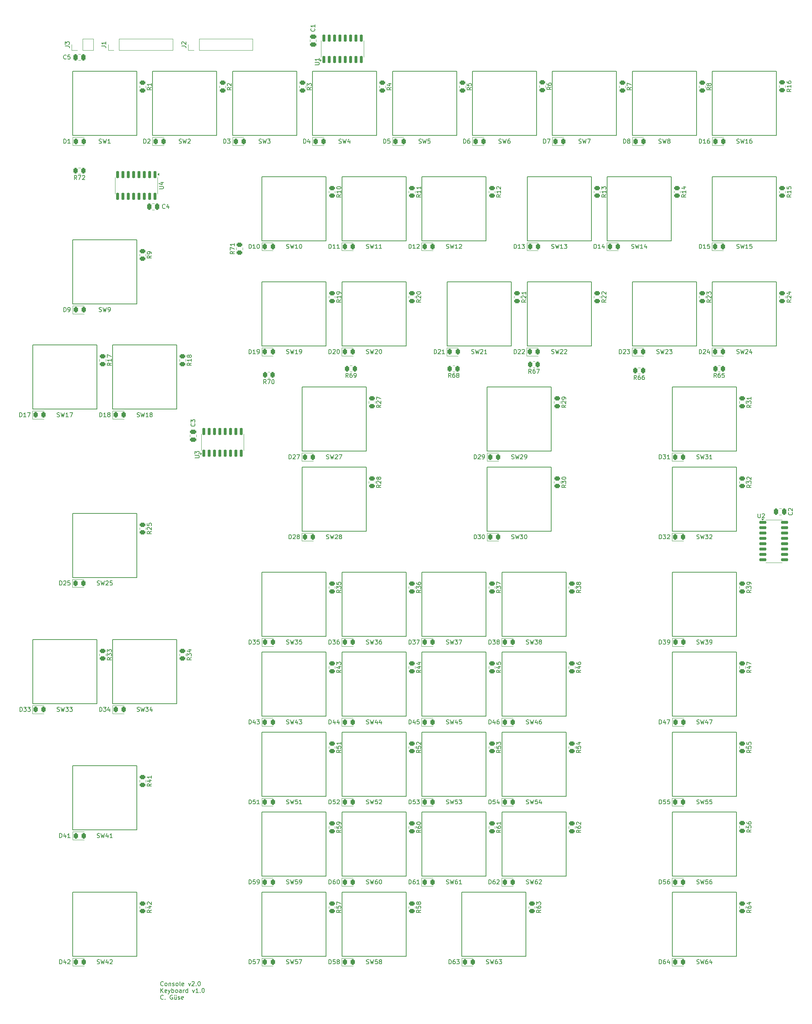
<source format=gto>
G04 #@! TF.GenerationSoftware,KiCad,Pcbnew,8.0.4*
G04 #@! TF.CreationDate,2024-09-21T20:50:24+02:00*
G04 #@! TF.ProjectId,Keyboard,4b657962-6f61-4726-942e-6b696361645f,rev?*
G04 #@! TF.SameCoordinates,Original*
G04 #@! TF.FileFunction,Legend,Top*
G04 #@! TF.FilePolarity,Positive*
%FSLAX46Y46*%
G04 Gerber Fmt 4.6, Leading zero omitted, Abs format (unit mm)*
G04 Created by KiCad (PCBNEW 8.0.4) date 2024-09-21 20:50:24*
%MOMM*%
%LPD*%
G01*
G04 APERTURE LIST*
G04 Aperture macros list*
%AMRoundRect*
0 Rectangle with rounded corners*
0 $1 Rounding radius*
0 $2 $3 $4 $5 $6 $7 $8 $9 X,Y pos of 4 corners*
0 Add a 4 corners polygon primitive as box body*
4,1,4,$2,$3,$4,$5,$6,$7,$8,$9,$2,$3,0*
0 Add four circle primitives for the rounded corners*
1,1,$1+$1,$2,$3*
1,1,$1+$1,$4,$5*
1,1,$1+$1,$6,$7*
1,1,$1+$1,$8,$9*
0 Add four rect primitives between the rounded corners*
20,1,$1+$1,$2,$3,$4,$5,0*
20,1,$1+$1,$4,$5,$6,$7,0*
20,1,$1+$1,$6,$7,$8,$9,0*
20,1,$1+$1,$8,$9,$2,$3,0*%
G04 Aperture macros list end*
%ADD10C,0.150000*%
%ADD11C,0.120000*%
%ADD12C,0.127000*%
%ADD13RoundRect,0.250000X-0.450000X0.262500X-0.450000X-0.262500X0.450000X-0.262500X0.450000X0.262500X0*%
%ADD14RoundRect,0.150000X-0.150000X0.725000X-0.150000X-0.725000X0.150000X-0.725000X0.150000X0.725000X0*%
%ADD15RoundRect,0.150000X0.150000X-0.725000X0.150000X0.725000X-0.150000X0.725000X-0.150000X-0.725000X0*%
%ADD16RoundRect,0.150000X-0.725000X-0.150000X0.725000X-0.150000X0.725000X0.150000X-0.725000X0.150000X0*%
%ADD17C,1.700000*%
%ADD18C,3.987800*%
%ADD19C,2.454000*%
%ADD20C,1.712000*%
%ADD21RoundRect,0.250000X0.262500X0.450000X-0.262500X0.450000X-0.262500X-0.450000X0.262500X-0.450000X0*%
%ADD22RoundRect,0.250000X0.450000X-0.262500X0.450000X0.262500X-0.450000X0.262500X-0.450000X-0.262500X0*%
%ADD23R,1.700000X1.700000*%
%ADD24O,1.700000X1.700000*%
%ADD25C,3.200000*%
%ADD26RoundRect,0.243750X-0.243750X-0.456250X0.243750X-0.456250X0.243750X0.456250X-0.243750X0.456250X0*%
%ADD27RoundRect,0.250000X-0.250000X-0.475000X0.250000X-0.475000X0.250000X0.475000X-0.250000X0.475000X0*%
%ADD28RoundRect,0.250000X0.250000X0.475000X-0.250000X0.475000X-0.250000X-0.475000X0.250000X-0.475000X0*%
%ADD29RoundRect,0.250000X-0.475000X0.250000X-0.475000X-0.250000X0.475000X-0.250000X0.475000X0.250000X0*%
G04 APERTURE END LIST*
D10*
X35908207Y3445307D02*
X35860588Y3397688D01*
X35860588Y3397688D02*
X35717731Y3350068D01*
X35717731Y3350068D02*
X35622493Y3350068D01*
X35622493Y3350068D02*
X35479636Y3397688D01*
X35479636Y3397688D02*
X35384398Y3492926D01*
X35384398Y3492926D02*
X35336779Y3588164D01*
X35336779Y3588164D02*
X35289160Y3778640D01*
X35289160Y3778640D02*
X35289160Y3921497D01*
X35289160Y3921497D02*
X35336779Y4111973D01*
X35336779Y4111973D02*
X35384398Y4207211D01*
X35384398Y4207211D02*
X35479636Y4302449D01*
X35479636Y4302449D02*
X35622493Y4350068D01*
X35622493Y4350068D02*
X35717731Y4350068D01*
X35717731Y4350068D02*
X35860588Y4302449D01*
X35860588Y4302449D02*
X35908207Y4254830D01*
X36479636Y3350068D02*
X36384398Y3397688D01*
X36384398Y3397688D02*
X36336779Y3445307D01*
X36336779Y3445307D02*
X36289160Y3540545D01*
X36289160Y3540545D02*
X36289160Y3826259D01*
X36289160Y3826259D02*
X36336779Y3921497D01*
X36336779Y3921497D02*
X36384398Y3969116D01*
X36384398Y3969116D02*
X36479636Y4016735D01*
X36479636Y4016735D02*
X36622493Y4016735D01*
X36622493Y4016735D02*
X36717731Y3969116D01*
X36717731Y3969116D02*
X36765350Y3921497D01*
X36765350Y3921497D02*
X36812969Y3826259D01*
X36812969Y3826259D02*
X36812969Y3540545D01*
X36812969Y3540545D02*
X36765350Y3445307D01*
X36765350Y3445307D02*
X36717731Y3397688D01*
X36717731Y3397688D02*
X36622493Y3350068D01*
X36622493Y3350068D02*
X36479636Y3350068D01*
X37241541Y4016735D02*
X37241541Y3350068D01*
X37241541Y3921497D02*
X37289160Y3969116D01*
X37289160Y3969116D02*
X37384398Y4016735D01*
X37384398Y4016735D02*
X37527255Y4016735D01*
X37527255Y4016735D02*
X37622493Y3969116D01*
X37622493Y3969116D02*
X37670112Y3873878D01*
X37670112Y3873878D02*
X37670112Y3350068D01*
X38098684Y3397688D02*
X38193922Y3350068D01*
X38193922Y3350068D02*
X38384398Y3350068D01*
X38384398Y3350068D02*
X38479636Y3397688D01*
X38479636Y3397688D02*
X38527255Y3492926D01*
X38527255Y3492926D02*
X38527255Y3540545D01*
X38527255Y3540545D02*
X38479636Y3635783D01*
X38479636Y3635783D02*
X38384398Y3683402D01*
X38384398Y3683402D02*
X38241541Y3683402D01*
X38241541Y3683402D02*
X38146303Y3731021D01*
X38146303Y3731021D02*
X38098684Y3826259D01*
X38098684Y3826259D02*
X38098684Y3873878D01*
X38098684Y3873878D02*
X38146303Y3969116D01*
X38146303Y3969116D02*
X38241541Y4016735D01*
X38241541Y4016735D02*
X38384398Y4016735D01*
X38384398Y4016735D02*
X38479636Y3969116D01*
X39098684Y3350068D02*
X39003446Y3397688D01*
X39003446Y3397688D02*
X38955827Y3445307D01*
X38955827Y3445307D02*
X38908208Y3540545D01*
X38908208Y3540545D02*
X38908208Y3826259D01*
X38908208Y3826259D02*
X38955827Y3921497D01*
X38955827Y3921497D02*
X39003446Y3969116D01*
X39003446Y3969116D02*
X39098684Y4016735D01*
X39098684Y4016735D02*
X39241541Y4016735D01*
X39241541Y4016735D02*
X39336779Y3969116D01*
X39336779Y3969116D02*
X39384398Y3921497D01*
X39384398Y3921497D02*
X39432017Y3826259D01*
X39432017Y3826259D02*
X39432017Y3540545D01*
X39432017Y3540545D02*
X39384398Y3445307D01*
X39384398Y3445307D02*
X39336779Y3397688D01*
X39336779Y3397688D02*
X39241541Y3350068D01*
X39241541Y3350068D02*
X39098684Y3350068D01*
X40003446Y3350068D02*
X39908208Y3397688D01*
X39908208Y3397688D02*
X39860589Y3492926D01*
X39860589Y3492926D02*
X39860589Y4350068D01*
X40765351Y3397688D02*
X40670113Y3350068D01*
X40670113Y3350068D02*
X40479637Y3350068D01*
X40479637Y3350068D02*
X40384399Y3397688D01*
X40384399Y3397688D02*
X40336780Y3492926D01*
X40336780Y3492926D02*
X40336780Y3873878D01*
X40336780Y3873878D02*
X40384399Y3969116D01*
X40384399Y3969116D02*
X40479637Y4016735D01*
X40479637Y4016735D02*
X40670113Y4016735D01*
X40670113Y4016735D02*
X40765351Y3969116D01*
X40765351Y3969116D02*
X40812970Y3873878D01*
X40812970Y3873878D02*
X40812970Y3778640D01*
X40812970Y3778640D02*
X40336780Y3683402D01*
X41908209Y4016735D02*
X42146304Y3350068D01*
X42146304Y3350068D02*
X42384399Y4016735D01*
X42717733Y4254830D02*
X42765352Y4302449D01*
X42765352Y4302449D02*
X42860590Y4350068D01*
X42860590Y4350068D02*
X43098685Y4350068D01*
X43098685Y4350068D02*
X43193923Y4302449D01*
X43193923Y4302449D02*
X43241542Y4254830D01*
X43241542Y4254830D02*
X43289161Y4159592D01*
X43289161Y4159592D02*
X43289161Y4064354D01*
X43289161Y4064354D02*
X43241542Y3921497D01*
X43241542Y3921497D02*
X42670114Y3350068D01*
X42670114Y3350068D02*
X43289161Y3350068D01*
X43717733Y3445307D02*
X43765352Y3397688D01*
X43765352Y3397688D02*
X43717733Y3350068D01*
X43717733Y3350068D02*
X43670114Y3397688D01*
X43670114Y3397688D02*
X43717733Y3445307D01*
X43717733Y3445307D02*
X43717733Y3350068D01*
X44384399Y4350068D02*
X44479637Y4350068D01*
X44479637Y4350068D02*
X44574875Y4302449D01*
X44574875Y4302449D02*
X44622494Y4254830D01*
X44622494Y4254830D02*
X44670113Y4159592D01*
X44670113Y4159592D02*
X44717732Y3969116D01*
X44717732Y3969116D02*
X44717732Y3731021D01*
X44717732Y3731021D02*
X44670113Y3540545D01*
X44670113Y3540545D02*
X44622494Y3445307D01*
X44622494Y3445307D02*
X44574875Y3397688D01*
X44574875Y3397688D02*
X44479637Y3350068D01*
X44479637Y3350068D02*
X44384399Y3350068D01*
X44384399Y3350068D02*
X44289161Y3397688D01*
X44289161Y3397688D02*
X44241542Y3445307D01*
X44241542Y3445307D02*
X44193923Y3540545D01*
X44193923Y3540545D02*
X44146304Y3731021D01*
X44146304Y3731021D02*
X44146304Y3969116D01*
X44146304Y3969116D02*
X44193923Y4159592D01*
X44193923Y4159592D02*
X44241542Y4254830D01*
X44241542Y4254830D02*
X44289161Y4302449D01*
X44289161Y4302449D02*
X44384399Y4350068D01*
X35336779Y1740124D02*
X35336779Y2740124D01*
X35908207Y1740124D02*
X35479636Y2311553D01*
X35908207Y2740124D02*
X35336779Y2168696D01*
X36717731Y1787744D02*
X36622493Y1740124D01*
X36622493Y1740124D02*
X36432017Y1740124D01*
X36432017Y1740124D02*
X36336779Y1787744D01*
X36336779Y1787744D02*
X36289160Y1882982D01*
X36289160Y1882982D02*
X36289160Y2263934D01*
X36289160Y2263934D02*
X36336779Y2359172D01*
X36336779Y2359172D02*
X36432017Y2406791D01*
X36432017Y2406791D02*
X36622493Y2406791D01*
X36622493Y2406791D02*
X36717731Y2359172D01*
X36717731Y2359172D02*
X36765350Y2263934D01*
X36765350Y2263934D02*
X36765350Y2168696D01*
X36765350Y2168696D02*
X36289160Y2073458D01*
X37098684Y2406791D02*
X37336779Y1740124D01*
X37574874Y2406791D02*
X37336779Y1740124D01*
X37336779Y1740124D02*
X37241541Y1502029D01*
X37241541Y1502029D02*
X37193922Y1454410D01*
X37193922Y1454410D02*
X37098684Y1406791D01*
X37955827Y1740124D02*
X37955827Y2740124D01*
X37955827Y2359172D02*
X38051065Y2406791D01*
X38051065Y2406791D02*
X38241541Y2406791D01*
X38241541Y2406791D02*
X38336779Y2359172D01*
X38336779Y2359172D02*
X38384398Y2311553D01*
X38384398Y2311553D02*
X38432017Y2216315D01*
X38432017Y2216315D02*
X38432017Y1930601D01*
X38432017Y1930601D02*
X38384398Y1835363D01*
X38384398Y1835363D02*
X38336779Y1787744D01*
X38336779Y1787744D02*
X38241541Y1740124D01*
X38241541Y1740124D02*
X38051065Y1740124D01*
X38051065Y1740124D02*
X37955827Y1787744D01*
X39003446Y1740124D02*
X38908208Y1787744D01*
X38908208Y1787744D02*
X38860589Y1835363D01*
X38860589Y1835363D02*
X38812970Y1930601D01*
X38812970Y1930601D02*
X38812970Y2216315D01*
X38812970Y2216315D02*
X38860589Y2311553D01*
X38860589Y2311553D02*
X38908208Y2359172D01*
X38908208Y2359172D02*
X39003446Y2406791D01*
X39003446Y2406791D02*
X39146303Y2406791D01*
X39146303Y2406791D02*
X39241541Y2359172D01*
X39241541Y2359172D02*
X39289160Y2311553D01*
X39289160Y2311553D02*
X39336779Y2216315D01*
X39336779Y2216315D02*
X39336779Y1930601D01*
X39336779Y1930601D02*
X39289160Y1835363D01*
X39289160Y1835363D02*
X39241541Y1787744D01*
X39241541Y1787744D02*
X39146303Y1740124D01*
X39146303Y1740124D02*
X39003446Y1740124D01*
X40193922Y1740124D02*
X40193922Y2263934D01*
X40193922Y2263934D02*
X40146303Y2359172D01*
X40146303Y2359172D02*
X40051065Y2406791D01*
X40051065Y2406791D02*
X39860589Y2406791D01*
X39860589Y2406791D02*
X39765351Y2359172D01*
X40193922Y1787744D02*
X40098684Y1740124D01*
X40098684Y1740124D02*
X39860589Y1740124D01*
X39860589Y1740124D02*
X39765351Y1787744D01*
X39765351Y1787744D02*
X39717732Y1882982D01*
X39717732Y1882982D02*
X39717732Y1978220D01*
X39717732Y1978220D02*
X39765351Y2073458D01*
X39765351Y2073458D02*
X39860589Y2121077D01*
X39860589Y2121077D02*
X40098684Y2121077D01*
X40098684Y2121077D02*
X40193922Y2168696D01*
X40670113Y1740124D02*
X40670113Y2406791D01*
X40670113Y2216315D02*
X40717732Y2311553D01*
X40717732Y2311553D02*
X40765351Y2359172D01*
X40765351Y2359172D02*
X40860589Y2406791D01*
X40860589Y2406791D02*
X40955827Y2406791D01*
X41717732Y1740124D02*
X41717732Y2740124D01*
X41717732Y1787744D02*
X41622494Y1740124D01*
X41622494Y1740124D02*
X41432018Y1740124D01*
X41432018Y1740124D02*
X41336780Y1787744D01*
X41336780Y1787744D02*
X41289161Y1835363D01*
X41289161Y1835363D02*
X41241542Y1930601D01*
X41241542Y1930601D02*
X41241542Y2216315D01*
X41241542Y2216315D02*
X41289161Y2311553D01*
X41289161Y2311553D02*
X41336780Y2359172D01*
X41336780Y2359172D02*
X41432018Y2406791D01*
X41432018Y2406791D02*
X41622494Y2406791D01*
X41622494Y2406791D02*
X41717732Y2359172D01*
X42860590Y2406791D02*
X43098685Y1740124D01*
X43098685Y1740124D02*
X43336780Y2406791D01*
X44241542Y1740124D02*
X43670114Y1740124D01*
X43955828Y1740124D02*
X43955828Y2740124D01*
X43955828Y2740124D02*
X43860590Y2597267D01*
X43860590Y2597267D02*
X43765352Y2502029D01*
X43765352Y2502029D02*
X43670114Y2454410D01*
X44670114Y1835363D02*
X44717733Y1787744D01*
X44717733Y1787744D02*
X44670114Y1740124D01*
X44670114Y1740124D02*
X44622495Y1787744D01*
X44622495Y1787744D02*
X44670114Y1835363D01*
X44670114Y1835363D02*
X44670114Y1740124D01*
X45336780Y2740124D02*
X45432018Y2740124D01*
X45432018Y2740124D02*
X45527256Y2692505D01*
X45527256Y2692505D02*
X45574875Y2644886D01*
X45574875Y2644886D02*
X45622494Y2549648D01*
X45622494Y2549648D02*
X45670113Y2359172D01*
X45670113Y2359172D02*
X45670113Y2121077D01*
X45670113Y2121077D02*
X45622494Y1930601D01*
X45622494Y1930601D02*
X45574875Y1835363D01*
X45574875Y1835363D02*
X45527256Y1787744D01*
X45527256Y1787744D02*
X45432018Y1740124D01*
X45432018Y1740124D02*
X45336780Y1740124D01*
X45336780Y1740124D02*
X45241542Y1787744D01*
X45241542Y1787744D02*
X45193923Y1835363D01*
X45193923Y1835363D02*
X45146304Y1930601D01*
X45146304Y1930601D02*
X45098685Y2121077D01*
X45098685Y2121077D02*
X45098685Y2359172D01*
X45098685Y2359172D02*
X45146304Y2549648D01*
X45146304Y2549648D02*
X45193923Y2644886D01*
X45193923Y2644886D02*
X45241542Y2692505D01*
X45241542Y2692505D02*
X45336780Y2740124D01*
X35908207Y225419D02*
X35860588Y177800D01*
X35860588Y177800D02*
X35717731Y130180D01*
X35717731Y130180D02*
X35622493Y130180D01*
X35622493Y130180D02*
X35479636Y177800D01*
X35479636Y177800D02*
X35384398Y273038D01*
X35384398Y273038D02*
X35336779Y368276D01*
X35336779Y368276D02*
X35289160Y558752D01*
X35289160Y558752D02*
X35289160Y701609D01*
X35289160Y701609D02*
X35336779Y892085D01*
X35336779Y892085D02*
X35384398Y987323D01*
X35384398Y987323D02*
X35479636Y1082561D01*
X35479636Y1082561D02*
X35622493Y1130180D01*
X35622493Y1130180D02*
X35717731Y1130180D01*
X35717731Y1130180D02*
X35860588Y1082561D01*
X35860588Y1082561D02*
X35908207Y1034942D01*
X36336779Y225419D02*
X36384398Y177800D01*
X36384398Y177800D02*
X36336779Y130180D01*
X36336779Y130180D02*
X36289160Y177800D01*
X36289160Y177800D02*
X36336779Y225419D01*
X36336779Y225419D02*
X36336779Y130180D01*
X38098683Y1082561D02*
X38003445Y1130180D01*
X38003445Y1130180D02*
X37860588Y1130180D01*
X37860588Y1130180D02*
X37717731Y1082561D01*
X37717731Y1082561D02*
X37622493Y987323D01*
X37622493Y987323D02*
X37574874Y892085D01*
X37574874Y892085D02*
X37527255Y701609D01*
X37527255Y701609D02*
X37527255Y558752D01*
X37527255Y558752D02*
X37574874Y368276D01*
X37574874Y368276D02*
X37622493Y273038D01*
X37622493Y273038D02*
X37717731Y177800D01*
X37717731Y177800D02*
X37860588Y130180D01*
X37860588Y130180D02*
X37955826Y130180D01*
X37955826Y130180D02*
X38098683Y177800D01*
X38098683Y177800D02*
X38146302Y225419D01*
X38146302Y225419D02*
X38146302Y558752D01*
X38146302Y558752D02*
X37955826Y558752D01*
X39003445Y796847D02*
X39003445Y130180D01*
X38574874Y796847D02*
X38574874Y273038D01*
X38574874Y273038D02*
X38622493Y177800D01*
X38622493Y177800D02*
X38717731Y130180D01*
X38717731Y130180D02*
X38860588Y130180D01*
X38860588Y130180D02*
X38955826Y177800D01*
X38955826Y177800D02*
X39003445Y225419D01*
X38622493Y1130180D02*
X38670112Y1082561D01*
X38670112Y1082561D02*
X38622493Y1034942D01*
X38622493Y1034942D02*
X38574874Y1082561D01*
X38574874Y1082561D02*
X38622493Y1130180D01*
X38622493Y1130180D02*
X38622493Y1034942D01*
X39003445Y1130180D02*
X39051064Y1082561D01*
X39051064Y1082561D02*
X39003445Y1034942D01*
X39003445Y1034942D02*
X38955826Y1082561D01*
X38955826Y1082561D02*
X39003445Y1130180D01*
X39003445Y1130180D02*
X39003445Y1034942D01*
X39432017Y177800D02*
X39527255Y130180D01*
X39527255Y130180D02*
X39717731Y130180D01*
X39717731Y130180D02*
X39812969Y177800D01*
X39812969Y177800D02*
X39860588Y273038D01*
X39860588Y273038D02*
X39860588Y320657D01*
X39860588Y320657D02*
X39812969Y415895D01*
X39812969Y415895D02*
X39717731Y463514D01*
X39717731Y463514D02*
X39574874Y463514D01*
X39574874Y463514D02*
X39479636Y511133D01*
X39479636Y511133D02*
X39432017Y606371D01*
X39432017Y606371D02*
X39432017Y653990D01*
X39432017Y653990D02*
X39479636Y749228D01*
X39479636Y749228D02*
X39574874Y796847D01*
X39574874Y796847D02*
X39717731Y796847D01*
X39717731Y796847D02*
X39812969Y749228D01*
X40670112Y177800D02*
X40574874Y130180D01*
X40574874Y130180D02*
X40384398Y130180D01*
X40384398Y130180D02*
X40289160Y177800D01*
X40289160Y177800D02*
X40241541Y273038D01*
X40241541Y273038D02*
X40241541Y653990D01*
X40241541Y653990D02*
X40289160Y749228D01*
X40289160Y749228D02*
X40384398Y796847D01*
X40384398Y796847D02*
X40574874Y796847D01*
X40574874Y796847D02*
X40670112Y749228D01*
X40670112Y749228D02*
X40717731Y653990D01*
X40717731Y653990D02*
X40717731Y558752D01*
X40717731Y558752D02*
X40241541Y463514D01*
X97104819Y21357142D02*
X96628628Y21023809D01*
X97104819Y20785714D02*
X96104819Y20785714D01*
X96104819Y20785714D02*
X96104819Y21166666D01*
X96104819Y21166666D02*
X96152438Y21261904D01*
X96152438Y21261904D02*
X96200057Y21309523D01*
X96200057Y21309523D02*
X96295295Y21357142D01*
X96295295Y21357142D02*
X96438152Y21357142D01*
X96438152Y21357142D02*
X96533390Y21309523D01*
X96533390Y21309523D02*
X96581009Y21261904D01*
X96581009Y21261904D02*
X96628628Y21166666D01*
X96628628Y21166666D02*
X96628628Y20785714D01*
X96104819Y22261904D02*
X96104819Y21785714D01*
X96104819Y21785714D02*
X96581009Y21738095D01*
X96581009Y21738095D02*
X96533390Y21785714D01*
X96533390Y21785714D02*
X96485771Y21880952D01*
X96485771Y21880952D02*
X96485771Y22119047D01*
X96485771Y22119047D02*
X96533390Y22214285D01*
X96533390Y22214285D02*
X96581009Y22261904D01*
X96581009Y22261904D02*
X96676247Y22309523D01*
X96676247Y22309523D02*
X96914342Y22309523D01*
X96914342Y22309523D02*
X97009580Y22261904D01*
X97009580Y22261904D02*
X97057200Y22214285D01*
X97057200Y22214285D02*
X97104819Y22119047D01*
X97104819Y22119047D02*
X97104819Y21880952D01*
X97104819Y21880952D02*
X97057200Y21785714D01*
X97057200Y21785714D02*
X97009580Y21738095D01*
X96533390Y22880952D02*
X96485771Y22785714D01*
X96485771Y22785714D02*
X96438152Y22738095D01*
X96438152Y22738095D02*
X96342914Y22690476D01*
X96342914Y22690476D02*
X96295295Y22690476D01*
X96295295Y22690476D02*
X96200057Y22738095D01*
X96200057Y22738095D02*
X96152438Y22785714D01*
X96152438Y22785714D02*
X96104819Y22880952D01*
X96104819Y22880952D02*
X96104819Y23071428D01*
X96104819Y23071428D02*
X96152438Y23166666D01*
X96152438Y23166666D02*
X96200057Y23214285D01*
X96200057Y23214285D02*
X96295295Y23261904D01*
X96295295Y23261904D02*
X96342914Y23261904D01*
X96342914Y23261904D02*
X96438152Y23214285D01*
X96438152Y23214285D02*
X96485771Y23166666D01*
X96485771Y23166666D02*
X96533390Y23071428D01*
X96533390Y23071428D02*
X96533390Y22880952D01*
X96533390Y22880952D02*
X96581009Y22785714D01*
X96581009Y22785714D02*
X96628628Y22738095D01*
X96628628Y22738095D02*
X96723866Y22690476D01*
X96723866Y22690476D02*
X96914342Y22690476D01*
X96914342Y22690476D02*
X97009580Y22738095D01*
X97009580Y22738095D02*
X97057200Y22785714D01*
X97057200Y22785714D02*
X97104819Y22880952D01*
X97104819Y22880952D02*
X97104819Y23071428D01*
X97104819Y23071428D02*
X97057200Y23166666D01*
X97057200Y23166666D02*
X97009580Y23214285D01*
X97009580Y23214285D02*
X96914342Y23261904D01*
X96914342Y23261904D02*
X96723866Y23261904D01*
X96723866Y23261904D02*
X96628628Y23214285D01*
X96628628Y23214285D02*
X96581009Y23166666D01*
X96581009Y23166666D02*
X96533390Y23071428D01*
X78104819Y21357142D02*
X77628628Y21023809D01*
X78104819Y20785714D02*
X77104819Y20785714D01*
X77104819Y20785714D02*
X77104819Y21166666D01*
X77104819Y21166666D02*
X77152438Y21261904D01*
X77152438Y21261904D02*
X77200057Y21309523D01*
X77200057Y21309523D02*
X77295295Y21357142D01*
X77295295Y21357142D02*
X77438152Y21357142D01*
X77438152Y21357142D02*
X77533390Y21309523D01*
X77533390Y21309523D02*
X77581009Y21261904D01*
X77581009Y21261904D02*
X77628628Y21166666D01*
X77628628Y21166666D02*
X77628628Y20785714D01*
X77104819Y22261904D02*
X77104819Y21785714D01*
X77104819Y21785714D02*
X77581009Y21738095D01*
X77581009Y21738095D02*
X77533390Y21785714D01*
X77533390Y21785714D02*
X77485771Y21880952D01*
X77485771Y21880952D02*
X77485771Y22119047D01*
X77485771Y22119047D02*
X77533390Y22214285D01*
X77533390Y22214285D02*
X77581009Y22261904D01*
X77581009Y22261904D02*
X77676247Y22309523D01*
X77676247Y22309523D02*
X77914342Y22309523D01*
X77914342Y22309523D02*
X78009580Y22261904D01*
X78009580Y22261904D02*
X78057200Y22214285D01*
X78057200Y22214285D02*
X78104819Y22119047D01*
X78104819Y22119047D02*
X78104819Y21880952D01*
X78104819Y21880952D02*
X78057200Y21785714D01*
X78057200Y21785714D02*
X78009580Y21738095D01*
X77104819Y22642857D02*
X77104819Y23309523D01*
X77104819Y23309523D02*
X78104819Y22880952D01*
X175604819Y40444642D02*
X175128628Y40111309D01*
X175604819Y39873214D02*
X174604819Y39873214D01*
X174604819Y39873214D02*
X174604819Y40254166D01*
X174604819Y40254166D02*
X174652438Y40349404D01*
X174652438Y40349404D02*
X174700057Y40397023D01*
X174700057Y40397023D02*
X174795295Y40444642D01*
X174795295Y40444642D02*
X174938152Y40444642D01*
X174938152Y40444642D02*
X175033390Y40397023D01*
X175033390Y40397023D02*
X175081009Y40349404D01*
X175081009Y40349404D02*
X175128628Y40254166D01*
X175128628Y40254166D02*
X175128628Y39873214D01*
X174604819Y41349404D02*
X174604819Y40873214D01*
X174604819Y40873214D02*
X175081009Y40825595D01*
X175081009Y40825595D02*
X175033390Y40873214D01*
X175033390Y40873214D02*
X174985771Y40968452D01*
X174985771Y40968452D02*
X174985771Y41206547D01*
X174985771Y41206547D02*
X175033390Y41301785D01*
X175033390Y41301785D02*
X175081009Y41349404D01*
X175081009Y41349404D02*
X175176247Y41397023D01*
X175176247Y41397023D02*
X175414342Y41397023D01*
X175414342Y41397023D02*
X175509580Y41349404D01*
X175509580Y41349404D02*
X175557200Y41301785D01*
X175557200Y41301785D02*
X175604819Y41206547D01*
X175604819Y41206547D02*
X175604819Y40968452D01*
X175604819Y40968452D02*
X175557200Y40873214D01*
X175557200Y40873214D02*
X175509580Y40825595D01*
X174604819Y42254166D02*
X174604819Y42063690D01*
X174604819Y42063690D02*
X174652438Y41968452D01*
X174652438Y41968452D02*
X174700057Y41920833D01*
X174700057Y41920833D02*
X174842914Y41825595D01*
X174842914Y41825595D02*
X175033390Y41777976D01*
X175033390Y41777976D02*
X175414342Y41777976D01*
X175414342Y41777976D02*
X175509580Y41825595D01*
X175509580Y41825595D02*
X175557200Y41873214D01*
X175557200Y41873214D02*
X175604819Y41968452D01*
X175604819Y41968452D02*
X175604819Y42158928D01*
X175604819Y42158928D02*
X175557200Y42254166D01*
X175557200Y42254166D02*
X175509580Y42301785D01*
X175509580Y42301785D02*
X175414342Y42349404D01*
X175414342Y42349404D02*
X175176247Y42349404D01*
X175176247Y42349404D02*
X175081009Y42301785D01*
X175081009Y42301785D02*
X175033390Y42254166D01*
X175033390Y42254166D02*
X174985771Y42158928D01*
X174985771Y42158928D02*
X174985771Y41968452D01*
X174985771Y41968452D02*
X175033390Y41873214D01*
X175033390Y41873214D02*
X175081009Y41825595D01*
X175081009Y41825595D02*
X175176247Y41777976D01*
X42604819Y81357142D02*
X42128628Y81023809D01*
X42604819Y80785714D02*
X41604819Y80785714D01*
X41604819Y80785714D02*
X41604819Y81166666D01*
X41604819Y81166666D02*
X41652438Y81261904D01*
X41652438Y81261904D02*
X41700057Y81309523D01*
X41700057Y81309523D02*
X41795295Y81357142D01*
X41795295Y81357142D02*
X41938152Y81357142D01*
X41938152Y81357142D02*
X42033390Y81309523D01*
X42033390Y81309523D02*
X42081009Y81261904D01*
X42081009Y81261904D02*
X42128628Y81166666D01*
X42128628Y81166666D02*
X42128628Y80785714D01*
X41604819Y81690476D02*
X41604819Y82309523D01*
X41604819Y82309523D02*
X41985771Y81976190D01*
X41985771Y81976190D02*
X41985771Y82119047D01*
X41985771Y82119047D02*
X42033390Y82214285D01*
X42033390Y82214285D02*
X42081009Y82261904D01*
X42081009Y82261904D02*
X42176247Y82309523D01*
X42176247Y82309523D02*
X42414342Y82309523D01*
X42414342Y82309523D02*
X42509580Y82261904D01*
X42509580Y82261904D02*
X42557200Y82214285D01*
X42557200Y82214285D02*
X42604819Y82119047D01*
X42604819Y82119047D02*
X42604819Y81833333D01*
X42604819Y81833333D02*
X42557200Y81738095D01*
X42557200Y81738095D02*
X42509580Y81690476D01*
X41938152Y83166666D02*
X42604819Y83166666D01*
X41557200Y82928571D02*
X42271485Y82690476D01*
X42271485Y82690476D02*
X42271485Y83309523D01*
X34954819Y192738095D02*
X35764342Y192738095D01*
X35764342Y192738095D02*
X35859580Y192785714D01*
X35859580Y192785714D02*
X35907200Y192833333D01*
X35907200Y192833333D02*
X35954819Y192928571D01*
X35954819Y192928571D02*
X35954819Y193119047D01*
X35954819Y193119047D02*
X35907200Y193214285D01*
X35907200Y193214285D02*
X35859580Y193261904D01*
X35859580Y193261904D02*
X35764342Y193309523D01*
X35764342Y193309523D02*
X34954819Y193309523D01*
X35288152Y194214285D02*
X35954819Y194214285D01*
X34907200Y193976190D02*
X35621485Y193738095D01*
X35621485Y193738095D02*
X35621485Y194357142D01*
X43454819Y128788095D02*
X44264342Y128788095D01*
X44264342Y128788095D02*
X44359580Y128835714D01*
X44359580Y128835714D02*
X44407200Y128883333D01*
X44407200Y128883333D02*
X44454819Y128978571D01*
X44454819Y128978571D02*
X44454819Y129169047D01*
X44454819Y129169047D02*
X44407200Y129264285D01*
X44407200Y129264285D02*
X44359580Y129311904D01*
X44359580Y129311904D02*
X44264342Y129359523D01*
X44264342Y129359523D02*
X43454819Y129359523D01*
X43454819Y129740476D02*
X43454819Y130359523D01*
X43454819Y130359523D02*
X43835771Y130026190D01*
X43835771Y130026190D02*
X43835771Y130169047D01*
X43835771Y130169047D02*
X43883390Y130264285D01*
X43883390Y130264285D02*
X43931009Y130311904D01*
X43931009Y130311904D02*
X44026247Y130359523D01*
X44026247Y130359523D02*
X44264342Y130359523D01*
X44264342Y130359523D02*
X44359580Y130311904D01*
X44359580Y130311904D02*
X44407200Y130264285D01*
X44407200Y130264285D02*
X44454819Y130169047D01*
X44454819Y130169047D02*
X44454819Y129883333D01*
X44454819Y129883333D02*
X44407200Y129788095D01*
X44407200Y129788095D02*
X44359580Y129740476D01*
X177238095Y115545180D02*
X177238095Y114735657D01*
X177238095Y114735657D02*
X177285714Y114640419D01*
X177285714Y114640419D02*
X177333333Y114592800D01*
X177333333Y114592800D02*
X177428571Y114545180D01*
X177428571Y114545180D02*
X177619047Y114545180D01*
X177619047Y114545180D02*
X177714285Y114592800D01*
X177714285Y114592800D02*
X177761904Y114640419D01*
X177761904Y114640419D02*
X177809523Y114735657D01*
X177809523Y114735657D02*
X177809523Y115545180D01*
X178238095Y115449942D02*
X178285714Y115497561D01*
X178285714Y115497561D02*
X178380952Y115545180D01*
X178380952Y115545180D02*
X178619047Y115545180D01*
X178619047Y115545180D02*
X178714285Y115497561D01*
X178714285Y115497561D02*
X178761904Y115449942D01*
X178761904Y115449942D02*
X178809523Y115354704D01*
X178809523Y115354704D02*
X178809523Y115259466D01*
X178809523Y115259466D02*
X178761904Y115116609D01*
X178761904Y115116609D02*
X178190476Y114545180D01*
X178190476Y114545180D02*
X178809523Y114545180D01*
X71954819Y222188095D02*
X72764342Y222188095D01*
X72764342Y222188095D02*
X72859580Y222235714D01*
X72859580Y222235714D02*
X72907200Y222283333D01*
X72907200Y222283333D02*
X72954819Y222378571D01*
X72954819Y222378571D02*
X72954819Y222569047D01*
X72954819Y222569047D02*
X72907200Y222664285D01*
X72907200Y222664285D02*
X72859580Y222711904D01*
X72859580Y222711904D02*
X72764342Y222759523D01*
X72764342Y222759523D02*
X71954819Y222759523D01*
X72954819Y223759523D02*
X72954819Y223188095D01*
X72954819Y223473809D02*
X71954819Y223473809D01*
X71954819Y223473809D02*
X72097676Y223378571D01*
X72097676Y223378571D02*
X72192914Y223283333D01*
X72192914Y223283333D02*
X72240533Y223188095D01*
X162690476Y8592800D02*
X162833333Y8545180D01*
X162833333Y8545180D02*
X163071428Y8545180D01*
X163071428Y8545180D02*
X163166666Y8592800D01*
X163166666Y8592800D02*
X163214285Y8640419D01*
X163214285Y8640419D02*
X163261904Y8735657D01*
X163261904Y8735657D02*
X163261904Y8830895D01*
X163261904Y8830895D02*
X163214285Y8926133D01*
X163214285Y8926133D02*
X163166666Y8973752D01*
X163166666Y8973752D02*
X163071428Y9021371D01*
X163071428Y9021371D02*
X162880952Y9068990D01*
X162880952Y9068990D02*
X162785714Y9116609D01*
X162785714Y9116609D02*
X162738095Y9164228D01*
X162738095Y9164228D02*
X162690476Y9259466D01*
X162690476Y9259466D02*
X162690476Y9354704D01*
X162690476Y9354704D02*
X162738095Y9449942D01*
X162738095Y9449942D02*
X162785714Y9497561D01*
X162785714Y9497561D02*
X162880952Y9545180D01*
X162880952Y9545180D02*
X163119047Y9545180D01*
X163119047Y9545180D02*
X163261904Y9497561D01*
X163595238Y9545180D02*
X163833333Y8545180D01*
X163833333Y8545180D02*
X164023809Y9259466D01*
X164023809Y9259466D02*
X164214285Y8545180D01*
X164214285Y8545180D02*
X164452381Y9545180D01*
X165261904Y9545180D02*
X165071428Y9545180D01*
X165071428Y9545180D02*
X164976190Y9497561D01*
X164976190Y9497561D02*
X164928571Y9449942D01*
X164928571Y9449942D02*
X164833333Y9307085D01*
X164833333Y9307085D02*
X164785714Y9116609D01*
X164785714Y9116609D02*
X164785714Y8735657D01*
X164785714Y8735657D02*
X164833333Y8640419D01*
X164833333Y8640419D02*
X164880952Y8592800D01*
X164880952Y8592800D02*
X164976190Y8545180D01*
X164976190Y8545180D02*
X165166666Y8545180D01*
X165166666Y8545180D02*
X165261904Y8592800D01*
X165261904Y8592800D02*
X165309523Y8640419D01*
X165309523Y8640419D02*
X165357142Y8735657D01*
X165357142Y8735657D02*
X165357142Y8973752D01*
X165357142Y8973752D02*
X165309523Y9068990D01*
X165309523Y9068990D02*
X165261904Y9116609D01*
X165261904Y9116609D02*
X165166666Y9164228D01*
X165166666Y9164228D02*
X164976190Y9164228D01*
X164976190Y9164228D02*
X164880952Y9116609D01*
X164880952Y9116609D02*
X164833333Y9068990D01*
X164833333Y9068990D02*
X164785714Y8973752D01*
X166214285Y9211847D02*
X166214285Y8545180D01*
X165976190Y9592800D02*
X165738095Y8878514D01*
X165738095Y8878514D02*
X166357142Y8878514D01*
X112690476Y8592800D02*
X112833333Y8545180D01*
X112833333Y8545180D02*
X113071428Y8545180D01*
X113071428Y8545180D02*
X113166666Y8592800D01*
X113166666Y8592800D02*
X113214285Y8640419D01*
X113214285Y8640419D02*
X113261904Y8735657D01*
X113261904Y8735657D02*
X113261904Y8830895D01*
X113261904Y8830895D02*
X113214285Y8926133D01*
X113214285Y8926133D02*
X113166666Y8973752D01*
X113166666Y8973752D02*
X113071428Y9021371D01*
X113071428Y9021371D02*
X112880952Y9068990D01*
X112880952Y9068990D02*
X112785714Y9116609D01*
X112785714Y9116609D02*
X112738095Y9164228D01*
X112738095Y9164228D02*
X112690476Y9259466D01*
X112690476Y9259466D02*
X112690476Y9354704D01*
X112690476Y9354704D02*
X112738095Y9449942D01*
X112738095Y9449942D02*
X112785714Y9497561D01*
X112785714Y9497561D02*
X112880952Y9545180D01*
X112880952Y9545180D02*
X113119047Y9545180D01*
X113119047Y9545180D02*
X113261904Y9497561D01*
X113595238Y9545180D02*
X113833333Y8545180D01*
X113833333Y8545180D02*
X114023809Y9259466D01*
X114023809Y9259466D02*
X114214285Y8545180D01*
X114214285Y8545180D02*
X114452381Y9545180D01*
X115261904Y9545180D02*
X115071428Y9545180D01*
X115071428Y9545180D02*
X114976190Y9497561D01*
X114976190Y9497561D02*
X114928571Y9449942D01*
X114928571Y9449942D02*
X114833333Y9307085D01*
X114833333Y9307085D02*
X114785714Y9116609D01*
X114785714Y9116609D02*
X114785714Y8735657D01*
X114785714Y8735657D02*
X114833333Y8640419D01*
X114833333Y8640419D02*
X114880952Y8592800D01*
X114880952Y8592800D02*
X114976190Y8545180D01*
X114976190Y8545180D02*
X115166666Y8545180D01*
X115166666Y8545180D02*
X115261904Y8592800D01*
X115261904Y8592800D02*
X115309523Y8640419D01*
X115309523Y8640419D02*
X115357142Y8735657D01*
X115357142Y8735657D02*
X115357142Y8973752D01*
X115357142Y8973752D02*
X115309523Y9068990D01*
X115309523Y9068990D02*
X115261904Y9116609D01*
X115261904Y9116609D02*
X115166666Y9164228D01*
X115166666Y9164228D02*
X114976190Y9164228D01*
X114976190Y9164228D02*
X114880952Y9116609D01*
X114880952Y9116609D02*
X114833333Y9068990D01*
X114833333Y9068990D02*
X114785714Y8973752D01*
X115690476Y9545180D02*
X116309523Y9545180D01*
X116309523Y9545180D02*
X115976190Y9164228D01*
X115976190Y9164228D02*
X116119047Y9164228D01*
X116119047Y9164228D02*
X116214285Y9116609D01*
X116214285Y9116609D02*
X116261904Y9068990D01*
X116261904Y9068990D02*
X116309523Y8973752D01*
X116309523Y8973752D02*
X116309523Y8735657D01*
X116309523Y8735657D02*
X116261904Y8640419D01*
X116261904Y8640419D02*
X116214285Y8592800D01*
X116214285Y8592800D02*
X116119047Y8545180D01*
X116119047Y8545180D02*
X115833333Y8545180D01*
X115833333Y8545180D02*
X115738095Y8592800D01*
X115738095Y8592800D02*
X115690476Y8640419D01*
X122190476Y27592800D02*
X122333333Y27545180D01*
X122333333Y27545180D02*
X122571428Y27545180D01*
X122571428Y27545180D02*
X122666666Y27592800D01*
X122666666Y27592800D02*
X122714285Y27640419D01*
X122714285Y27640419D02*
X122761904Y27735657D01*
X122761904Y27735657D02*
X122761904Y27830895D01*
X122761904Y27830895D02*
X122714285Y27926133D01*
X122714285Y27926133D02*
X122666666Y27973752D01*
X122666666Y27973752D02*
X122571428Y28021371D01*
X122571428Y28021371D02*
X122380952Y28068990D01*
X122380952Y28068990D02*
X122285714Y28116609D01*
X122285714Y28116609D02*
X122238095Y28164228D01*
X122238095Y28164228D02*
X122190476Y28259466D01*
X122190476Y28259466D02*
X122190476Y28354704D01*
X122190476Y28354704D02*
X122238095Y28449942D01*
X122238095Y28449942D02*
X122285714Y28497561D01*
X122285714Y28497561D02*
X122380952Y28545180D01*
X122380952Y28545180D02*
X122619047Y28545180D01*
X122619047Y28545180D02*
X122761904Y28497561D01*
X123095238Y28545180D02*
X123333333Y27545180D01*
X123333333Y27545180D02*
X123523809Y28259466D01*
X123523809Y28259466D02*
X123714285Y27545180D01*
X123714285Y27545180D02*
X123952381Y28545180D01*
X124761904Y28545180D02*
X124571428Y28545180D01*
X124571428Y28545180D02*
X124476190Y28497561D01*
X124476190Y28497561D02*
X124428571Y28449942D01*
X124428571Y28449942D02*
X124333333Y28307085D01*
X124333333Y28307085D02*
X124285714Y28116609D01*
X124285714Y28116609D02*
X124285714Y27735657D01*
X124285714Y27735657D02*
X124333333Y27640419D01*
X124333333Y27640419D02*
X124380952Y27592800D01*
X124380952Y27592800D02*
X124476190Y27545180D01*
X124476190Y27545180D02*
X124666666Y27545180D01*
X124666666Y27545180D02*
X124761904Y27592800D01*
X124761904Y27592800D02*
X124809523Y27640419D01*
X124809523Y27640419D02*
X124857142Y27735657D01*
X124857142Y27735657D02*
X124857142Y27973752D01*
X124857142Y27973752D02*
X124809523Y28068990D01*
X124809523Y28068990D02*
X124761904Y28116609D01*
X124761904Y28116609D02*
X124666666Y28164228D01*
X124666666Y28164228D02*
X124476190Y28164228D01*
X124476190Y28164228D02*
X124380952Y28116609D01*
X124380952Y28116609D02*
X124333333Y28068990D01*
X124333333Y28068990D02*
X124285714Y27973752D01*
X125238095Y28449942D02*
X125285714Y28497561D01*
X125285714Y28497561D02*
X125380952Y28545180D01*
X125380952Y28545180D02*
X125619047Y28545180D01*
X125619047Y28545180D02*
X125714285Y28497561D01*
X125714285Y28497561D02*
X125761904Y28449942D01*
X125761904Y28449942D02*
X125809523Y28354704D01*
X125809523Y28354704D02*
X125809523Y28259466D01*
X125809523Y28259466D02*
X125761904Y28116609D01*
X125761904Y28116609D02*
X125190476Y27545180D01*
X125190476Y27545180D02*
X125809523Y27545180D01*
X103190476Y27592800D02*
X103333333Y27545180D01*
X103333333Y27545180D02*
X103571428Y27545180D01*
X103571428Y27545180D02*
X103666666Y27592800D01*
X103666666Y27592800D02*
X103714285Y27640419D01*
X103714285Y27640419D02*
X103761904Y27735657D01*
X103761904Y27735657D02*
X103761904Y27830895D01*
X103761904Y27830895D02*
X103714285Y27926133D01*
X103714285Y27926133D02*
X103666666Y27973752D01*
X103666666Y27973752D02*
X103571428Y28021371D01*
X103571428Y28021371D02*
X103380952Y28068990D01*
X103380952Y28068990D02*
X103285714Y28116609D01*
X103285714Y28116609D02*
X103238095Y28164228D01*
X103238095Y28164228D02*
X103190476Y28259466D01*
X103190476Y28259466D02*
X103190476Y28354704D01*
X103190476Y28354704D02*
X103238095Y28449942D01*
X103238095Y28449942D02*
X103285714Y28497561D01*
X103285714Y28497561D02*
X103380952Y28545180D01*
X103380952Y28545180D02*
X103619047Y28545180D01*
X103619047Y28545180D02*
X103761904Y28497561D01*
X104095238Y28545180D02*
X104333333Y27545180D01*
X104333333Y27545180D02*
X104523809Y28259466D01*
X104523809Y28259466D02*
X104714285Y27545180D01*
X104714285Y27545180D02*
X104952381Y28545180D01*
X105761904Y28545180D02*
X105571428Y28545180D01*
X105571428Y28545180D02*
X105476190Y28497561D01*
X105476190Y28497561D02*
X105428571Y28449942D01*
X105428571Y28449942D02*
X105333333Y28307085D01*
X105333333Y28307085D02*
X105285714Y28116609D01*
X105285714Y28116609D02*
X105285714Y27735657D01*
X105285714Y27735657D02*
X105333333Y27640419D01*
X105333333Y27640419D02*
X105380952Y27592800D01*
X105380952Y27592800D02*
X105476190Y27545180D01*
X105476190Y27545180D02*
X105666666Y27545180D01*
X105666666Y27545180D02*
X105761904Y27592800D01*
X105761904Y27592800D02*
X105809523Y27640419D01*
X105809523Y27640419D02*
X105857142Y27735657D01*
X105857142Y27735657D02*
X105857142Y27973752D01*
X105857142Y27973752D02*
X105809523Y28068990D01*
X105809523Y28068990D02*
X105761904Y28116609D01*
X105761904Y28116609D02*
X105666666Y28164228D01*
X105666666Y28164228D02*
X105476190Y28164228D01*
X105476190Y28164228D02*
X105380952Y28116609D01*
X105380952Y28116609D02*
X105333333Y28068990D01*
X105333333Y28068990D02*
X105285714Y27973752D01*
X106809523Y27545180D02*
X106238095Y27545180D01*
X106523809Y27545180D02*
X106523809Y28545180D01*
X106523809Y28545180D02*
X106428571Y28402323D01*
X106428571Y28402323D02*
X106333333Y28307085D01*
X106333333Y28307085D02*
X106238095Y28259466D01*
X84190476Y27592800D02*
X84333333Y27545180D01*
X84333333Y27545180D02*
X84571428Y27545180D01*
X84571428Y27545180D02*
X84666666Y27592800D01*
X84666666Y27592800D02*
X84714285Y27640419D01*
X84714285Y27640419D02*
X84761904Y27735657D01*
X84761904Y27735657D02*
X84761904Y27830895D01*
X84761904Y27830895D02*
X84714285Y27926133D01*
X84714285Y27926133D02*
X84666666Y27973752D01*
X84666666Y27973752D02*
X84571428Y28021371D01*
X84571428Y28021371D02*
X84380952Y28068990D01*
X84380952Y28068990D02*
X84285714Y28116609D01*
X84285714Y28116609D02*
X84238095Y28164228D01*
X84238095Y28164228D02*
X84190476Y28259466D01*
X84190476Y28259466D02*
X84190476Y28354704D01*
X84190476Y28354704D02*
X84238095Y28449942D01*
X84238095Y28449942D02*
X84285714Y28497561D01*
X84285714Y28497561D02*
X84380952Y28545180D01*
X84380952Y28545180D02*
X84619047Y28545180D01*
X84619047Y28545180D02*
X84761904Y28497561D01*
X85095238Y28545180D02*
X85333333Y27545180D01*
X85333333Y27545180D02*
X85523809Y28259466D01*
X85523809Y28259466D02*
X85714285Y27545180D01*
X85714285Y27545180D02*
X85952381Y28545180D01*
X86761904Y28545180D02*
X86571428Y28545180D01*
X86571428Y28545180D02*
X86476190Y28497561D01*
X86476190Y28497561D02*
X86428571Y28449942D01*
X86428571Y28449942D02*
X86333333Y28307085D01*
X86333333Y28307085D02*
X86285714Y28116609D01*
X86285714Y28116609D02*
X86285714Y27735657D01*
X86285714Y27735657D02*
X86333333Y27640419D01*
X86333333Y27640419D02*
X86380952Y27592800D01*
X86380952Y27592800D02*
X86476190Y27545180D01*
X86476190Y27545180D02*
X86666666Y27545180D01*
X86666666Y27545180D02*
X86761904Y27592800D01*
X86761904Y27592800D02*
X86809523Y27640419D01*
X86809523Y27640419D02*
X86857142Y27735657D01*
X86857142Y27735657D02*
X86857142Y27973752D01*
X86857142Y27973752D02*
X86809523Y28068990D01*
X86809523Y28068990D02*
X86761904Y28116609D01*
X86761904Y28116609D02*
X86666666Y28164228D01*
X86666666Y28164228D02*
X86476190Y28164228D01*
X86476190Y28164228D02*
X86380952Y28116609D01*
X86380952Y28116609D02*
X86333333Y28068990D01*
X86333333Y28068990D02*
X86285714Y27973752D01*
X87476190Y28545180D02*
X87571428Y28545180D01*
X87571428Y28545180D02*
X87666666Y28497561D01*
X87666666Y28497561D02*
X87714285Y28449942D01*
X87714285Y28449942D02*
X87761904Y28354704D01*
X87761904Y28354704D02*
X87809523Y28164228D01*
X87809523Y28164228D02*
X87809523Y27926133D01*
X87809523Y27926133D02*
X87761904Y27735657D01*
X87761904Y27735657D02*
X87714285Y27640419D01*
X87714285Y27640419D02*
X87666666Y27592800D01*
X87666666Y27592800D02*
X87571428Y27545180D01*
X87571428Y27545180D02*
X87476190Y27545180D01*
X87476190Y27545180D02*
X87380952Y27592800D01*
X87380952Y27592800D02*
X87333333Y27640419D01*
X87333333Y27640419D02*
X87285714Y27735657D01*
X87285714Y27735657D02*
X87238095Y27926133D01*
X87238095Y27926133D02*
X87238095Y28164228D01*
X87238095Y28164228D02*
X87285714Y28354704D01*
X87285714Y28354704D02*
X87333333Y28449942D01*
X87333333Y28449942D02*
X87380952Y28497561D01*
X87380952Y28497561D02*
X87476190Y28545180D01*
X65190476Y27592800D02*
X65333333Y27545180D01*
X65333333Y27545180D02*
X65571428Y27545180D01*
X65571428Y27545180D02*
X65666666Y27592800D01*
X65666666Y27592800D02*
X65714285Y27640419D01*
X65714285Y27640419D02*
X65761904Y27735657D01*
X65761904Y27735657D02*
X65761904Y27830895D01*
X65761904Y27830895D02*
X65714285Y27926133D01*
X65714285Y27926133D02*
X65666666Y27973752D01*
X65666666Y27973752D02*
X65571428Y28021371D01*
X65571428Y28021371D02*
X65380952Y28068990D01*
X65380952Y28068990D02*
X65285714Y28116609D01*
X65285714Y28116609D02*
X65238095Y28164228D01*
X65238095Y28164228D02*
X65190476Y28259466D01*
X65190476Y28259466D02*
X65190476Y28354704D01*
X65190476Y28354704D02*
X65238095Y28449942D01*
X65238095Y28449942D02*
X65285714Y28497561D01*
X65285714Y28497561D02*
X65380952Y28545180D01*
X65380952Y28545180D02*
X65619047Y28545180D01*
X65619047Y28545180D02*
X65761904Y28497561D01*
X66095238Y28545180D02*
X66333333Y27545180D01*
X66333333Y27545180D02*
X66523809Y28259466D01*
X66523809Y28259466D02*
X66714285Y27545180D01*
X66714285Y27545180D02*
X66952381Y28545180D01*
X67809523Y28545180D02*
X67333333Y28545180D01*
X67333333Y28545180D02*
X67285714Y28068990D01*
X67285714Y28068990D02*
X67333333Y28116609D01*
X67333333Y28116609D02*
X67428571Y28164228D01*
X67428571Y28164228D02*
X67666666Y28164228D01*
X67666666Y28164228D02*
X67761904Y28116609D01*
X67761904Y28116609D02*
X67809523Y28068990D01*
X67809523Y28068990D02*
X67857142Y27973752D01*
X67857142Y27973752D02*
X67857142Y27735657D01*
X67857142Y27735657D02*
X67809523Y27640419D01*
X67809523Y27640419D02*
X67761904Y27592800D01*
X67761904Y27592800D02*
X67666666Y27545180D01*
X67666666Y27545180D02*
X67428571Y27545180D01*
X67428571Y27545180D02*
X67333333Y27592800D01*
X67333333Y27592800D02*
X67285714Y27640419D01*
X68333333Y27545180D02*
X68523809Y27545180D01*
X68523809Y27545180D02*
X68619047Y27592800D01*
X68619047Y27592800D02*
X68666666Y27640419D01*
X68666666Y27640419D02*
X68761904Y27783276D01*
X68761904Y27783276D02*
X68809523Y27973752D01*
X68809523Y27973752D02*
X68809523Y28354704D01*
X68809523Y28354704D02*
X68761904Y28449942D01*
X68761904Y28449942D02*
X68714285Y28497561D01*
X68714285Y28497561D02*
X68619047Y28545180D01*
X68619047Y28545180D02*
X68428571Y28545180D01*
X68428571Y28545180D02*
X68333333Y28497561D01*
X68333333Y28497561D02*
X68285714Y28449942D01*
X68285714Y28449942D02*
X68238095Y28354704D01*
X68238095Y28354704D02*
X68238095Y28116609D01*
X68238095Y28116609D02*
X68285714Y28021371D01*
X68285714Y28021371D02*
X68333333Y27973752D01*
X68333333Y27973752D02*
X68428571Y27926133D01*
X68428571Y27926133D02*
X68619047Y27926133D01*
X68619047Y27926133D02*
X68714285Y27973752D01*
X68714285Y27973752D02*
X68761904Y28021371D01*
X68761904Y28021371D02*
X68809523Y28116609D01*
X84190476Y8592800D02*
X84333333Y8545180D01*
X84333333Y8545180D02*
X84571428Y8545180D01*
X84571428Y8545180D02*
X84666666Y8592800D01*
X84666666Y8592800D02*
X84714285Y8640419D01*
X84714285Y8640419D02*
X84761904Y8735657D01*
X84761904Y8735657D02*
X84761904Y8830895D01*
X84761904Y8830895D02*
X84714285Y8926133D01*
X84714285Y8926133D02*
X84666666Y8973752D01*
X84666666Y8973752D02*
X84571428Y9021371D01*
X84571428Y9021371D02*
X84380952Y9068990D01*
X84380952Y9068990D02*
X84285714Y9116609D01*
X84285714Y9116609D02*
X84238095Y9164228D01*
X84238095Y9164228D02*
X84190476Y9259466D01*
X84190476Y9259466D02*
X84190476Y9354704D01*
X84190476Y9354704D02*
X84238095Y9449942D01*
X84238095Y9449942D02*
X84285714Y9497561D01*
X84285714Y9497561D02*
X84380952Y9545180D01*
X84380952Y9545180D02*
X84619047Y9545180D01*
X84619047Y9545180D02*
X84761904Y9497561D01*
X85095238Y9545180D02*
X85333333Y8545180D01*
X85333333Y8545180D02*
X85523809Y9259466D01*
X85523809Y9259466D02*
X85714285Y8545180D01*
X85714285Y8545180D02*
X85952381Y9545180D01*
X86809523Y9545180D02*
X86333333Y9545180D01*
X86333333Y9545180D02*
X86285714Y9068990D01*
X86285714Y9068990D02*
X86333333Y9116609D01*
X86333333Y9116609D02*
X86428571Y9164228D01*
X86428571Y9164228D02*
X86666666Y9164228D01*
X86666666Y9164228D02*
X86761904Y9116609D01*
X86761904Y9116609D02*
X86809523Y9068990D01*
X86809523Y9068990D02*
X86857142Y8973752D01*
X86857142Y8973752D02*
X86857142Y8735657D01*
X86857142Y8735657D02*
X86809523Y8640419D01*
X86809523Y8640419D02*
X86761904Y8592800D01*
X86761904Y8592800D02*
X86666666Y8545180D01*
X86666666Y8545180D02*
X86428571Y8545180D01*
X86428571Y8545180D02*
X86333333Y8592800D01*
X86333333Y8592800D02*
X86285714Y8640419D01*
X87428571Y9116609D02*
X87333333Y9164228D01*
X87333333Y9164228D02*
X87285714Y9211847D01*
X87285714Y9211847D02*
X87238095Y9307085D01*
X87238095Y9307085D02*
X87238095Y9354704D01*
X87238095Y9354704D02*
X87285714Y9449942D01*
X87285714Y9449942D02*
X87333333Y9497561D01*
X87333333Y9497561D02*
X87428571Y9545180D01*
X87428571Y9545180D02*
X87619047Y9545180D01*
X87619047Y9545180D02*
X87714285Y9497561D01*
X87714285Y9497561D02*
X87761904Y9449942D01*
X87761904Y9449942D02*
X87809523Y9354704D01*
X87809523Y9354704D02*
X87809523Y9307085D01*
X87809523Y9307085D02*
X87761904Y9211847D01*
X87761904Y9211847D02*
X87714285Y9164228D01*
X87714285Y9164228D02*
X87619047Y9116609D01*
X87619047Y9116609D02*
X87428571Y9116609D01*
X87428571Y9116609D02*
X87333333Y9068990D01*
X87333333Y9068990D02*
X87285714Y9021371D01*
X87285714Y9021371D02*
X87238095Y8926133D01*
X87238095Y8926133D02*
X87238095Y8735657D01*
X87238095Y8735657D02*
X87285714Y8640419D01*
X87285714Y8640419D02*
X87333333Y8592800D01*
X87333333Y8592800D02*
X87428571Y8545180D01*
X87428571Y8545180D02*
X87619047Y8545180D01*
X87619047Y8545180D02*
X87714285Y8592800D01*
X87714285Y8592800D02*
X87761904Y8640419D01*
X87761904Y8640419D02*
X87809523Y8735657D01*
X87809523Y8735657D02*
X87809523Y8926133D01*
X87809523Y8926133D02*
X87761904Y9021371D01*
X87761904Y9021371D02*
X87714285Y9068990D01*
X87714285Y9068990D02*
X87619047Y9116609D01*
X65190476Y8592800D02*
X65333333Y8545180D01*
X65333333Y8545180D02*
X65571428Y8545180D01*
X65571428Y8545180D02*
X65666666Y8592800D01*
X65666666Y8592800D02*
X65714285Y8640419D01*
X65714285Y8640419D02*
X65761904Y8735657D01*
X65761904Y8735657D02*
X65761904Y8830895D01*
X65761904Y8830895D02*
X65714285Y8926133D01*
X65714285Y8926133D02*
X65666666Y8973752D01*
X65666666Y8973752D02*
X65571428Y9021371D01*
X65571428Y9021371D02*
X65380952Y9068990D01*
X65380952Y9068990D02*
X65285714Y9116609D01*
X65285714Y9116609D02*
X65238095Y9164228D01*
X65238095Y9164228D02*
X65190476Y9259466D01*
X65190476Y9259466D02*
X65190476Y9354704D01*
X65190476Y9354704D02*
X65238095Y9449942D01*
X65238095Y9449942D02*
X65285714Y9497561D01*
X65285714Y9497561D02*
X65380952Y9545180D01*
X65380952Y9545180D02*
X65619047Y9545180D01*
X65619047Y9545180D02*
X65761904Y9497561D01*
X66095238Y9545180D02*
X66333333Y8545180D01*
X66333333Y8545180D02*
X66523809Y9259466D01*
X66523809Y9259466D02*
X66714285Y8545180D01*
X66714285Y8545180D02*
X66952381Y9545180D01*
X67809523Y9545180D02*
X67333333Y9545180D01*
X67333333Y9545180D02*
X67285714Y9068990D01*
X67285714Y9068990D02*
X67333333Y9116609D01*
X67333333Y9116609D02*
X67428571Y9164228D01*
X67428571Y9164228D02*
X67666666Y9164228D01*
X67666666Y9164228D02*
X67761904Y9116609D01*
X67761904Y9116609D02*
X67809523Y9068990D01*
X67809523Y9068990D02*
X67857142Y8973752D01*
X67857142Y8973752D02*
X67857142Y8735657D01*
X67857142Y8735657D02*
X67809523Y8640419D01*
X67809523Y8640419D02*
X67761904Y8592800D01*
X67761904Y8592800D02*
X67666666Y8545180D01*
X67666666Y8545180D02*
X67428571Y8545180D01*
X67428571Y8545180D02*
X67333333Y8592800D01*
X67333333Y8592800D02*
X67285714Y8640419D01*
X68190476Y9545180D02*
X68857142Y9545180D01*
X68857142Y9545180D02*
X68428571Y8545180D01*
X162690476Y27592800D02*
X162833333Y27545180D01*
X162833333Y27545180D02*
X163071428Y27545180D01*
X163071428Y27545180D02*
X163166666Y27592800D01*
X163166666Y27592800D02*
X163214285Y27640419D01*
X163214285Y27640419D02*
X163261904Y27735657D01*
X163261904Y27735657D02*
X163261904Y27830895D01*
X163261904Y27830895D02*
X163214285Y27926133D01*
X163214285Y27926133D02*
X163166666Y27973752D01*
X163166666Y27973752D02*
X163071428Y28021371D01*
X163071428Y28021371D02*
X162880952Y28068990D01*
X162880952Y28068990D02*
X162785714Y28116609D01*
X162785714Y28116609D02*
X162738095Y28164228D01*
X162738095Y28164228D02*
X162690476Y28259466D01*
X162690476Y28259466D02*
X162690476Y28354704D01*
X162690476Y28354704D02*
X162738095Y28449942D01*
X162738095Y28449942D02*
X162785714Y28497561D01*
X162785714Y28497561D02*
X162880952Y28545180D01*
X162880952Y28545180D02*
X163119047Y28545180D01*
X163119047Y28545180D02*
X163261904Y28497561D01*
X163595238Y28545180D02*
X163833333Y27545180D01*
X163833333Y27545180D02*
X164023809Y28259466D01*
X164023809Y28259466D02*
X164214285Y27545180D01*
X164214285Y27545180D02*
X164452381Y28545180D01*
X165309523Y28545180D02*
X164833333Y28545180D01*
X164833333Y28545180D02*
X164785714Y28068990D01*
X164785714Y28068990D02*
X164833333Y28116609D01*
X164833333Y28116609D02*
X164928571Y28164228D01*
X164928571Y28164228D02*
X165166666Y28164228D01*
X165166666Y28164228D02*
X165261904Y28116609D01*
X165261904Y28116609D02*
X165309523Y28068990D01*
X165309523Y28068990D02*
X165357142Y27973752D01*
X165357142Y27973752D02*
X165357142Y27735657D01*
X165357142Y27735657D02*
X165309523Y27640419D01*
X165309523Y27640419D02*
X165261904Y27592800D01*
X165261904Y27592800D02*
X165166666Y27545180D01*
X165166666Y27545180D02*
X164928571Y27545180D01*
X164928571Y27545180D02*
X164833333Y27592800D01*
X164833333Y27592800D02*
X164785714Y27640419D01*
X166214285Y28545180D02*
X166023809Y28545180D01*
X166023809Y28545180D02*
X165928571Y28497561D01*
X165928571Y28497561D02*
X165880952Y28449942D01*
X165880952Y28449942D02*
X165785714Y28307085D01*
X165785714Y28307085D02*
X165738095Y28116609D01*
X165738095Y28116609D02*
X165738095Y27735657D01*
X165738095Y27735657D02*
X165785714Y27640419D01*
X165785714Y27640419D02*
X165833333Y27592800D01*
X165833333Y27592800D02*
X165928571Y27545180D01*
X165928571Y27545180D02*
X166119047Y27545180D01*
X166119047Y27545180D02*
X166214285Y27592800D01*
X166214285Y27592800D02*
X166261904Y27640419D01*
X166261904Y27640419D02*
X166309523Y27735657D01*
X166309523Y27735657D02*
X166309523Y27973752D01*
X166309523Y27973752D02*
X166261904Y28068990D01*
X166261904Y28068990D02*
X166214285Y28116609D01*
X166214285Y28116609D02*
X166119047Y28164228D01*
X166119047Y28164228D02*
X165928571Y28164228D01*
X165928571Y28164228D02*
X165833333Y28116609D01*
X165833333Y28116609D02*
X165785714Y28068990D01*
X165785714Y28068990D02*
X165738095Y27973752D01*
X162690476Y46592800D02*
X162833333Y46545180D01*
X162833333Y46545180D02*
X163071428Y46545180D01*
X163071428Y46545180D02*
X163166666Y46592800D01*
X163166666Y46592800D02*
X163214285Y46640419D01*
X163214285Y46640419D02*
X163261904Y46735657D01*
X163261904Y46735657D02*
X163261904Y46830895D01*
X163261904Y46830895D02*
X163214285Y46926133D01*
X163214285Y46926133D02*
X163166666Y46973752D01*
X163166666Y46973752D02*
X163071428Y47021371D01*
X163071428Y47021371D02*
X162880952Y47068990D01*
X162880952Y47068990D02*
X162785714Y47116609D01*
X162785714Y47116609D02*
X162738095Y47164228D01*
X162738095Y47164228D02*
X162690476Y47259466D01*
X162690476Y47259466D02*
X162690476Y47354704D01*
X162690476Y47354704D02*
X162738095Y47449942D01*
X162738095Y47449942D02*
X162785714Y47497561D01*
X162785714Y47497561D02*
X162880952Y47545180D01*
X162880952Y47545180D02*
X163119047Y47545180D01*
X163119047Y47545180D02*
X163261904Y47497561D01*
X163595238Y47545180D02*
X163833333Y46545180D01*
X163833333Y46545180D02*
X164023809Y47259466D01*
X164023809Y47259466D02*
X164214285Y46545180D01*
X164214285Y46545180D02*
X164452381Y47545180D01*
X165309523Y47545180D02*
X164833333Y47545180D01*
X164833333Y47545180D02*
X164785714Y47068990D01*
X164785714Y47068990D02*
X164833333Y47116609D01*
X164833333Y47116609D02*
X164928571Y47164228D01*
X164928571Y47164228D02*
X165166666Y47164228D01*
X165166666Y47164228D02*
X165261904Y47116609D01*
X165261904Y47116609D02*
X165309523Y47068990D01*
X165309523Y47068990D02*
X165357142Y46973752D01*
X165357142Y46973752D02*
X165357142Y46735657D01*
X165357142Y46735657D02*
X165309523Y46640419D01*
X165309523Y46640419D02*
X165261904Y46592800D01*
X165261904Y46592800D02*
X165166666Y46545180D01*
X165166666Y46545180D02*
X164928571Y46545180D01*
X164928571Y46545180D02*
X164833333Y46592800D01*
X164833333Y46592800D02*
X164785714Y46640419D01*
X166261904Y47545180D02*
X165785714Y47545180D01*
X165785714Y47545180D02*
X165738095Y47068990D01*
X165738095Y47068990D02*
X165785714Y47116609D01*
X165785714Y47116609D02*
X165880952Y47164228D01*
X165880952Y47164228D02*
X166119047Y47164228D01*
X166119047Y47164228D02*
X166214285Y47116609D01*
X166214285Y47116609D02*
X166261904Y47068990D01*
X166261904Y47068990D02*
X166309523Y46973752D01*
X166309523Y46973752D02*
X166309523Y46735657D01*
X166309523Y46735657D02*
X166261904Y46640419D01*
X166261904Y46640419D02*
X166214285Y46592800D01*
X166214285Y46592800D02*
X166119047Y46545180D01*
X166119047Y46545180D02*
X165880952Y46545180D01*
X165880952Y46545180D02*
X165785714Y46592800D01*
X165785714Y46592800D02*
X165738095Y46640419D01*
X122190476Y46592800D02*
X122333333Y46545180D01*
X122333333Y46545180D02*
X122571428Y46545180D01*
X122571428Y46545180D02*
X122666666Y46592800D01*
X122666666Y46592800D02*
X122714285Y46640419D01*
X122714285Y46640419D02*
X122761904Y46735657D01*
X122761904Y46735657D02*
X122761904Y46830895D01*
X122761904Y46830895D02*
X122714285Y46926133D01*
X122714285Y46926133D02*
X122666666Y46973752D01*
X122666666Y46973752D02*
X122571428Y47021371D01*
X122571428Y47021371D02*
X122380952Y47068990D01*
X122380952Y47068990D02*
X122285714Y47116609D01*
X122285714Y47116609D02*
X122238095Y47164228D01*
X122238095Y47164228D02*
X122190476Y47259466D01*
X122190476Y47259466D02*
X122190476Y47354704D01*
X122190476Y47354704D02*
X122238095Y47449942D01*
X122238095Y47449942D02*
X122285714Y47497561D01*
X122285714Y47497561D02*
X122380952Y47545180D01*
X122380952Y47545180D02*
X122619047Y47545180D01*
X122619047Y47545180D02*
X122761904Y47497561D01*
X123095238Y47545180D02*
X123333333Y46545180D01*
X123333333Y46545180D02*
X123523809Y47259466D01*
X123523809Y47259466D02*
X123714285Y46545180D01*
X123714285Y46545180D02*
X123952381Y47545180D01*
X124809523Y47545180D02*
X124333333Y47545180D01*
X124333333Y47545180D02*
X124285714Y47068990D01*
X124285714Y47068990D02*
X124333333Y47116609D01*
X124333333Y47116609D02*
X124428571Y47164228D01*
X124428571Y47164228D02*
X124666666Y47164228D01*
X124666666Y47164228D02*
X124761904Y47116609D01*
X124761904Y47116609D02*
X124809523Y47068990D01*
X124809523Y47068990D02*
X124857142Y46973752D01*
X124857142Y46973752D02*
X124857142Y46735657D01*
X124857142Y46735657D02*
X124809523Y46640419D01*
X124809523Y46640419D02*
X124761904Y46592800D01*
X124761904Y46592800D02*
X124666666Y46545180D01*
X124666666Y46545180D02*
X124428571Y46545180D01*
X124428571Y46545180D02*
X124333333Y46592800D01*
X124333333Y46592800D02*
X124285714Y46640419D01*
X125714285Y47211847D02*
X125714285Y46545180D01*
X125476190Y47592800D02*
X125238095Y46878514D01*
X125238095Y46878514D02*
X125857142Y46878514D01*
X103190476Y46592800D02*
X103333333Y46545180D01*
X103333333Y46545180D02*
X103571428Y46545180D01*
X103571428Y46545180D02*
X103666666Y46592800D01*
X103666666Y46592800D02*
X103714285Y46640419D01*
X103714285Y46640419D02*
X103761904Y46735657D01*
X103761904Y46735657D02*
X103761904Y46830895D01*
X103761904Y46830895D02*
X103714285Y46926133D01*
X103714285Y46926133D02*
X103666666Y46973752D01*
X103666666Y46973752D02*
X103571428Y47021371D01*
X103571428Y47021371D02*
X103380952Y47068990D01*
X103380952Y47068990D02*
X103285714Y47116609D01*
X103285714Y47116609D02*
X103238095Y47164228D01*
X103238095Y47164228D02*
X103190476Y47259466D01*
X103190476Y47259466D02*
X103190476Y47354704D01*
X103190476Y47354704D02*
X103238095Y47449942D01*
X103238095Y47449942D02*
X103285714Y47497561D01*
X103285714Y47497561D02*
X103380952Y47545180D01*
X103380952Y47545180D02*
X103619047Y47545180D01*
X103619047Y47545180D02*
X103761904Y47497561D01*
X104095238Y47545180D02*
X104333333Y46545180D01*
X104333333Y46545180D02*
X104523809Y47259466D01*
X104523809Y47259466D02*
X104714285Y46545180D01*
X104714285Y46545180D02*
X104952381Y47545180D01*
X105809523Y47545180D02*
X105333333Y47545180D01*
X105333333Y47545180D02*
X105285714Y47068990D01*
X105285714Y47068990D02*
X105333333Y47116609D01*
X105333333Y47116609D02*
X105428571Y47164228D01*
X105428571Y47164228D02*
X105666666Y47164228D01*
X105666666Y47164228D02*
X105761904Y47116609D01*
X105761904Y47116609D02*
X105809523Y47068990D01*
X105809523Y47068990D02*
X105857142Y46973752D01*
X105857142Y46973752D02*
X105857142Y46735657D01*
X105857142Y46735657D02*
X105809523Y46640419D01*
X105809523Y46640419D02*
X105761904Y46592800D01*
X105761904Y46592800D02*
X105666666Y46545180D01*
X105666666Y46545180D02*
X105428571Y46545180D01*
X105428571Y46545180D02*
X105333333Y46592800D01*
X105333333Y46592800D02*
X105285714Y46640419D01*
X106190476Y47545180D02*
X106809523Y47545180D01*
X106809523Y47545180D02*
X106476190Y47164228D01*
X106476190Y47164228D02*
X106619047Y47164228D01*
X106619047Y47164228D02*
X106714285Y47116609D01*
X106714285Y47116609D02*
X106761904Y47068990D01*
X106761904Y47068990D02*
X106809523Y46973752D01*
X106809523Y46973752D02*
X106809523Y46735657D01*
X106809523Y46735657D02*
X106761904Y46640419D01*
X106761904Y46640419D02*
X106714285Y46592800D01*
X106714285Y46592800D02*
X106619047Y46545180D01*
X106619047Y46545180D02*
X106333333Y46545180D01*
X106333333Y46545180D02*
X106238095Y46592800D01*
X106238095Y46592800D02*
X106190476Y46640419D01*
X84190476Y46592800D02*
X84333333Y46545180D01*
X84333333Y46545180D02*
X84571428Y46545180D01*
X84571428Y46545180D02*
X84666666Y46592800D01*
X84666666Y46592800D02*
X84714285Y46640419D01*
X84714285Y46640419D02*
X84761904Y46735657D01*
X84761904Y46735657D02*
X84761904Y46830895D01*
X84761904Y46830895D02*
X84714285Y46926133D01*
X84714285Y46926133D02*
X84666666Y46973752D01*
X84666666Y46973752D02*
X84571428Y47021371D01*
X84571428Y47021371D02*
X84380952Y47068990D01*
X84380952Y47068990D02*
X84285714Y47116609D01*
X84285714Y47116609D02*
X84238095Y47164228D01*
X84238095Y47164228D02*
X84190476Y47259466D01*
X84190476Y47259466D02*
X84190476Y47354704D01*
X84190476Y47354704D02*
X84238095Y47449942D01*
X84238095Y47449942D02*
X84285714Y47497561D01*
X84285714Y47497561D02*
X84380952Y47545180D01*
X84380952Y47545180D02*
X84619047Y47545180D01*
X84619047Y47545180D02*
X84761904Y47497561D01*
X85095238Y47545180D02*
X85333333Y46545180D01*
X85333333Y46545180D02*
X85523809Y47259466D01*
X85523809Y47259466D02*
X85714285Y46545180D01*
X85714285Y46545180D02*
X85952381Y47545180D01*
X86809523Y47545180D02*
X86333333Y47545180D01*
X86333333Y47545180D02*
X86285714Y47068990D01*
X86285714Y47068990D02*
X86333333Y47116609D01*
X86333333Y47116609D02*
X86428571Y47164228D01*
X86428571Y47164228D02*
X86666666Y47164228D01*
X86666666Y47164228D02*
X86761904Y47116609D01*
X86761904Y47116609D02*
X86809523Y47068990D01*
X86809523Y47068990D02*
X86857142Y46973752D01*
X86857142Y46973752D02*
X86857142Y46735657D01*
X86857142Y46735657D02*
X86809523Y46640419D01*
X86809523Y46640419D02*
X86761904Y46592800D01*
X86761904Y46592800D02*
X86666666Y46545180D01*
X86666666Y46545180D02*
X86428571Y46545180D01*
X86428571Y46545180D02*
X86333333Y46592800D01*
X86333333Y46592800D02*
X86285714Y46640419D01*
X87238095Y47449942D02*
X87285714Y47497561D01*
X87285714Y47497561D02*
X87380952Y47545180D01*
X87380952Y47545180D02*
X87619047Y47545180D01*
X87619047Y47545180D02*
X87714285Y47497561D01*
X87714285Y47497561D02*
X87761904Y47449942D01*
X87761904Y47449942D02*
X87809523Y47354704D01*
X87809523Y47354704D02*
X87809523Y47259466D01*
X87809523Y47259466D02*
X87761904Y47116609D01*
X87761904Y47116609D02*
X87190476Y46545180D01*
X87190476Y46545180D02*
X87809523Y46545180D01*
X65190476Y46592800D02*
X65333333Y46545180D01*
X65333333Y46545180D02*
X65571428Y46545180D01*
X65571428Y46545180D02*
X65666666Y46592800D01*
X65666666Y46592800D02*
X65714285Y46640419D01*
X65714285Y46640419D02*
X65761904Y46735657D01*
X65761904Y46735657D02*
X65761904Y46830895D01*
X65761904Y46830895D02*
X65714285Y46926133D01*
X65714285Y46926133D02*
X65666666Y46973752D01*
X65666666Y46973752D02*
X65571428Y47021371D01*
X65571428Y47021371D02*
X65380952Y47068990D01*
X65380952Y47068990D02*
X65285714Y47116609D01*
X65285714Y47116609D02*
X65238095Y47164228D01*
X65238095Y47164228D02*
X65190476Y47259466D01*
X65190476Y47259466D02*
X65190476Y47354704D01*
X65190476Y47354704D02*
X65238095Y47449942D01*
X65238095Y47449942D02*
X65285714Y47497561D01*
X65285714Y47497561D02*
X65380952Y47545180D01*
X65380952Y47545180D02*
X65619047Y47545180D01*
X65619047Y47545180D02*
X65761904Y47497561D01*
X66095238Y47545180D02*
X66333333Y46545180D01*
X66333333Y46545180D02*
X66523809Y47259466D01*
X66523809Y47259466D02*
X66714285Y46545180D01*
X66714285Y46545180D02*
X66952381Y47545180D01*
X67809523Y47545180D02*
X67333333Y47545180D01*
X67333333Y47545180D02*
X67285714Y47068990D01*
X67285714Y47068990D02*
X67333333Y47116609D01*
X67333333Y47116609D02*
X67428571Y47164228D01*
X67428571Y47164228D02*
X67666666Y47164228D01*
X67666666Y47164228D02*
X67761904Y47116609D01*
X67761904Y47116609D02*
X67809523Y47068990D01*
X67809523Y47068990D02*
X67857142Y46973752D01*
X67857142Y46973752D02*
X67857142Y46735657D01*
X67857142Y46735657D02*
X67809523Y46640419D01*
X67809523Y46640419D02*
X67761904Y46592800D01*
X67761904Y46592800D02*
X67666666Y46545180D01*
X67666666Y46545180D02*
X67428571Y46545180D01*
X67428571Y46545180D02*
X67333333Y46592800D01*
X67333333Y46592800D02*
X67285714Y46640419D01*
X68809523Y46545180D02*
X68238095Y46545180D01*
X68523809Y46545180D02*
X68523809Y47545180D01*
X68523809Y47545180D02*
X68428571Y47402323D01*
X68428571Y47402323D02*
X68333333Y47307085D01*
X68333333Y47307085D02*
X68238095Y47259466D01*
X162690476Y65592800D02*
X162833333Y65545180D01*
X162833333Y65545180D02*
X163071428Y65545180D01*
X163071428Y65545180D02*
X163166666Y65592800D01*
X163166666Y65592800D02*
X163214285Y65640419D01*
X163214285Y65640419D02*
X163261904Y65735657D01*
X163261904Y65735657D02*
X163261904Y65830895D01*
X163261904Y65830895D02*
X163214285Y65926133D01*
X163214285Y65926133D02*
X163166666Y65973752D01*
X163166666Y65973752D02*
X163071428Y66021371D01*
X163071428Y66021371D02*
X162880952Y66068990D01*
X162880952Y66068990D02*
X162785714Y66116609D01*
X162785714Y66116609D02*
X162738095Y66164228D01*
X162738095Y66164228D02*
X162690476Y66259466D01*
X162690476Y66259466D02*
X162690476Y66354704D01*
X162690476Y66354704D02*
X162738095Y66449942D01*
X162738095Y66449942D02*
X162785714Y66497561D01*
X162785714Y66497561D02*
X162880952Y66545180D01*
X162880952Y66545180D02*
X163119047Y66545180D01*
X163119047Y66545180D02*
X163261904Y66497561D01*
X163595238Y66545180D02*
X163833333Y65545180D01*
X163833333Y65545180D02*
X164023809Y66259466D01*
X164023809Y66259466D02*
X164214285Y65545180D01*
X164214285Y65545180D02*
X164452381Y66545180D01*
X165261904Y66211847D02*
X165261904Y65545180D01*
X165023809Y66592800D02*
X164785714Y65878514D01*
X164785714Y65878514D02*
X165404761Y65878514D01*
X165690476Y66545180D02*
X166357142Y66545180D01*
X166357142Y66545180D02*
X165928571Y65545180D01*
X122190476Y65592800D02*
X122333333Y65545180D01*
X122333333Y65545180D02*
X122571428Y65545180D01*
X122571428Y65545180D02*
X122666666Y65592800D01*
X122666666Y65592800D02*
X122714285Y65640419D01*
X122714285Y65640419D02*
X122761904Y65735657D01*
X122761904Y65735657D02*
X122761904Y65830895D01*
X122761904Y65830895D02*
X122714285Y65926133D01*
X122714285Y65926133D02*
X122666666Y65973752D01*
X122666666Y65973752D02*
X122571428Y66021371D01*
X122571428Y66021371D02*
X122380952Y66068990D01*
X122380952Y66068990D02*
X122285714Y66116609D01*
X122285714Y66116609D02*
X122238095Y66164228D01*
X122238095Y66164228D02*
X122190476Y66259466D01*
X122190476Y66259466D02*
X122190476Y66354704D01*
X122190476Y66354704D02*
X122238095Y66449942D01*
X122238095Y66449942D02*
X122285714Y66497561D01*
X122285714Y66497561D02*
X122380952Y66545180D01*
X122380952Y66545180D02*
X122619047Y66545180D01*
X122619047Y66545180D02*
X122761904Y66497561D01*
X123095238Y66545180D02*
X123333333Y65545180D01*
X123333333Y65545180D02*
X123523809Y66259466D01*
X123523809Y66259466D02*
X123714285Y65545180D01*
X123714285Y65545180D02*
X123952381Y66545180D01*
X124761904Y66211847D02*
X124761904Y65545180D01*
X124523809Y66592800D02*
X124285714Y65878514D01*
X124285714Y65878514D02*
X124904761Y65878514D01*
X125714285Y66545180D02*
X125523809Y66545180D01*
X125523809Y66545180D02*
X125428571Y66497561D01*
X125428571Y66497561D02*
X125380952Y66449942D01*
X125380952Y66449942D02*
X125285714Y66307085D01*
X125285714Y66307085D02*
X125238095Y66116609D01*
X125238095Y66116609D02*
X125238095Y65735657D01*
X125238095Y65735657D02*
X125285714Y65640419D01*
X125285714Y65640419D02*
X125333333Y65592800D01*
X125333333Y65592800D02*
X125428571Y65545180D01*
X125428571Y65545180D02*
X125619047Y65545180D01*
X125619047Y65545180D02*
X125714285Y65592800D01*
X125714285Y65592800D02*
X125761904Y65640419D01*
X125761904Y65640419D02*
X125809523Y65735657D01*
X125809523Y65735657D02*
X125809523Y65973752D01*
X125809523Y65973752D02*
X125761904Y66068990D01*
X125761904Y66068990D02*
X125714285Y66116609D01*
X125714285Y66116609D02*
X125619047Y66164228D01*
X125619047Y66164228D02*
X125428571Y66164228D01*
X125428571Y66164228D02*
X125333333Y66116609D01*
X125333333Y66116609D02*
X125285714Y66068990D01*
X125285714Y66068990D02*
X125238095Y65973752D01*
X103190476Y65592800D02*
X103333333Y65545180D01*
X103333333Y65545180D02*
X103571428Y65545180D01*
X103571428Y65545180D02*
X103666666Y65592800D01*
X103666666Y65592800D02*
X103714285Y65640419D01*
X103714285Y65640419D02*
X103761904Y65735657D01*
X103761904Y65735657D02*
X103761904Y65830895D01*
X103761904Y65830895D02*
X103714285Y65926133D01*
X103714285Y65926133D02*
X103666666Y65973752D01*
X103666666Y65973752D02*
X103571428Y66021371D01*
X103571428Y66021371D02*
X103380952Y66068990D01*
X103380952Y66068990D02*
X103285714Y66116609D01*
X103285714Y66116609D02*
X103238095Y66164228D01*
X103238095Y66164228D02*
X103190476Y66259466D01*
X103190476Y66259466D02*
X103190476Y66354704D01*
X103190476Y66354704D02*
X103238095Y66449942D01*
X103238095Y66449942D02*
X103285714Y66497561D01*
X103285714Y66497561D02*
X103380952Y66545180D01*
X103380952Y66545180D02*
X103619047Y66545180D01*
X103619047Y66545180D02*
X103761904Y66497561D01*
X104095238Y66545180D02*
X104333333Y65545180D01*
X104333333Y65545180D02*
X104523809Y66259466D01*
X104523809Y66259466D02*
X104714285Y65545180D01*
X104714285Y65545180D02*
X104952381Y66545180D01*
X105761904Y66211847D02*
X105761904Y65545180D01*
X105523809Y66592800D02*
X105285714Y65878514D01*
X105285714Y65878514D02*
X105904761Y65878514D01*
X106761904Y66545180D02*
X106285714Y66545180D01*
X106285714Y66545180D02*
X106238095Y66068990D01*
X106238095Y66068990D02*
X106285714Y66116609D01*
X106285714Y66116609D02*
X106380952Y66164228D01*
X106380952Y66164228D02*
X106619047Y66164228D01*
X106619047Y66164228D02*
X106714285Y66116609D01*
X106714285Y66116609D02*
X106761904Y66068990D01*
X106761904Y66068990D02*
X106809523Y65973752D01*
X106809523Y65973752D02*
X106809523Y65735657D01*
X106809523Y65735657D02*
X106761904Y65640419D01*
X106761904Y65640419D02*
X106714285Y65592800D01*
X106714285Y65592800D02*
X106619047Y65545180D01*
X106619047Y65545180D02*
X106380952Y65545180D01*
X106380952Y65545180D02*
X106285714Y65592800D01*
X106285714Y65592800D02*
X106238095Y65640419D01*
X84190476Y65592800D02*
X84333333Y65545180D01*
X84333333Y65545180D02*
X84571428Y65545180D01*
X84571428Y65545180D02*
X84666666Y65592800D01*
X84666666Y65592800D02*
X84714285Y65640419D01*
X84714285Y65640419D02*
X84761904Y65735657D01*
X84761904Y65735657D02*
X84761904Y65830895D01*
X84761904Y65830895D02*
X84714285Y65926133D01*
X84714285Y65926133D02*
X84666666Y65973752D01*
X84666666Y65973752D02*
X84571428Y66021371D01*
X84571428Y66021371D02*
X84380952Y66068990D01*
X84380952Y66068990D02*
X84285714Y66116609D01*
X84285714Y66116609D02*
X84238095Y66164228D01*
X84238095Y66164228D02*
X84190476Y66259466D01*
X84190476Y66259466D02*
X84190476Y66354704D01*
X84190476Y66354704D02*
X84238095Y66449942D01*
X84238095Y66449942D02*
X84285714Y66497561D01*
X84285714Y66497561D02*
X84380952Y66545180D01*
X84380952Y66545180D02*
X84619047Y66545180D01*
X84619047Y66545180D02*
X84761904Y66497561D01*
X85095238Y66545180D02*
X85333333Y65545180D01*
X85333333Y65545180D02*
X85523809Y66259466D01*
X85523809Y66259466D02*
X85714285Y65545180D01*
X85714285Y65545180D02*
X85952381Y66545180D01*
X86761904Y66211847D02*
X86761904Y65545180D01*
X86523809Y66592800D02*
X86285714Y65878514D01*
X86285714Y65878514D02*
X86904761Y65878514D01*
X87714285Y66211847D02*
X87714285Y65545180D01*
X87476190Y66592800D02*
X87238095Y65878514D01*
X87238095Y65878514D02*
X87857142Y65878514D01*
X65190476Y65592800D02*
X65333333Y65545180D01*
X65333333Y65545180D02*
X65571428Y65545180D01*
X65571428Y65545180D02*
X65666666Y65592800D01*
X65666666Y65592800D02*
X65714285Y65640419D01*
X65714285Y65640419D02*
X65761904Y65735657D01*
X65761904Y65735657D02*
X65761904Y65830895D01*
X65761904Y65830895D02*
X65714285Y65926133D01*
X65714285Y65926133D02*
X65666666Y65973752D01*
X65666666Y65973752D02*
X65571428Y66021371D01*
X65571428Y66021371D02*
X65380952Y66068990D01*
X65380952Y66068990D02*
X65285714Y66116609D01*
X65285714Y66116609D02*
X65238095Y66164228D01*
X65238095Y66164228D02*
X65190476Y66259466D01*
X65190476Y66259466D02*
X65190476Y66354704D01*
X65190476Y66354704D02*
X65238095Y66449942D01*
X65238095Y66449942D02*
X65285714Y66497561D01*
X65285714Y66497561D02*
X65380952Y66545180D01*
X65380952Y66545180D02*
X65619047Y66545180D01*
X65619047Y66545180D02*
X65761904Y66497561D01*
X66095238Y66545180D02*
X66333333Y65545180D01*
X66333333Y65545180D02*
X66523809Y66259466D01*
X66523809Y66259466D02*
X66714285Y65545180D01*
X66714285Y65545180D02*
X66952381Y66545180D01*
X67761904Y66211847D02*
X67761904Y65545180D01*
X67523809Y66592800D02*
X67285714Y65878514D01*
X67285714Y65878514D02*
X67904761Y65878514D01*
X68190476Y66545180D02*
X68809523Y66545180D01*
X68809523Y66545180D02*
X68476190Y66164228D01*
X68476190Y66164228D02*
X68619047Y66164228D01*
X68619047Y66164228D02*
X68714285Y66116609D01*
X68714285Y66116609D02*
X68761904Y66068990D01*
X68761904Y66068990D02*
X68809523Y65973752D01*
X68809523Y65973752D02*
X68809523Y65735657D01*
X68809523Y65735657D02*
X68761904Y65640419D01*
X68761904Y65640419D02*
X68714285Y65592800D01*
X68714285Y65592800D02*
X68619047Y65545180D01*
X68619047Y65545180D02*
X68333333Y65545180D01*
X68333333Y65545180D02*
X68238095Y65592800D01*
X68238095Y65592800D02*
X68190476Y65640419D01*
X20190476Y8592800D02*
X20333333Y8545180D01*
X20333333Y8545180D02*
X20571428Y8545180D01*
X20571428Y8545180D02*
X20666666Y8592800D01*
X20666666Y8592800D02*
X20714285Y8640419D01*
X20714285Y8640419D02*
X20761904Y8735657D01*
X20761904Y8735657D02*
X20761904Y8830895D01*
X20761904Y8830895D02*
X20714285Y8926133D01*
X20714285Y8926133D02*
X20666666Y8973752D01*
X20666666Y8973752D02*
X20571428Y9021371D01*
X20571428Y9021371D02*
X20380952Y9068990D01*
X20380952Y9068990D02*
X20285714Y9116609D01*
X20285714Y9116609D02*
X20238095Y9164228D01*
X20238095Y9164228D02*
X20190476Y9259466D01*
X20190476Y9259466D02*
X20190476Y9354704D01*
X20190476Y9354704D02*
X20238095Y9449942D01*
X20238095Y9449942D02*
X20285714Y9497561D01*
X20285714Y9497561D02*
X20380952Y9545180D01*
X20380952Y9545180D02*
X20619047Y9545180D01*
X20619047Y9545180D02*
X20761904Y9497561D01*
X21095238Y9545180D02*
X21333333Y8545180D01*
X21333333Y8545180D02*
X21523809Y9259466D01*
X21523809Y9259466D02*
X21714285Y8545180D01*
X21714285Y8545180D02*
X21952381Y9545180D01*
X22761904Y9211847D02*
X22761904Y8545180D01*
X22523809Y9592800D02*
X22285714Y8878514D01*
X22285714Y8878514D02*
X22904761Y8878514D01*
X23238095Y9449942D02*
X23285714Y9497561D01*
X23285714Y9497561D02*
X23380952Y9545180D01*
X23380952Y9545180D02*
X23619047Y9545180D01*
X23619047Y9545180D02*
X23714285Y9497561D01*
X23714285Y9497561D02*
X23761904Y9449942D01*
X23761904Y9449942D02*
X23809523Y9354704D01*
X23809523Y9354704D02*
X23809523Y9259466D01*
X23809523Y9259466D02*
X23761904Y9116609D01*
X23761904Y9116609D02*
X23190476Y8545180D01*
X23190476Y8545180D02*
X23809523Y8545180D01*
X20190476Y38592800D02*
X20333333Y38545180D01*
X20333333Y38545180D02*
X20571428Y38545180D01*
X20571428Y38545180D02*
X20666666Y38592800D01*
X20666666Y38592800D02*
X20714285Y38640419D01*
X20714285Y38640419D02*
X20761904Y38735657D01*
X20761904Y38735657D02*
X20761904Y38830895D01*
X20761904Y38830895D02*
X20714285Y38926133D01*
X20714285Y38926133D02*
X20666666Y38973752D01*
X20666666Y38973752D02*
X20571428Y39021371D01*
X20571428Y39021371D02*
X20380952Y39068990D01*
X20380952Y39068990D02*
X20285714Y39116609D01*
X20285714Y39116609D02*
X20238095Y39164228D01*
X20238095Y39164228D02*
X20190476Y39259466D01*
X20190476Y39259466D02*
X20190476Y39354704D01*
X20190476Y39354704D02*
X20238095Y39449942D01*
X20238095Y39449942D02*
X20285714Y39497561D01*
X20285714Y39497561D02*
X20380952Y39545180D01*
X20380952Y39545180D02*
X20619047Y39545180D01*
X20619047Y39545180D02*
X20761904Y39497561D01*
X21095238Y39545180D02*
X21333333Y38545180D01*
X21333333Y38545180D02*
X21523809Y39259466D01*
X21523809Y39259466D02*
X21714285Y38545180D01*
X21714285Y38545180D02*
X21952381Y39545180D01*
X22761904Y39211847D02*
X22761904Y38545180D01*
X22523809Y39592800D02*
X22285714Y38878514D01*
X22285714Y38878514D02*
X22904761Y38878514D01*
X23809523Y38545180D02*
X23238095Y38545180D01*
X23523809Y38545180D02*
X23523809Y39545180D01*
X23523809Y39545180D02*
X23428571Y39402323D01*
X23428571Y39402323D02*
X23333333Y39307085D01*
X23333333Y39307085D02*
X23238095Y39259466D01*
X162690476Y84592800D02*
X162833333Y84545180D01*
X162833333Y84545180D02*
X163071428Y84545180D01*
X163071428Y84545180D02*
X163166666Y84592800D01*
X163166666Y84592800D02*
X163214285Y84640419D01*
X163214285Y84640419D02*
X163261904Y84735657D01*
X163261904Y84735657D02*
X163261904Y84830895D01*
X163261904Y84830895D02*
X163214285Y84926133D01*
X163214285Y84926133D02*
X163166666Y84973752D01*
X163166666Y84973752D02*
X163071428Y85021371D01*
X163071428Y85021371D02*
X162880952Y85068990D01*
X162880952Y85068990D02*
X162785714Y85116609D01*
X162785714Y85116609D02*
X162738095Y85164228D01*
X162738095Y85164228D02*
X162690476Y85259466D01*
X162690476Y85259466D02*
X162690476Y85354704D01*
X162690476Y85354704D02*
X162738095Y85449942D01*
X162738095Y85449942D02*
X162785714Y85497561D01*
X162785714Y85497561D02*
X162880952Y85545180D01*
X162880952Y85545180D02*
X163119047Y85545180D01*
X163119047Y85545180D02*
X163261904Y85497561D01*
X163595238Y85545180D02*
X163833333Y84545180D01*
X163833333Y84545180D02*
X164023809Y85259466D01*
X164023809Y85259466D02*
X164214285Y84545180D01*
X164214285Y84545180D02*
X164452381Y85545180D01*
X164738095Y85545180D02*
X165357142Y85545180D01*
X165357142Y85545180D02*
X165023809Y85164228D01*
X165023809Y85164228D02*
X165166666Y85164228D01*
X165166666Y85164228D02*
X165261904Y85116609D01*
X165261904Y85116609D02*
X165309523Y85068990D01*
X165309523Y85068990D02*
X165357142Y84973752D01*
X165357142Y84973752D02*
X165357142Y84735657D01*
X165357142Y84735657D02*
X165309523Y84640419D01*
X165309523Y84640419D02*
X165261904Y84592800D01*
X165261904Y84592800D02*
X165166666Y84545180D01*
X165166666Y84545180D02*
X164880952Y84545180D01*
X164880952Y84545180D02*
X164785714Y84592800D01*
X164785714Y84592800D02*
X164738095Y84640419D01*
X165833333Y84545180D02*
X166023809Y84545180D01*
X166023809Y84545180D02*
X166119047Y84592800D01*
X166119047Y84592800D02*
X166166666Y84640419D01*
X166166666Y84640419D02*
X166261904Y84783276D01*
X166261904Y84783276D02*
X166309523Y84973752D01*
X166309523Y84973752D02*
X166309523Y85354704D01*
X166309523Y85354704D02*
X166261904Y85449942D01*
X166261904Y85449942D02*
X166214285Y85497561D01*
X166214285Y85497561D02*
X166119047Y85545180D01*
X166119047Y85545180D02*
X165928571Y85545180D01*
X165928571Y85545180D02*
X165833333Y85497561D01*
X165833333Y85497561D02*
X165785714Y85449942D01*
X165785714Y85449942D02*
X165738095Y85354704D01*
X165738095Y85354704D02*
X165738095Y85116609D01*
X165738095Y85116609D02*
X165785714Y85021371D01*
X165785714Y85021371D02*
X165833333Y84973752D01*
X165833333Y84973752D02*
X165928571Y84926133D01*
X165928571Y84926133D02*
X166119047Y84926133D01*
X166119047Y84926133D02*
X166214285Y84973752D01*
X166214285Y84973752D02*
X166261904Y85021371D01*
X166261904Y85021371D02*
X166309523Y85116609D01*
X122190476Y84592800D02*
X122333333Y84545180D01*
X122333333Y84545180D02*
X122571428Y84545180D01*
X122571428Y84545180D02*
X122666666Y84592800D01*
X122666666Y84592800D02*
X122714285Y84640419D01*
X122714285Y84640419D02*
X122761904Y84735657D01*
X122761904Y84735657D02*
X122761904Y84830895D01*
X122761904Y84830895D02*
X122714285Y84926133D01*
X122714285Y84926133D02*
X122666666Y84973752D01*
X122666666Y84973752D02*
X122571428Y85021371D01*
X122571428Y85021371D02*
X122380952Y85068990D01*
X122380952Y85068990D02*
X122285714Y85116609D01*
X122285714Y85116609D02*
X122238095Y85164228D01*
X122238095Y85164228D02*
X122190476Y85259466D01*
X122190476Y85259466D02*
X122190476Y85354704D01*
X122190476Y85354704D02*
X122238095Y85449942D01*
X122238095Y85449942D02*
X122285714Y85497561D01*
X122285714Y85497561D02*
X122380952Y85545180D01*
X122380952Y85545180D02*
X122619047Y85545180D01*
X122619047Y85545180D02*
X122761904Y85497561D01*
X123095238Y85545180D02*
X123333333Y84545180D01*
X123333333Y84545180D02*
X123523809Y85259466D01*
X123523809Y85259466D02*
X123714285Y84545180D01*
X123714285Y84545180D02*
X123952381Y85545180D01*
X124238095Y85545180D02*
X124857142Y85545180D01*
X124857142Y85545180D02*
X124523809Y85164228D01*
X124523809Y85164228D02*
X124666666Y85164228D01*
X124666666Y85164228D02*
X124761904Y85116609D01*
X124761904Y85116609D02*
X124809523Y85068990D01*
X124809523Y85068990D02*
X124857142Y84973752D01*
X124857142Y84973752D02*
X124857142Y84735657D01*
X124857142Y84735657D02*
X124809523Y84640419D01*
X124809523Y84640419D02*
X124761904Y84592800D01*
X124761904Y84592800D02*
X124666666Y84545180D01*
X124666666Y84545180D02*
X124380952Y84545180D01*
X124380952Y84545180D02*
X124285714Y84592800D01*
X124285714Y84592800D02*
X124238095Y84640419D01*
X125428571Y85116609D02*
X125333333Y85164228D01*
X125333333Y85164228D02*
X125285714Y85211847D01*
X125285714Y85211847D02*
X125238095Y85307085D01*
X125238095Y85307085D02*
X125238095Y85354704D01*
X125238095Y85354704D02*
X125285714Y85449942D01*
X125285714Y85449942D02*
X125333333Y85497561D01*
X125333333Y85497561D02*
X125428571Y85545180D01*
X125428571Y85545180D02*
X125619047Y85545180D01*
X125619047Y85545180D02*
X125714285Y85497561D01*
X125714285Y85497561D02*
X125761904Y85449942D01*
X125761904Y85449942D02*
X125809523Y85354704D01*
X125809523Y85354704D02*
X125809523Y85307085D01*
X125809523Y85307085D02*
X125761904Y85211847D01*
X125761904Y85211847D02*
X125714285Y85164228D01*
X125714285Y85164228D02*
X125619047Y85116609D01*
X125619047Y85116609D02*
X125428571Y85116609D01*
X125428571Y85116609D02*
X125333333Y85068990D01*
X125333333Y85068990D02*
X125285714Y85021371D01*
X125285714Y85021371D02*
X125238095Y84926133D01*
X125238095Y84926133D02*
X125238095Y84735657D01*
X125238095Y84735657D02*
X125285714Y84640419D01*
X125285714Y84640419D02*
X125333333Y84592800D01*
X125333333Y84592800D02*
X125428571Y84545180D01*
X125428571Y84545180D02*
X125619047Y84545180D01*
X125619047Y84545180D02*
X125714285Y84592800D01*
X125714285Y84592800D02*
X125761904Y84640419D01*
X125761904Y84640419D02*
X125809523Y84735657D01*
X125809523Y84735657D02*
X125809523Y84926133D01*
X125809523Y84926133D02*
X125761904Y85021371D01*
X125761904Y85021371D02*
X125714285Y85068990D01*
X125714285Y85068990D02*
X125619047Y85116609D01*
X103190476Y84592800D02*
X103333333Y84545180D01*
X103333333Y84545180D02*
X103571428Y84545180D01*
X103571428Y84545180D02*
X103666666Y84592800D01*
X103666666Y84592800D02*
X103714285Y84640419D01*
X103714285Y84640419D02*
X103761904Y84735657D01*
X103761904Y84735657D02*
X103761904Y84830895D01*
X103761904Y84830895D02*
X103714285Y84926133D01*
X103714285Y84926133D02*
X103666666Y84973752D01*
X103666666Y84973752D02*
X103571428Y85021371D01*
X103571428Y85021371D02*
X103380952Y85068990D01*
X103380952Y85068990D02*
X103285714Y85116609D01*
X103285714Y85116609D02*
X103238095Y85164228D01*
X103238095Y85164228D02*
X103190476Y85259466D01*
X103190476Y85259466D02*
X103190476Y85354704D01*
X103190476Y85354704D02*
X103238095Y85449942D01*
X103238095Y85449942D02*
X103285714Y85497561D01*
X103285714Y85497561D02*
X103380952Y85545180D01*
X103380952Y85545180D02*
X103619047Y85545180D01*
X103619047Y85545180D02*
X103761904Y85497561D01*
X104095238Y85545180D02*
X104333333Y84545180D01*
X104333333Y84545180D02*
X104523809Y85259466D01*
X104523809Y85259466D02*
X104714285Y84545180D01*
X104714285Y84545180D02*
X104952381Y85545180D01*
X105238095Y85545180D02*
X105857142Y85545180D01*
X105857142Y85545180D02*
X105523809Y85164228D01*
X105523809Y85164228D02*
X105666666Y85164228D01*
X105666666Y85164228D02*
X105761904Y85116609D01*
X105761904Y85116609D02*
X105809523Y85068990D01*
X105809523Y85068990D02*
X105857142Y84973752D01*
X105857142Y84973752D02*
X105857142Y84735657D01*
X105857142Y84735657D02*
X105809523Y84640419D01*
X105809523Y84640419D02*
X105761904Y84592800D01*
X105761904Y84592800D02*
X105666666Y84545180D01*
X105666666Y84545180D02*
X105380952Y84545180D01*
X105380952Y84545180D02*
X105285714Y84592800D01*
X105285714Y84592800D02*
X105238095Y84640419D01*
X106190476Y85545180D02*
X106857142Y85545180D01*
X106857142Y85545180D02*
X106428571Y84545180D01*
X84190476Y84592800D02*
X84333333Y84545180D01*
X84333333Y84545180D02*
X84571428Y84545180D01*
X84571428Y84545180D02*
X84666666Y84592800D01*
X84666666Y84592800D02*
X84714285Y84640419D01*
X84714285Y84640419D02*
X84761904Y84735657D01*
X84761904Y84735657D02*
X84761904Y84830895D01*
X84761904Y84830895D02*
X84714285Y84926133D01*
X84714285Y84926133D02*
X84666666Y84973752D01*
X84666666Y84973752D02*
X84571428Y85021371D01*
X84571428Y85021371D02*
X84380952Y85068990D01*
X84380952Y85068990D02*
X84285714Y85116609D01*
X84285714Y85116609D02*
X84238095Y85164228D01*
X84238095Y85164228D02*
X84190476Y85259466D01*
X84190476Y85259466D02*
X84190476Y85354704D01*
X84190476Y85354704D02*
X84238095Y85449942D01*
X84238095Y85449942D02*
X84285714Y85497561D01*
X84285714Y85497561D02*
X84380952Y85545180D01*
X84380952Y85545180D02*
X84619047Y85545180D01*
X84619047Y85545180D02*
X84761904Y85497561D01*
X85095238Y85545180D02*
X85333333Y84545180D01*
X85333333Y84545180D02*
X85523809Y85259466D01*
X85523809Y85259466D02*
X85714285Y84545180D01*
X85714285Y84545180D02*
X85952381Y85545180D01*
X86238095Y85545180D02*
X86857142Y85545180D01*
X86857142Y85545180D02*
X86523809Y85164228D01*
X86523809Y85164228D02*
X86666666Y85164228D01*
X86666666Y85164228D02*
X86761904Y85116609D01*
X86761904Y85116609D02*
X86809523Y85068990D01*
X86809523Y85068990D02*
X86857142Y84973752D01*
X86857142Y84973752D02*
X86857142Y84735657D01*
X86857142Y84735657D02*
X86809523Y84640419D01*
X86809523Y84640419D02*
X86761904Y84592800D01*
X86761904Y84592800D02*
X86666666Y84545180D01*
X86666666Y84545180D02*
X86380952Y84545180D01*
X86380952Y84545180D02*
X86285714Y84592800D01*
X86285714Y84592800D02*
X86238095Y84640419D01*
X87714285Y85545180D02*
X87523809Y85545180D01*
X87523809Y85545180D02*
X87428571Y85497561D01*
X87428571Y85497561D02*
X87380952Y85449942D01*
X87380952Y85449942D02*
X87285714Y85307085D01*
X87285714Y85307085D02*
X87238095Y85116609D01*
X87238095Y85116609D02*
X87238095Y84735657D01*
X87238095Y84735657D02*
X87285714Y84640419D01*
X87285714Y84640419D02*
X87333333Y84592800D01*
X87333333Y84592800D02*
X87428571Y84545180D01*
X87428571Y84545180D02*
X87619047Y84545180D01*
X87619047Y84545180D02*
X87714285Y84592800D01*
X87714285Y84592800D02*
X87761904Y84640419D01*
X87761904Y84640419D02*
X87809523Y84735657D01*
X87809523Y84735657D02*
X87809523Y84973752D01*
X87809523Y84973752D02*
X87761904Y85068990D01*
X87761904Y85068990D02*
X87714285Y85116609D01*
X87714285Y85116609D02*
X87619047Y85164228D01*
X87619047Y85164228D02*
X87428571Y85164228D01*
X87428571Y85164228D02*
X87333333Y85116609D01*
X87333333Y85116609D02*
X87285714Y85068990D01*
X87285714Y85068990D02*
X87238095Y84973752D01*
X65190476Y84592800D02*
X65333333Y84545180D01*
X65333333Y84545180D02*
X65571428Y84545180D01*
X65571428Y84545180D02*
X65666666Y84592800D01*
X65666666Y84592800D02*
X65714285Y84640419D01*
X65714285Y84640419D02*
X65761904Y84735657D01*
X65761904Y84735657D02*
X65761904Y84830895D01*
X65761904Y84830895D02*
X65714285Y84926133D01*
X65714285Y84926133D02*
X65666666Y84973752D01*
X65666666Y84973752D02*
X65571428Y85021371D01*
X65571428Y85021371D02*
X65380952Y85068990D01*
X65380952Y85068990D02*
X65285714Y85116609D01*
X65285714Y85116609D02*
X65238095Y85164228D01*
X65238095Y85164228D02*
X65190476Y85259466D01*
X65190476Y85259466D02*
X65190476Y85354704D01*
X65190476Y85354704D02*
X65238095Y85449942D01*
X65238095Y85449942D02*
X65285714Y85497561D01*
X65285714Y85497561D02*
X65380952Y85545180D01*
X65380952Y85545180D02*
X65619047Y85545180D01*
X65619047Y85545180D02*
X65761904Y85497561D01*
X66095238Y85545180D02*
X66333333Y84545180D01*
X66333333Y84545180D02*
X66523809Y85259466D01*
X66523809Y85259466D02*
X66714285Y84545180D01*
X66714285Y84545180D02*
X66952381Y85545180D01*
X67238095Y85545180D02*
X67857142Y85545180D01*
X67857142Y85545180D02*
X67523809Y85164228D01*
X67523809Y85164228D02*
X67666666Y85164228D01*
X67666666Y85164228D02*
X67761904Y85116609D01*
X67761904Y85116609D02*
X67809523Y85068990D01*
X67809523Y85068990D02*
X67857142Y84973752D01*
X67857142Y84973752D02*
X67857142Y84735657D01*
X67857142Y84735657D02*
X67809523Y84640419D01*
X67809523Y84640419D02*
X67761904Y84592800D01*
X67761904Y84592800D02*
X67666666Y84545180D01*
X67666666Y84545180D02*
X67380952Y84545180D01*
X67380952Y84545180D02*
X67285714Y84592800D01*
X67285714Y84592800D02*
X67238095Y84640419D01*
X68761904Y85545180D02*
X68285714Y85545180D01*
X68285714Y85545180D02*
X68238095Y85068990D01*
X68238095Y85068990D02*
X68285714Y85116609D01*
X68285714Y85116609D02*
X68380952Y85164228D01*
X68380952Y85164228D02*
X68619047Y85164228D01*
X68619047Y85164228D02*
X68714285Y85116609D01*
X68714285Y85116609D02*
X68761904Y85068990D01*
X68761904Y85068990D02*
X68809523Y84973752D01*
X68809523Y84973752D02*
X68809523Y84735657D01*
X68809523Y84735657D02*
X68761904Y84640419D01*
X68761904Y84640419D02*
X68714285Y84592800D01*
X68714285Y84592800D02*
X68619047Y84545180D01*
X68619047Y84545180D02*
X68380952Y84545180D01*
X68380952Y84545180D02*
X68285714Y84592800D01*
X68285714Y84592800D02*
X68238095Y84640419D01*
X29690476Y68592800D02*
X29833333Y68545180D01*
X29833333Y68545180D02*
X30071428Y68545180D01*
X30071428Y68545180D02*
X30166666Y68592800D01*
X30166666Y68592800D02*
X30214285Y68640419D01*
X30214285Y68640419D02*
X30261904Y68735657D01*
X30261904Y68735657D02*
X30261904Y68830895D01*
X30261904Y68830895D02*
X30214285Y68926133D01*
X30214285Y68926133D02*
X30166666Y68973752D01*
X30166666Y68973752D02*
X30071428Y69021371D01*
X30071428Y69021371D02*
X29880952Y69068990D01*
X29880952Y69068990D02*
X29785714Y69116609D01*
X29785714Y69116609D02*
X29738095Y69164228D01*
X29738095Y69164228D02*
X29690476Y69259466D01*
X29690476Y69259466D02*
X29690476Y69354704D01*
X29690476Y69354704D02*
X29738095Y69449942D01*
X29738095Y69449942D02*
X29785714Y69497561D01*
X29785714Y69497561D02*
X29880952Y69545180D01*
X29880952Y69545180D02*
X30119047Y69545180D01*
X30119047Y69545180D02*
X30261904Y69497561D01*
X30595238Y69545180D02*
X30833333Y68545180D01*
X30833333Y68545180D02*
X31023809Y69259466D01*
X31023809Y69259466D02*
X31214285Y68545180D01*
X31214285Y68545180D02*
X31452381Y69545180D01*
X31738095Y69545180D02*
X32357142Y69545180D01*
X32357142Y69545180D02*
X32023809Y69164228D01*
X32023809Y69164228D02*
X32166666Y69164228D01*
X32166666Y69164228D02*
X32261904Y69116609D01*
X32261904Y69116609D02*
X32309523Y69068990D01*
X32309523Y69068990D02*
X32357142Y68973752D01*
X32357142Y68973752D02*
X32357142Y68735657D01*
X32357142Y68735657D02*
X32309523Y68640419D01*
X32309523Y68640419D02*
X32261904Y68592800D01*
X32261904Y68592800D02*
X32166666Y68545180D01*
X32166666Y68545180D02*
X31880952Y68545180D01*
X31880952Y68545180D02*
X31785714Y68592800D01*
X31785714Y68592800D02*
X31738095Y68640419D01*
X33214285Y69211847D02*
X33214285Y68545180D01*
X32976190Y69592800D02*
X32738095Y68878514D01*
X32738095Y68878514D02*
X33357142Y68878514D01*
X10690476Y68592800D02*
X10833333Y68545180D01*
X10833333Y68545180D02*
X11071428Y68545180D01*
X11071428Y68545180D02*
X11166666Y68592800D01*
X11166666Y68592800D02*
X11214285Y68640419D01*
X11214285Y68640419D02*
X11261904Y68735657D01*
X11261904Y68735657D02*
X11261904Y68830895D01*
X11261904Y68830895D02*
X11214285Y68926133D01*
X11214285Y68926133D02*
X11166666Y68973752D01*
X11166666Y68973752D02*
X11071428Y69021371D01*
X11071428Y69021371D02*
X10880952Y69068990D01*
X10880952Y69068990D02*
X10785714Y69116609D01*
X10785714Y69116609D02*
X10738095Y69164228D01*
X10738095Y69164228D02*
X10690476Y69259466D01*
X10690476Y69259466D02*
X10690476Y69354704D01*
X10690476Y69354704D02*
X10738095Y69449942D01*
X10738095Y69449942D02*
X10785714Y69497561D01*
X10785714Y69497561D02*
X10880952Y69545180D01*
X10880952Y69545180D02*
X11119047Y69545180D01*
X11119047Y69545180D02*
X11261904Y69497561D01*
X11595238Y69545180D02*
X11833333Y68545180D01*
X11833333Y68545180D02*
X12023809Y69259466D01*
X12023809Y69259466D02*
X12214285Y68545180D01*
X12214285Y68545180D02*
X12452381Y69545180D01*
X12738095Y69545180D02*
X13357142Y69545180D01*
X13357142Y69545180D02*
X13023809Y69164228D01*
X13023809Y69164228D02*
X13166666Y69164228D01*
X13166666Y69164228D02*
X13261904Y69116609D01*
X13261904Y69116609D02*
X13309523Y69068990D01*
X13309523Y69068990D02*
X13357142Y68973752D01*
X13357142Y68973752D02*
X13357142Y68735657D01*
X13357142Y68735657D02*
X13309523Y68640419D01*
X13309523Y68640419D02*
X13261904Y68592800D01*
X13261904Y68592800D02*
X13166666Y68545180D01*
X13166666Y68545180D02*
X12880952Y68545180D01*
X12880952Y68545180D02*
X12785714Y68592800D01*
X12785714Y68592800D02*
X12738095Y68640419D01*
X13690476Y69545180D02*
X14309523Y69545180D01*
X14309523Y69545180D02*
X13976190Y69164228D01*
X13976190Y69164228D02*
X14119047Y69164228D01*
X14119047Y69164228D02*
X14214285Y69116609D01*
X14214285Y69116609D02*
X14261904Y69068990D01*
X14261904Y69068990D02*
X14309523Y68973752D01*
X14309523Y68973752D02*
X14309523Y68735657D01*
X14309523Y68735657D02*
X14261904Y68640419D01*
X14261904Y68640419D02*
X14214285Y68592800D01*
X14214285Y68592800D02*
X14119047Y68545180D01*
X14119047Y68545180D02*
X13833333Y68545180D01*
X13833333Y68545180D02*
X13738095Y68592800D01*
X13738095Y68592800D02*
X13690476Y68640419D01*
X162690476Y109592800D02*
X162833333Y109545180D01*
X162833333Y109545180D02*
X163071428Y109545180D01*
X163071428Y109545180D02*
X163166666Y109592800D01*
X163166666Y109592800D02*
X163214285Y109640419D01*
X163214285Y109640419D02*
X163261904Y109735657D01*
X163261904Y109735657D02*
X163261904Y109830895D01*
X163261904Y109830895D02*
X163214285Y109926133D01*
X163214285Y109926133D02*
X163166666Y109973752D01*
X163166666Y109973752D02*
X163071428Y110021371D01*
X163071428Y110021371D02*
X162880952Y110068990D01*
X162880952Y110068990D02*
X162785714Y110116609D01*
X162785714Y110116609D02*
X162738095Y110164228D01*
X162738095Y110164228D02*
X162690476Y110259466D01*
X162690476Y110259466D02*
X162690476Y110354704D01*
X162690476Y110354704D02*
X162738095Y110449942D01*
X162738095Y110449942D02*
X162785714Y110497561D01*
X162785714Y110497561D02*
X162880952Y110545180D01*
X162880952Y110545180D02*
X163119047Y110545180D01*
X163119047Y110545180D02*
X163261904Y110497561D01*
X163595238Y110545180D02*
X163833333Y109545180D01*
X163833333Y109545180D02*
X164023809Y110259466D01*
X164023809Y110259466D02*
X164214285Y109545180D01*
X164214285Y109545180D02*
X164452381Y110545180D01*
X164738095Y110545180D02*
X165357142Y110545180D01*
X165357142Y110545180D02*
X165023809Y110164228D01*
X165023809Y110164228D02*
X165166666Y110164228D01*
X165166666Y110164228D02*
X165261904Y110116609D01*
X165261904Y110116609D02*
X165309523Y110068990D01*
X165309523Y110068990D02*
X165357142Y109973752D01*
X165357142Y109973752D02*
X165357142Y109735657D01*
X165357142Y109735657D02*
X165309523Y109640419D01*
X165309523Y109640419D02*
X165261904Y109592800D01*
X165261904Y109592800D02*
X165166666Y109545180D01*
X165166666Y109545180D02*
X164880952Y109545180D01*
X164880952Y109545180D02*
X164785714Y109592800D01*
X164785714Y109592800D02*
X164738095Y109640419D01*
X165738095Y110449942D02*
X165785714Y110497561D01*
X165785714Y110497561D02*
X165880952Y110545180D01*
X165880952Y110545180D02*
X166119047Y110545180D01*
X166119047Y110545180D02*
X166214285Y110497561D01*
X166214285Y110497561D02*
X166261904Y110449942D01*
X166261904Y110449942D02*
X166309523Y110354704D01*
X166309523Y110354704D02*
X166309523Y110259466D01*
X166309523Y110259466D02*
X166261904Y110116609D01*
X166261904Y110116609D02*
X165690476Y109545180D01*
X165690476Y109545180D02*
X166309523Y109545180D01*
X162690476Y128592800D02*
X162833333Y128545180D01*
X162833333Y128545180D02*
X163071428Y128545180D01*
X163071428Y128545180D02*
X163166666Y128592800D01*
X163166666Y128592800D02*
X163214285Y128640419D01*
X163214285Y128640419D02*
X163261904Y128735657D01*
X163261904Y128735657D02*
X163261904Y128830895D01*
X163261904Y128830895D02*
X163214285Y128926133D01*
X163214285Y128926133D02*
X163166666Y128973752D01*
X163166666Y128973752D02*
X163071428Y129021371D01*
X163071428Y129021371D02*
X162880952Y129068990D01*
X162880952Y129068990D02*
X162785714Y129116609D01*
X162785714Y129116609D02*
X162738095Y129164228D01*
X162738095Y129164228D02*
X162690476Y129259466D01*
X162690476Y129259466D02*
X162690476Y129354704D01*
X162690476Y129354704D02*
X162738095Y129449942D01*
X162738095Y129449942D02*
X162785714Y129497561D01*
X162785714Y129497561D02*
X162880952Y129545180D01*
X162880952Y129545180D02*
X163119047Y129545180D01*
X163119047Y129545180D02*
X163261904Y129497561D01*
X163595238Y129545180D02*
X163833333Y128545180D01*
X163833333Y128545180D02*
X164023809Y129259466D01*
X164023809Y129259466D02*
X164214285Y128545180D01*
X164214285Y128545180D02*
X164452381Y129545180D01*
X164738095Y129545180D02*
X165357142Y129545180D01*
X165357142Y129545180D02*
X165023809Y129164228D01*
X165023809Y129164228D02*
X165166666Y129164228D01*
X165166666Y129164228D02*
X165261904Y129116609D01*
X165261904Y129116609D02*
X165309523Y129068990D01*
X165309523Y129068990D02*
X165357142Y128973752D01*
X165357142Y128973752D02*
X165357142Y128735657D01*
X165357142Y128735657D02*
X165309523Y128640419D01*
X165309523Y128640419D02*
X165261904Y128592800D01*
X165261904Y128592800D02*
X165166666Y128545180D01*
X165166666Y128545180D02*
X164880952Y128545180D01*
X164880952Y128545180D02*
X164785714Y128592800D01*
X164785714Y128592800D02*
X164738095Y128640419D01*
X166309523Y128545180D02*
X165738095Y128545180D01*
X166023809Y128545180D02*
X166023809Y129545180D01*
X166023809Y129545180D02*
X165928571Y129402323D01*
X165928571Y129402323D02*
X165833333Y129307085D01*
X165833333Y129307085D02*
X165738095Y129259466D01*
X118690476Y109592800D02*
X118833333Y109545180D01*
X118833333Y109545180D02*
X119071428Y109545180D01*
X119071428Y109545180D02*
X119166666Y109592800D01*
X119166666Y109592800D02*
X119214285Y109640419D01*
X119214285Y109640419D02*
X119261904Y109735657D01*
X119261904Y109735657D02*
X119261904Y109830895D01*
X119261904Y109830895D02*
X119214285Y109926133D01*
X119214285Y109926133D02*
X119166666Y109973752D01*
X119166666Y109973752D02*
X119071428Y110021371D01*
X119071428Y110021371D02*
X118880952Y110068990D01*
X118880952Y110068990D02*
X118785714Y110116609D01*
X118785714Y110116609D02*
X118738095Y110164228D01*
X118738095Y110164228D02*
X118690476Y110259466D01*
X118690476Y110259466D02*
X118690476Y110354704D01*
X118690476Y110354704D02*
X118738095Y110449942D01*
X118738095Y110449942D02*
X118785714Y110497561D01*
X118785714Y110497561D02*
X118880952Y110545180D01*
X118880952Y110545180D02*
X119119047Y110545180D01*
X119119047Y110545180D02*
X119261904Y110497561D01*
X119595238Y110545180D02*
X119833333Y109545180D01*
X119833333Y109545180D02*
X120023809Y110259466D01*
X120023809Y110259466D02*
X120214285Y109545180D01*
X120214285Y109545180D02*
X120452381Y110545180D01*
X120738095Y110545180D02*
X121357142Y110545180D01*
X121357142Y110545180D02*
X121023809Y110164228D01*
X121023809Y110164228D02*
X121166666Y110164228D01*
X121166666Y110164228D02*
X121261904Y110116609D01*
X121261904Y110116609D02*
X121309523Y110068990D01*
X121309523Y110068990D02*
X121357142Y109973752D01*
X121357142Y109973752D02*
X121357142Y109735657D01*
X121357142Y109735657D02*
X121309523Y109640419D01*
X121309523Y109640419D02*
X121261904Y109592800D01*
X121261904Y109592800D02*
X121166666Y109545180D01*
X121166666Y109545180D02*
X120880952Y109545180D01*
X120880952Y109545180D02*
X120785714Y109592800D01*
X120785714Y109592800D02*
X120738095Y109640419D01*
X121976190Y110545180D02*
X122071428Y110545180D01*
X122071428Y110545180D02*
X122166666Y110497561D01*
X122166666Y110497561D02*
X122214285Y110449942D01*
X122214285Y110449942D02*
X122261904Y110354704D01*
X122261904Y110354704D02*
X122309523Y110164228D01*
X122309523Y110164228D02*
X122309523Y109926133D01*
X122309523Y109926133D02*
X122261904Y109735657D01*
X122261904Y109735657D02*
X122214285Y109640419D01*
X122214285Y109640419D02*
X122166666Y109592800D01*
X122166666Y109592800D02*
X122071428Y109545180D01*
X122071428Y109545180D02*
X121976190Y109545180D01*
X121976190Y109545180D02*
X121880952Y109592800D01*
X121880952Y109592800D02*
X121833333Y109640419D01*
X121833333Y109640419D02*
X121785714Y109735657D01*
X121785714Y109735657D02*
X121738095Y109926133D01*
X121738095Y109926133D02*
X121738095Y110164228D01*
X121738095Y110164228D02*
X121785714Y110354704D01*
X121785714Y110354704D02*
X121833333Y110449942D01*
X121833333Y110449942D02*
X121880952Y110497561D01*
X121880952Y110497561D02*
X121976190Y110545180D01*
X118690476Y128592800D02*
X118833333Y128545180D01*
X118833333Y128545180D02*
X119071428Y128545180D01*
X119071428Y128545180D02*
X119166666Y128592800D01*
X119166666Y128592800D02*
X119214285Y128640419D01*
X119214285Y128640419D02*
X119261904Y128735657D01*
X119261904Y128735657D02*
X119261904Y128830895D01*
X119261904Y128830895D02*
X119214285Y128926133D01*
X119214285Y128926133D02*
X119166666Y128973752D01*
X119166666Y128973752D02*
X119071428Y129021371D01*
X119071428Y129021371D02*
X118880952Y129068990D01*
X118880952Y129068990D02*
X118785714Y129116609D01*
X118785714Y129116609D02*
X118738095Y129164228D01*
X118738095Y129164228D02*
X118690476Y129259466D01*
X118690476Y129259466D02*
X118690476Y129354704D01*
X118690476Y129354704D02*
X118738095Y129449942D01*
X118738095Y129449942D02*
X118785714Y129497561D01*
X118785714Y129497561D02*
X118880952Y129545180D01*
X118880952Y129545180D02*
X119119047Y129545180D01*
X119119047Y129545180D02*
X119261904Y129497561D01*
X119595238Y129545180D02*
X119833333Y128545180D01*
X119833333Y128545180D02*
X120023809Y129259466D01*
X120023809Y129259466D02*
X120214285Y128545180D01*
X120214285Y128545180D02*
X120452381Y129545180D01*
X120785714Y129449942D02*
X120833333Y129497561D01*
X120833333Y129497561D02*
X120928571Y129545180D01*
X120928571Y129545180D02*
X121166666Y129545180D01*
X121166666Y129545180D02*
X121261904Y129497561D01*
X121261904Y129497561D02*
X121309523Y129449942D01*
X121309523Y129449942D02*
X121357142Y129354704D01*
X121357142Y129354704D02*
X121357142Y129259466D01*
X121357142Y129259466D02*
X121309523Y129116609D01*
X121309523Y129116609D02*
X120738095Y128545180D01*
X120738095Y128545180D02*
X121357142Y128545180D01*
X121833333Y128545180D02*
X122023809Y128545180D01*
X122023809Y128545180D02*
X122119047Y128592800D01*
X122119047Y128592800D02*
X122166666Y128640419D01*
X122166666Y128640419D02*
X122261904Y128783276D01*
X122261904Y128783276D02*
X122309523Y128973752D01*
X122309523Y128973752D02*
X122309523Y129354704D01*
X122309523Y129354704D02*
X122261904Y129449942D01*
X122261904Y129449942D02*
X122214285Y129497561D01*
X122214285Y129497561D02*
X122119047Y129545180D01*
X122119047Y129545180D02*
X121928571Y129545180D01*
X121928571Y129545180D02*
X121833333Y129497561D01*
X121833333Y129497561D02*
X121785714Y129449942D01*
X121785714Y129449942D02*
X121738095Y129354704D01*
X121738095Y129354704D02*
X121738095Y129116609D01*
X121738095Y129116609D02*
X121785714Y129021371D01*
X121785714Y129021371D02*
X121833333Y128973752D01*
X121833333Y128973752D02*
X121928571Y128926133D01*
X121928571Y128926133D02*
X122119047Y128926133D01*
X122119047Y128926133D02*
X122214285Y128973752D01*
X122214285Y128973752D02*
X122261904Y129021371D01*
X122261904Y129021371D02*
X122309523Y129116609D01*
X74690476Y109592800D02*
X74833333Y109545180D01*
X74833333Y109545180D02*
X75071428Y109545180D01*
X75071428Y109545180D02*
X75166666Y109592800D01*
X75166666Y109592800D02*
X75214285Y109640419D01*
X75214285Y109640419D02*
X75261904Y109735657D01*
X75261904Y109735657D02*
X75261904Y109830895D01*
X75261904Y109830895D02*
X75214285Y109926133D01*
X75214285Y109926133D02*
X75166666Y109973752D01*
X75166666Y109973752D02*
X75071428Y110021371D01*
X75071428Y110021371D02*
X74880952Y110068990D01*
X74880952Y110068990D02*
X74785714Y110116609D01*
X74785714Y110116609D02*
X74738095Y110164228D01*
X74738095Y110164228D02*
X74690476Y110259466D01*
X74690476Y110259466D02*
X74690476Y110354704D01*
X74690476Y110354704D02*
X74738095Y110449942D01*
X74738095Y110449942D02*
X74785714Y110497561D01*
X74785714Y110497561D02*
X74880952Y110545180D01*
X74880952Y110545180D02*
X75119047Y110545180D01*
X75119047Y110545180D02*
X75261904Y110497561D01*
X75595238Y110545180D02*
X75833333Y109545180D01*
X75833333Y109545180D02*
X76023809Y110259466D01*
X76023809Y110259466D02*
X76214285Y109545180D01*
X76214285Y109545180D02*
X76452381Y110545180D01*
X76785714Y110449942D02*
X76833333Y110497561D01*
X76833333Y110497561D02*
X76928571Y110545180D01*
X76928571Y110545180D02*
X77166666Y110545180D01*
X77166666Y110545180D02*
X77261904Y110497561D01*
X77261904Y110497561D02*
X77309523Y110449942D01*
X77309523Y110449942D02*
X77357142Y110354704D01*
X77357142Y110354704D02*
X77357142Y110259466D01*
X77357142Y110259466D02*
X77309523Y110116609D01*
X77309523Y110116609D02*
X76738095Y109545180D01*
X76738095Y109545180D02*
X77357142Y109545180D01*
X77928571Y110116609D02*
X77833333Y110164228D01*
X77833333Y110164228D02*
X77785714Y110211847D01*
X77785714Y110211847D02*
X77738095Y110307085D01*
X77738095Y110307085D02*
X77738095Y110354704D01*
X77738095Y110354704D02*
X77785714Y110449942D01*
X77785714Y110449942D02*
X77833333Y110497561D01*
X77833333Y110497561D02*
X77928571Y110545180D01*
X77928571Y110545180D02*
X78119047Y110545180D01*
X78119047Y110545180D02*
X78214285Y110497561D01*
X78214285Y110497561D02*
X78261904Y110449942D01*
X78261904Y110449942D02*
X78309523Y110354704D01*
X78309523Y110354704D02*
X78309523Y110307085D01*
X78309523Y110307085D02*
X78261904Y110211847D01*
X78261904Y110211847D02*
X78214285Y110164228D01*
X78214285Y110164228D02*
X78119047Y110116609D01*
X78119047Y110116609D02*
X77928571Y110116609D01*
X77928571Y110116609D02*
X77833333Y110068990D01*
X77833333Y110068990D02*
X77785714Y110021371D01*
X77785714Y110021371D02*
X77738095Y109926133D01*
X77738095Y109926133D02*
X77738095Y109735657D01*
X77738095Y109735657D02*
X77785714Y109640419D01*
X77785714Y109640419D02*
X77833333Y109592800D01*
X77833333Y109592800D02*
X77928571Y109545180D01*
X77928571Y109545180D02*
X78119047Y109545180D01*
X78119047Y109545180D02*
X78214285Y109592800D01*
X78214285Y109592800D02*
X78261904Y109640419D01*
X78261904Y109640419D02*
X78309523Y109735657D01*
X78309523Y109735657D02*
X78309523Y109926133D01*
X78309523Y109926133D02*
X78261904Y110021371D01*
X78261904Y110021371D02*
X78214285Y110068990D01*
X78214285Y110068990D02*
X78119047Y110116609D01*
X74690476Y128592800D02*
X74833333Y128545180D01*
X74833333Y128545180D02*
X75071428Y128545180D01*
X75071428Y128545180D02*
X75166666Y128592800D01*
X75166666Y128592800D02*
X75214285Y128640419D01*
X75214285Y128640419D02*
X75261904Y128735657D01*
X75261904Y128735657D02*
X75261904Y128830895D01*
X75261904Y128830895D02*
X75214285Y128926133D01*
X75214285Y128926133D02*
X75166666Y128973752D01*
X75166666Y128973752D02*
X75071428Y129021371D01*
X75071428Y129021371D02*
X74880952Y129068990D01*
X74880952Y129068990D02*
X74785714Y129116609D01*
X74785714Y129116609D02*
X74738095Y129164228D01*
X74738095Y129164228D02*
X74690476Y129259466D01*
X74690476Y129259466D02*
X74690476Y129354704D01*
X74690476Y129354704D02*
X74738095Y129449942D01*
X74738095Y129449942D02*
X74785714Y129497561D01*
X74785714Y129497561D02*
X74880952Y129545180D01*
X74880952Y129545180D02*
X75119047Y129545180D01*
X75119047Y129545180D02*
X75261904Y129497561D01*
X75595238Y129545180D02*
X75833333Y128545180D01*
X75833333Y128545180D02*
X76023809Y129259466D01*
X76023809Y129259466D02*
X76214285Y128545180D01*
X76214285Y128545180D02*
X76452381Y129545180D01*
X76785714Y129449942D02*
X76833333Y129497561D01*
X76833333Y129497561D02*
X76928571Y129545180D01*
X76928571Y129545180D02*
X77166666Y129545180D01*
X77166666Y129545180D02*
X77261904Y129497561D01*
X77261904Y129497561D02*
X77309523Y129449942D01*
X77309523Y129449942D02*
X77357142Y129354704D01*
X77357142Y129354704D02*
X77357142Y129259466D01*
X77357142Y129259466D02*
X77309523Y129116609D01*
X77309523Y129116609D02*
X76738095Y128545180D01*
X76738095Y128545180D02*
X77357142Y128545180D01*
X77690476Y129545180D02*
X78357142Y129545180D01*
X78357142Y129545180D02*
X77928571Y128545180D01*
X20190476Y98592800D02*
X20333333Y98545180D01*
X20333333Y98545180D02*
X20571428Y98545180D01*
X20571428Y98545180D02*
X20666666Y98592800D01*
X20666666Y98592800D02*
X20714285Y98640419D01*
X20714285Y98640419D02*
X20761904Y98735657D01*
X20761904Y98735657D02*
X20761904Y98830895D01*
X20761904Y98830895D02*
X20714285Y98926133D01*
X20714285Y98926133D02*
X20666666Y98973752D01*
X20666666Y98973752D02*
X20571428Y99021371D01*
X20571428Y99021371D02*
X20380952Y99068990D01*
X20380952Y99068990D02*
X20285714Y99116609D01*
X20285714Y99116609D02*
X20238095Y99164228D01*
X20238095Y99164228D02*
X20190476Y99259466D01*
X20190476Y99259466D02*
X20190476Y99354704D01*
X20190476Y99354704D02*
X20238095Y99449942D01*
X20238095Y99449942D02*
X20285714Y99497561D01*
X20285714Y99497561D02*
X20380952Y99545180D01*
X20380952Y99545180D02*
X20619047Y99545180D01*
X20619047Y99545180D02*
X20761904Y99497561D01*
X21095238Y99545180D02*
X21333333Y98545180D01*
X21333333Y98545180D02*
X21523809Y99259466D01*
X21523809Y99259466D02*
X21714285Y98545180D01*
X21714285Y98545180D02*
X21952381Y99545180D01*
X22285714Y99449942D02*
X22333333Y99497561D01*
X22333333Y99497561D02*
X22428571Y99545180D01*
X22428571Y99545180D02*
X22666666Y99545180D01*
X22666666Y99545180D02*
X22761904Y99497561D01*
X22761904Y99497561D02*
X22809523Y99449942D01*
X22809523Y99449942D02*
X22857142Y99354704D01*
X22857142Y99354704D02*
X22857142Y99259466D01*
X22857142Y99259466D02*
X22809523Y99116609D01*
X22809523Y99116609D02*
X22238095Y98545180D01*
X22238095Y98545180D02*
X22857142Y98545180D01*
X23761904Y99545180D02*
X23285714Y99545180D01*
X23285714Y99545180D02*
X23238095Y99068990D01*
X23238095Y99068990D02*
X23285714Y99116609D01*
X23285714Y99116609D02*
X23380952Y99164228D01*
X23380952Y99164228D02*
X23619047Y99164228D01*
X23619047Y99164228D02*
X23714285Y99116609D01*
X23714285Y99116609D02*
X23761904Y99068990D01*
X23761904Y99068990D02*
X23809523Y98973752D01*
X23809523Y98973752D02*
X23809523Y98735657D01*
X23809523Y98735657D02*
X23761904Y98640419D01*
X23761904Y98640419D02*
X23714285Y98592800D01*
X23714285Y98592800D02*
X23619047Y98545180D01*
X23619047Y98545180D02*
X23380952Y98545180D01*
X23380952Y98545180D02*
X23285714Y98592800D01*
X23285714Y98592800D02*
X23238095Y98640419D01*
X172190476Y153592800D02*
X172333333Y153545180D01*
X172333333Y153545180D02*
X172571428Y153545180D01*
X172571428Y153545180D02*
X172666666Y153592800D01*
X172666666Y153592800D02*
X172714285Y153640419D01*
X172714285Y153640419D02*
X172761904Y153735657D01*
X172761904Y153735657D02*
X172761904Y153830895D01*
X172761904Y153830895D02*
X172714285Y153926133D01*
X172714285Y153926133D02*
X172666666Y153973752D01*
X172666666Y153973752D02*
X172571428Y154021371D01*
X172571428Y154021371D02*
X172380952Y154068990D01*
X172380952Y154068990D02*
X172285714Y154116609D01*
X172285714Y154116609D02*
X172238095Y154164228D01*
X172238095Y154164228D02*
X172190476Y154259466D01*
X172190476Y154259466D02*
X172190476Y154354704D01*
X172190476Y154354704D02*
X172238095Y154449942D01*
X172238095Y154449942D02*
X172285714Y154497561D01*
X172285714Y154497561D02*
X172380952Y154545180D01*
X172380952Y154545180D02*
X172619047Y154545180D01*
X172619047Y154545180D02*
X172761904Y154497561D01*
X173095238Y154545180D02*
X173333333Y153545180D01*
X173333333Y153545180D02*
X173523809Y154259466D01*
X173523809Y154259466D02*
X173714285Y153545180D01*
X173714285Y153545180D02*
X173952381Y154545180D01*
X174285714Y154449942D02*
X174333333Y154497561D01*
X174333333Y154497561D02*
X174428571Y154545180D01*
X174428571Y154545180D02*
X174666666Y154545180D01*
X174666666Y154545180D02*
X174761904Y154497561D01*
X174761904Y154497561D02*
X174809523Y154449942D01*
X174809523Y154449942D02*
X174857142Y154354704D01*
X174857142Y154354704D02*
X174857142Y154259466D01*
X174857142Y154259466D02*
X174809523Y154116609D01*
X174809523Y154116609D02*
X174238095Y153545180D01*
X174238095Y153545180D02*
X174857142Y153545180D01*
X175714285Y154211847D02*
X175714285Y153545180D01*
X175476190Y154592800D02*
X175238095Y153878514D01*
X175238095Y153878514D02*
X175857142Y153878514D01*
X153190476Y153592800D02*
X153333333Y153545180D01*
X153333333Y153545180D02*
X153571428Y153545180D01*
X153571428Y153545180D02*
X153666666Y153592800D01*
X153666666Y153592800D02*
X153714285Y153640419D01*
X153714285Y153640419D02*
X153761904Y153735657D01*
X153761904Y153735657D02*
X153761904Y153830895D01*
X153761904Y153830895D02*
X153714285Y153926133D01*
X153714285Y153926133D02*
X153666666Y153973752D01*
X153666666Y153973752D02*
X153571428Y154021371D01*
X153571428Y154021371D02*
X153380952Y154068990D01*
X153380952Y154068990D02*
X153285714Y154116609D01*
X153285714Y154116609D02*
X153238095Y154164228D01*
X153238095Y154164228D02*
X153190476Y154259466D01*
X153190476Y154259466D02*
X153190476Y154354704D01*
X153190476Y154354704D02*
X153238095Y154449942D01*
X153238095Y154449942D02*
X153285714Y154497561D01*
X153285714Y154497561D02*
X153380952Y154545180D01*
X153380952Y154545180D02*
X153619047Y154545180D01*
X153619047Y154545180D02*
X153761904Y154497561D01*
X154095238Y154545180D02*
X154333333Y153545180D01*
X154333333Y153545180D02*
X154523809Y154259466D01*
X154523809Y154259466D02*
X154714285Y153545180D01*
X154714285Y153545180D02*
X154952381Y154545180D01*
X155285714Y154449942D02*
X155333333Y154497561D01*
X155333333Y154497561D02*
X155428571Y154545180D01*
X155428571Y154545180D02*
X155666666Y154545180D01*
X155666666Y154545180D02*
X155761904Y154497561D01*
X155761904Y154497561D02*
X155809523Y154449942D01*
X155809523Y154449942D02*
X155857142Y154354704D01*
X155857142Y154354704D02*
X155857142Y154259466D01*
X155857142Y154259466D02*
X155809523Y154116609D01*
X155809523Y154116609D02*
X155238095Y153545180D01*
X155238095Y153545180D02*
X155857142Y153545180D01*
X156190476Y154545180D02*
X156809523Y154545180D01*
X156809523Y154545180D02*
X156476190Y154164228D01*
X156476190Y154164228D02*
X156619047Y154164228D01*
X156619047Y154164228D02*
X156714285Y154116609D01*
X156714285Y154116609D02*
X156761904Y154068990D01*
X156761904Y154068990D02*
X156809523Y153973752D01*
X156809523Y153973752D02*
X156809523Y153735657D01*
X156809523Y153735657D02*
X156761904Y153640419D01*
X156761904Y153640419D02*
X156714285Y153592800D01*
X156714285Y153592800D02*
X156619047Y153545180D01*
X156619047Y153545180D02*
X156333333Y153545180D01*
X156333333Y153545180D02*
X156238095Y153592800D01*
X156238095Y153592800D02*
X156190476Y153640419D01*
X128190476Y153592800D02*
X128333333Y153545180D01*
X128333333Y153545180D02*
X128571428Y153545180D01*
X128571428Y153545180D02*
X128666666Y153592800D01*
X128666666Y153592800D02*
X128714285Y153640419D01*
X128714285Y153640419D02*
X128761904Y153735657D01*
X128761904Y153735657D02*
X128761904Y153830895D01*
X128761904Y153830895D02*
X128714285Y153926133D01*
X128714285Y153926133D02*
X128666666Y153973752D01*
X128666666Y153973752D02*
X128571428Y154021371D01*
X128571428Y154021371D02*
X128380952Y154068990D01*
X128380952Y154068990D02*
X128285714Y154116609D01*
X128285714Y154116609D02*
X128238095Y154164228D01*
X128238095Y154164228D02*
X128190476Y154259466D01*
X128190476Y154259466D02*
X128190476Y154354704D01*
X128190476Y154354704D02*
X128238095Y154449942D01*
X128238095Y154449942D02*
X128285714Y154497561D01*
X128285714Y154497561D02*
X128380952Y154545180D01*
X128380952Y154545180D02*
X128619047Y154545180D01*
X128619047Y154545180D02*
X128761904Y154497561D01*
X129095238Y154545180D02*
X129333333Y153545180D01*
X129333333Y153545180D02*
X129523809Y154259466D01*
X129523809Y154259466D02*
X129714285Y153545180D01*
X129714285Y153545180D02*
X129952381Y154545180D01*
X130285714Y154449942D02*
X130333333Y154497561D01*
X130333333Y154497561D02*
X130428571Y154545180D01*
X130428571Y154545180D02*
X130666666Y154545180D01*
X130666666Y154545180D02*
X130761904Y154497561D01*
X130761904Y154497561D02*
X130809523Y154449942D01*
X130809523Y154449942D02*
X130857142Y154354704D01*
X130857142Y154354704D02*
X130857142Y154259466D01*
X130857142Y154259466D02*
X130809523Y154116609D01*
X130809523Y154116609D02*
X130238095Y153545180D01*
X130238095Y153545180D02*
X130857142Y153545180D01*
X131238095Y154449942D02*
X131285714Y154497561D01*
X131285714Y154497561D02*
X131380952Y154545180D01*
X131380952Y154545180D02*
X131619047Y154545180D01*
X131619047Y154545180D02*
X131714285Y154497561D01*
X131714285Y154497561D02*
X131761904Y154449942D01*
X131761904Y154449942D02*
X131809523Y154354704D01*
X131809523Y154354704D02*
X131809523Y154259466D01*
X131809523Y154259466D02*
X131761904Y154116609D01*
X131761904Y154116609D02*
X131190476Y153545180D01*
X131190476Y153545180D02*
X131809523Y153545180D01*
X109190476Y153592800D02*
X109333333Y153545180D01*
X109333333Y153545180D02*
X109571428Y153545180D01*
X109571428Y153545180D02*
X109666666Y153592800D01*
X109666666Y153592800D02*
X109714285Y153640419D01*
X109714285Y153640419D02*
X109761904Y153735657D01*
X109761904Y153735657D02*
X109761904Y153830895D01*
X109761904Y153830895D02*
X109714285Y153926133D01*
X109714285Y153926133D02*
X109666666Y153973752D01*
X109666666Y153973752D02*
X109571428Y154021371D01*
X109571428Y154021371D02*
X109380952Y154068990D01*
X109380952Y154068990D02*
X109285714Y154116609D01*
X109285714Y154116609D02*
X109238095Y154164228D01*
X109238095Y154164228D02*
X109190476Y154259466D01*
X109190476Y154259466D02*
X109190476Y154354704D01*
X109190476Y154354704D02*
X109238095Y154449942D01*
X109238095Y154449942D02*
X109285714Y154497561D01*
X109285714Y154497561D02*
X109380952Y154545180D01*
X109380952Y154545180D02*
X109619047Y154545180D01*
X109619047Y154545180D02*
X109761904Y154497561D01*
X110095238Y154545180D02*
X110333333Y153545180D01*
X110333333Y153545180D02*
X110523809Y154259466D01*
X110523809Y154259466D02*
X110714285Y153545180D01*
X110714285Y153545180D02*
X110952381Y154545180D01*
X111285714Y154449942D02*
X111333333Y154497561D01*
X111333333Y154497561D02*
X111428571Y154545180D01*
X111428571Y154545180D02*
X111666666Y154545180D01*
X111666666Y154545180D02*
X111761904Y154497561D01*
X111761904Y154497561D02*
X111809523Y154449942D01*
X111809523Y154449942D02*
X111857142Y154354704D01*
X111857142Y154354704D02*
X111857142Y154259466D01*
X111857142Y154259466D02*
X111809523Y154116609D01*
X111809523Y154116609D02*
X111238095Y153545180D01*
X111238095Y153545180D02*
X111857142Y153545180D01*
X112809523Y153545180D02*
X112238095Y153545180D01*
X112523809Y153545180D02*
X112523809Y154545180D01*
X112523809Y154545180D02*
X112428571Y154402323D01*
X112428571Y154402323D02*
X112333333Y154307085D01*
X112333333Y154307085D02*
X112238095Y154259466D01*
X84190476Y153592800D02*
X84333333Y153545180D01*
X84333333Y153545180D02*
X84571428Y153545180D01*
X84571428Y153545180D02*
X84666666Y153592800D01*
X84666666Y153592800D02*
X84714285Y153640419D01*
X84714285Y153640419D02*
X84761904Y153735657D01*
X84761904Y153735657D02*
X84761904Y153830895D01*
X84761904Y153830895D02*
X84714285Y153926133D01*
X84714285Y153926133D02*
X84666666Y153973752D01*
X84666666Y153973752D02*
X84571428Y154021371D01*
X84571428Y154021371D02*
X84380952Y154068990D01*
X84380952Y154068990D02*
X84285714Y154116609D01*
X84285714Y154116609D02*
X84238095Y154164228D01*
X84238095Y154164228D02*
X84190476Y154259466D01*
X84190476Y154259466D02*
X84190476Y154354704D01*
X84190476Y154354704D02*
X84238095Y154449942D01*
X84238095Y154449942D02*
X84285714Y154497561D01*
X84285714Y154497561D02*
X84380952Y154545180D01*
X84380952Y154545180D02*
X84619047Y154545180D01*
X84619047Y154545180D02*
X84761904Y154497561D01*
X85095238Y154545180D02*
X85333333Y153545180D01*
X85333333Y153545180D02*
X85523809Y154259466D01*
X85523809Y154259466D02*
X85714285Y153545180D01*
X85714285Y153545180D02*
X85952381Y154545180D01*
X86285714Y154449942D02*
X86333333Y154497561D01*
X86333333Y154497561D02*
X86428571Y154545180D01*
X86428571Y154545180D02*
X86666666Y154545180D01*
X86666666Y154545180D02*
X86761904Y154497561D01*
X86761904Y154497561D02*
X86809523Y154449942D01*
X86809523Y154449942D02*
X86857142Y154354704D01*
X86857142Y154354704D02*
X86857142Y154259466D01*
X86857142Y154259466D02*
X86809523Y154116609D01*
X86809523Y154116609D02*
X86238095Y153545180D01*
X86238095Y153545180D02*
X86857142Y153545180D01*
X87476190Y154545180D02*
X87571428Y154545180D01*
X87571428Y154545180D02*
X87666666Y154497561D01*
X87666666Y154497561D02*
X87714285Y154449942D01*
X87714285Y154449942D02*
X87761904Y154354704D01*
X87761904Y154354704D02*
X87809523Y154164228D01*
X87809523Y154164228D02*
X87809523Y153926133D01*
X87809523Y153926133D02*
X87761904Y153735657D01*
X87761904Y153735657D02*
X87714285Y153640419D01*
X87714285Y153640419D02*
X87666666Y153592800D01*
X87666666Y153592800D02*
X87571428Y153545180D01*
X87571428Y153545180D02*
X87476190Y153545180D01*
X87476190Y153545180D02*
X87380952Y153592800D01*
X87380952Y153592800D02*
X87333333Y153640419D01*
X87333333Y153640419D02*
X87285714Y153735657D01*
X87285714Y153735657D02*
X87238095Y153926133D01*
X87238095Y153926133D02*
X87238095Y154164228D01*
X87238095Y154164228D02*
X87285714Y154354704D01*
X87285714Y154354704D02*
X87333333Y154449942D01*
X87333333Y154449942D02*
X87380952Y154497561D01*
X87380952Y154497561D02*
X87476190Y154545180D01*
X65190476Y153592800D02*
X65333333Y153545180D01*
X65333333Y153545180D02*
X65571428Y153545180D01*
X65571428Y153545180D02*
X65666666Y153592800D01*
X65666666Y153592800D02*
X65714285Y153640419D01*
X65714285Y153640419D02*
X65761904Y153735657D01*
X65761904Y153735657D02*
X65761904Y153830895D01*
X65761904Y153830895D02*
X65714285Y153926133D01*
X65714285Y153926133D02*
X65666666Y153973752D01*
X65666666Y153973752D02*
X65571428Y154021371D01*
X65571428Y154021371D02*
X65380952Y154068990D01*
X65380952Y154068990D02*
X65285714Y154116609D01*
X65285714Y154116609D02*
X65238095Y154164228D01*
X65238095Y154164228D02*
X65190476Y154259466D01*
X65190476Y154259466D02*
X65190476Y154354704D01*
X65190476Y154354704D02*
X65238095Y154449942D01*
X65238095Y154449942D02*
X65285714Y154497561D01*
X65285714Y154497561D02*
X65380952Y154545180D01*
X65380952Y154545180D02*
X65619047Y154545180D01*
X65619047Y154545180D02*
X65761904Y154497561D01*
X66095238Y154545180D02*
X66333333Y153545180D01*
X66333333Y153545180D02*
X66523809Y154259466D01*
X66523809Y154259466D02*
X66714285Y153545180D01*
X66714285Y153545180D02*
X66952381Y154545180D01*
X67857142Y153545180D02*
X67285714Y153545180D01*
X67571428Y153545180D02*
X67571428Y154545180D01*
X67571428Y154545180D02*
X67476190Y154402323D01*
X67476190Y154402323D02*
X67380952Y154307085D01*
X67380952Y154307085D02*
X67285714Y154259466D01*
X68333333Y153545180D02*
X68523809Y153545180D01*
X68523809Y153545180D02*
X68619047Y153592800D01*
X68619047Y153592800D02*
X68666666Y153640419D01*
X68666666Y153640419D02*
X68761904Y153783276D01*
X68761904Y153783276D02*
X68809523Y153973752D01*
X68809523Y153973752D02*
X68809523Y154354704D01*
X68809523Y154354704D02*
X68761904Y154449942D01*
X68761904Y154449942D02*
X68714285Y154497561D01*
X68714285Y154497561D02*
X68619047Y154545180D01*
X68619047Y154545180D02*
X68428571Y154545180D01*
X68428571Y154545180D02*
X68333333Y154497561D01*
X68333333Y154497561D02*
X68285714Y154449942D01*
X68285714Y154449942D02*
X68238095Y154354704D01*
X68238095Y154354704D02*
X68238095Y154116609D01*
X68238095Y154116609D02*
X68285714Y154021371D01*
X68285714Y154021371D02*
X68333333Y153973752D01*
X68333333Y153973752D02*
X68428571Y153926133D01*
X68428571Y153926133D02*
X68619047Y153926133D01*
X68619047Y153926133D02*
X68714285Y153973752D01*
X68714285Y153973752D02*
X68761904Y154021371D01*
X68761904Y154021371D02*
X68809523Y154116609D01*
X29690476Y138592800D02*
X29833333Y138545180D01*
X29833333Y138545180D02*
X30071428Y138545180D01*
X30071428Y138545180D02*
X30166666Y138592800D01*
X30166666Y138592800D02*
X30214285Y138640419D01*
X30214285Y138640419D02*
X30261904Y138735657D01*
X30261904Y138735657D02*
X30261904Y138830895D01*
X30261904Y138830895D02*
X30214285Y138926133D01*
X30214285Y138926133D02*
X30166666Y138973752D01*
X30166666Y138973752D02*
X30071428Y139021371D01*
X30071428Y139021371D02*
X29880952Y139068990D01*
X29880952Y139068990D02*
X29785714Y139116609D01*
X29785714Y139116609D02*
X29738095Y139164228D01*
X29738095Y139164228D02*
X29690476Y139259466D01*
X29690476Y139259466D02*
X29690476Y139354704D01*
X29690476Y139354704D02*
X29738095Y139449942D01*
X29738095Y139449942D02*
X29785714Y139497561D01*
X29785714Y139497561D02*
X29880952Y139545180D01*
X29880952Y139545180D02*
X30119047Y139545180D01*
X30119047Y139545180D02*
X30261904Y139497561D01*
X30595238Y139545180D02*
X30833333Y138545180D01*
X30833333Y138545180D02*
X31023809Y139259466D01*
X31023809Y139259466D02*
X31214285Y138545180D01*
X31214285Y138545180D02*
X31452381Y139545180D01*
X32357142Y138545180D02*
X31785714Y138545180D01*
X32071428Y138545180D02*
X32071428Y139545180D01*
X32071428Y139545180D02*
X31976190Y139402323D01*
X31976190Y139402323D02*
X31880952Y139307085D01*
X31880952Y139307085D02*
X31785714Y139259466D01*
X32928571Y139116609D02*
X32833333Y139164228D01*
X32833333Y139164228D02*
X32785714Y139211847D01*
X32785714Y139211847D02*
X32738095Y139307085D01*
X32738095Y139307085D02*
X32738095Y139354704D01*
X32738095Y139354704D02*
X32785714Y139449942D01*
X32785714Y139449942D02*
X32833333Y139497561D01*
X32833333Y139497561D02*
X32928571Y139545180D01*
X32928571Y139545180D02*
X33119047Y139545180D01*
X33119047Y139545180D02*
X33214285Y139497561D01*
X33214285Y139497561D02*
X33261904Y139449942D01*
X33261904Y139449942D02*
X33309523Y139354704D01*
X33309523Y139354704D02*
X33309523Y139307085D01*
X33309523Y139307085D02*
X33261904Y139211847D01*
X33261904Y139211847D02*
X33214285Y139164228D01*
X33214285Y139164228D02*
X33119047Y139116609D01*
X33119047Y139116609D02*
X32928571Y139116609D01*
X32928571Y139116609D02*
X32833333Y139068990D01*
X32833333Y139068990D02*
X32785714Y139021371D01*
X32785714Y139021371D02*
X32738095Y138926133D01*
X32738095Y138926133D02*
X32738095Y138735657D01*
X32738095Y138735657D02*
X32785714Y138640419D01*
X32785714Y138640419D02*
X32833333Y138592800D01*
X32833333Y138592800D02*
X32928571Y138545180D01*
X32928571Y138545180D02*
X33119047Y138545180D01*
X33119047Y138545180D02*
X33214285Y138592800D01*
X33214285Y138592800D02*
X33261904Y138640419D01*
X33261904Y138640419D02*
X33309523Y138735657D01*
X33309523Y138735657D02*
X33309523Y138926133D01*
X33309523Y138926133D02*
X33261904Y139021371D01*
X33261904Y139021371D02*
X33214285Y139068990D01*
X33214285Y139068990D02*
X33119047Y139116609D01*
X10690476Y138592800D02*
X10833333Y138545180D01*
X10833333Y138545180D02*
X11071428Y138545180D01*
X11071428Y138545180D02*
X11166666Y138592800D01*
X11166666Y138592800D02*
X11214285Y138640419D01*
X11214285Y138640419D02*
X11261904Y138735657D01*
X11261904Y138735657D02*
X11261904Y138830895D01*
X11261904Y138830895D02*
X11214285Y138926133D01*
X11214285Y138926133D02*
X11166666Y138973752D01*
X11166666Y138973752D02*
X11071428Y139021371D01*
X11071428Y139021371D02*
X10880952Y139068990D01*
X10880952Y139068990D02*
X10785714Y139116609D01*
X10785714Y139116609D02*
X10738095Y139164228D01*
X10738095Y139164228D02*
X10690476Y139259466D01*
X10690476Y139259466D02*
X10690476Y139354704D01*
X10690476Y139354704D02*
X10738095Y139449942D01*
X10738095Y139449942D02*
X10785714Y139497561D01*
X10785714Y139497561D02*
X10880952Y139545180D01*
X10880952Y139545180D02*
X11119047Y139545180D01*
X11119047Y139545180D02*
X11261904Y139497561D01*
X11595238Y139545180D02*
X11833333Y138545180D01*
X11833333Y138545180D02*
X12023809Y139259466D01*
X12023809Y139259466D02*
X12214285Y138545180D01*
X12214285Y138545180D02*
X12452381Y139545180D01*
X13357142Y138545180D02*
X12785714Y138545180D01*
X13071428Y138545180D02*
X13071428Y139545180D01*
X13071428Y139545180D02*
X12976190Y139402323D01*
X12976190Y139402323D02*
X12880952Y139307085D01*
X12880952Y139307085D02*
X12785714Y139259466D01*
X13690476Y139545180D02*
X14357142Y139545180D01*
X14357142Y139545180D02*
X13928571Y138545180D01*
X172190476Y203592800D02*
X172333333Y203545180D01*
X172333333Y203545180D02*
X172571428Y203545180D01*
X172571428Y203545180D02*
X172666666Y203592800D01*
X172666666Y203592800D02*
X172714285Y203640419D01*
X172714285Y203640419D02*
X172761904Y203735657D01*
X172761904Y203735657D02*
X172761904Y203830895D01*
X172761904Y203830895D02*
X172714285Y203926133D01*
X172714285Y203926133D02*
X172666666Y203973752D01*
X172666666Y203973752D02*
X172571428Y204021371D01*
X172571428Y204021371D02*
X172380952Y204068990D01*
X172380952Y204068990D02*
X172285714Y204116609D01*
X172285714Y204116609D02*
X172238095Y204164228D01*
X172238095Y204164228D02*
X172190476Y204259466D01*
X172190476Y204259466D02*
X172190476Y204354704D01*
X172190476Y204354704D02*
X172238095Y204449942D01*
X172238095Y204449942D02*
X172285714Y204497561D01*
X172285714Y204497561D02*
X172380952Y204545180D01*
X172380952Y204545180D02*
X172619047Y204545180D01*
X172619047Y204545180D02*
X172761904Y204497561D01*
X173095238Y204545180D02*
X173333333Y203545180D01*
X173333333Y203545180D02*
X173523809Y204259466D01*
X173523809Y204259466D02*
X173714285Y203545180D01*
X173714285Y203545180D02*
X173952381Y204545180D01*
X174857142Y203545180D02*
X174285714Y203545180D01*
X174571428Y203545180D02*
X174571428Y204545180D01*
X174571428Y204545180D02*
X174476190Y204402323D01*
X174476190Y204402323D02*
X174380952Y204307085D01*
X174380952Y204307085D02*
X174285714Y204259466D01*
X175714285Y204545180D02*
X175523809Y204545180D01*
X175523809Y204545180D02*
X175428571Y204497561D01*
X175428571Y204497561D02*
X175380952Y204449942D01*
X175380952Y204449942D02*
X175285714Y204307085D01*
X175285714Y204307085D02*
X175238095Y204116609D01*
X175238095Y204116609D02*
X175238095Y203735657D01*
X175238095Y203735657D02*
X175285714Y203640419D01*
X175285714Y203640419D02*
X175333333Y203592800D01*
X175333333Y203592800D02*
X175428571Y203545180D01*
X175428571Y203545180D02*
X175619047Y203545180D01*
X175619047Y203545180D02*
X175714285Y203592800D01*
X175714285Y203592800D02*
X175761904Y203640419D01*
X175761904Y203640419D02*
X175809523Y203735657D01*
X175809523Y203735657D02*
X175809523Y203973752D01*
X175809523Y203973752D02*
X175761904Y204068990D01*
X175761904Y204068990D02*
X175714285Y204116609D01*
X175714285Y204116609D02*
X175619047Y204164228D01*
X175619047Y204164228D02*
X175428571Y204164228D01*
X175428571Y204164228D02*
X175333333Y204116609D01*
X175333333Y204116609D02*
X175285714Y204068990D01*
X175285714Y204068990D02*
X175238095Y203973752D01*
X172190476Y178592800D02*
X172333333Y178545180D01*
X172333333Y178545180D02*
X172571428Y178545180D01*
X172571428Y178545180D02*
X172666666Y178592800D01*
X172666666Y178592800D02*
X172714285Y178640419D01*
X172714285Y178640419D02*
X172761904Y178735657D01*
X172761904Y178735657D02*
X172761904Y178830895D01*
X172761904Y178830895D02*
X172714285Y178926133D01*
X172714285Y178926133D02*
X172666666Y178973752D01*
X172666666Y178973752D02*
X172571428Y179021371D01*
X172571428Y179021371D02*
X172380952Y179068990D01*
X172380952Y179068990D02*
X172285714Y179116609D01*
X172285714Y179116609D02*
X172238095Y179164228D01*
X172238095Y179164228D02*
X172190476Y179259466D01*
X172190476Y179259466D02*
X172190476Y179354704D01*
X172190476Y179354704D02*
X172238095Y179449942D01*
X172238095Y179449942D02*
X172285714Y179497561D01*
X172285714Y179497561D02*
X172380952Y179545180D01*
X172380952Y179545180D02*
X172619047Y179545180D01*
X172619047Y179545180D02*
X172761904Y179497561D01*
X173095238Y179545180D02*
X173333333Y178545180D01*
X173333333Y178545180D02*
X173523809Y179259466D01*
X173523809Y179259466D02*
X173714285Y178545180D01*
X173714285Y178545180D02*
X173952381Y179545180D01*
X174857142Y178545180D02*
X174285714Y178545180D01*
X174571428Y178545180D02*
X174571428Y179545180D01*
X174571428Y179545180D02*
X174476190Y179402323D01*
X174476190Y179402323D02*
X174380952Y179307085D01*
X174380952Y179307085D02*
X174285714Y179259466D01*
X175761904Y179545180D02*
X175285714Y179545180D01*
X175285714Y179545180D02*
X175238095Y179068990D01*
X175238095Y179068990D02*
X175285714Y179116609D01*
X175285714Y179116609D02*
X175380952Y179164228D01*
X175380952Y179164228D02*
X175619047Y179164228D01*
X175619047Y179164228D02*
X175714285Y179116609D01*
X175714285Y179116609D02*
X175761904Y179068990D01*
X175761904Y179068990D02*
X175809523Y178973752D01*
X175809523Y178973752D02*
X175809523Y178735657D01*
X175809523Y178735657D02*
X175761904Y178640419D01*
X175761904Y178640419D02*
X175714285Y178592800D01*
X175714285Y178592800D02*
X175619047Y178545180D01*
X175619047Y178545180D02*
X175380952Y178545180D01*
X175380952Y178545180D02*
X175285714Y178592800D01*
X175285714Y178592800D02*
X175238095Y178640419D01*
X128190476Y178592800D02*
X128333333Y178545180D01*
X128333333Y178545180D02*
X128571428Y178545180D01*
X128571428Y178545180D02*
X128666666Y178592800D01*
X128666666Y178592800D02*
X128714285Y178640419D01*
X128714285Y178640419D02*
X128761904Y178735657D01*
X128761904Y178735657D02*
X128761904Y178830895D01*
X128761904Y178830895D02*
X128714285Y178926133D01*
X128714285Y178926133D02*
X128666666Y178973752D01*
X128666666Y178973752D02*
X128571428Y179021371D01*
X128571428Y179021371D02*
X128380952Y179068990D01*
X128380952Y179068990D02*
X128285714Y179116609D01*
X128285714Y179116609D02*
X128238095Y179164228D01*
X128238095Y179164228D02*
X128190476Y179259466D01*
X128190476Y179259466D02*
X128190476Y179354704D01*
X128190476Y179354704D02*
X128238095Y179449942D01*
X128238095Y179449942D02*
X128285714Y179497561D01*
X128285714Y179497561D02*
X128380952Y179545180D01*
X128380952Y179545180D02*
X128619047Y179545180D01*
X128619047Y179545180D02*
X128761904Y179497561D01*
X129095238Y179545180D02*
X129333333Y178545180D01*
X129333333Y178545180D02*
X129523809Y179259466D01*
X129523809Y179259466D02*
X129714285Y178545180D01*
X129714285Y178545180D02*
X129952381Y179545180D01*
X130857142Y178545180D02*
X130285714Y178545180D01*
X130571428Y178545180D02*
X130571428Y179545180D01*
X130571428Y179545180D02*
X130476190Y179402323D01*
X130476190Y179402323D02*
X130380952Y179307085D01*
X130380952Y179307085D02*
X130285714Y179259466D01*
X131190476Y179545180D02*
X131809523Y179545180D01*
X131809523Y179545180D02*
X131476190Y179164228D01*
X131476190Y179164228D02*
X131619047Y179164228D01*
X131619047Y179164228D02*
X131714285Y179116609D01*
X131714285Y179116609D02*
X131761904Y179068990D01*
X131761904Y179068990D02*
X131809523Y178973752D01*
X131809523Y178973752D02*
X131809523Y178735657D01*
X131809523Y178735657D02*
X131761904Y178640419D01*
X131761904Y178640419D02*
X131714285Y178592800D01*
X131714285Y178592800D02*
X131619047Y178545180D01*
X131619047Y178545180D02*
X131333333Y178545180D01*
X131333333Y178545180D02*
X131238095Y178592800D01*
X131238095Y178592800D02*
X131190476Y178640419D01*
X103190476Y178592800D02*
X103333333Y178545180D01*
X103333333Y178545180D02*
X103571428Y178545180D01*
X103571428Y178545180D02*
X103666666Y178592800D01*
X103666666Y178592800D02*
X103714285Y178640419D01*
X103714285Y178640419D02*
X103761904Y178735657D01*
X103761904Y178735657D02*
X103761904Y178830895D01*
X103761904Y178830895D02*
X103714285Y178926133D01*
X103714285Y178926133D02*
X103666666Y178973752D01*
X103666666Y178973752D02*
X103571428Y179021371D01*
X103571428Y179021371D02*
X103380952Y179068990D01*
X103380952Y179068990D02*
X103285714Y179116609D01*
X103285714Y179116609D02*
X103238095Y179164228D01*
X103238095Y179164228D02*
X103190476Y179259466D01*
X103190476Y179259466D02*
X103190476Y179354704D01*
X103190476Y179354704D02*
X103238095Y179449942D01*
X103238095Y179449942D02*
X103285714Y179497561D01*
X103285714Y179497561D02*
X103380952Y179545180D01*
X103380952Y179545180D02*
X103619047Y179545180D01*
X103619047Y179545180D02*
X103761904Y179497561D01*
X104095238Y179545180D02*
X104333333Y178545180D01*
X104333333Y178545180D02*
X104523809Y179259466D01*
X104523809Y179259466D02*
X104714285Y178545180D01*
X104714285Y178545180D02*
X104952381Y179545180D01*
X105857142Y178545180D02*
X105285714Y178545180D01*
X105571428Y178545180D02*
X105571428Y179545180D01*
X105571428Y179545180D02*
X105476190Y179402323D01*
X105476190Y179402323D02*
X105380952Y179307085D01*
X105380952Y179307085D02*
X105285714Y179259466D01*
X106238095Y179449942D02*
X106285714Y179497561D01*
X106285714Y179497561D02*
X106380952Y179545180D01*
X106380952Y179545180D02*
X106619047Y179545180D01*
X106619047Y179545180D02*
X106714285Y179497561D01*
X106714285Y179497561D02*
X106761904Y179449942D01*
X106761904Y179449942D02*
X106809523Y179354704D01*
X106809523Y179354704D02*
X106809523Y179259466D01*
X106809523Y179259466D02*
X106761904Y179116609D01*
X106761904Y179116609D02*
X106190476Y178545180D01*
X106190476Y178545180D02*
X106809523Y178545180D01*
X84190476Y178592800D02*
X84333333Y178545180D01*
X84333333Y178545180D02*
X84571428Y178545180D01*
X84571428Y178545180D02*
X84666666Y178592800D01*
X84666666Y178592800D02*
X84714285Y178640419D01*
X84714285Y178640419D02*
X84761904Y178735657D01*
X84761904Y178735657D02*
X84761904Y178830895D01*
X84761904Y178830895D02*
X84714285Y178926133D01*
X84714285Y178926133D02*
X84666666Y178973752D01*
X84666666Y178973752D02*
X84571428Y179021371D01*
X84571428Y179021371D02*
X84380952Y179068990D01*
X84380952Y179068990D02*
X84285714Y179116609D01*
X84285714Y179116609D02*
X84238095Y179164228D01*
X84238095Y179164228D02*
X84190476Y179259466D01*
X84190476Y179259466D02*
X84190476Y179354704D01*
X84190476Y179354704D02*
X84238095Y179449942D01*
X84238095Y179449942D02*
X84285714Y179497561D01*
X84285714Y179497561D02*
X84380952Y179545180D01*
X84380952Y179545180D02*
X84619047Y179545180D01*
X84619047Y179545180D02*
X84761904Y179497561D01*
X85095238Y179545180D02*
X85333333Y178545180D01*
X85333333Y178545180D02*
X85523809Y179259466D01*
X85523809Y179259466D02*
X85714285Y178545180D01*
X85714285Y178545180D02*
X85952381Y179545180D01*
X86857142Y178545180D02*
X86285714Y178545180D01*
X86571428Y178545180D02*
X86571428Y179545180D01*
X86571428Y179545180D02*
X86476190Y179402323D01*
X86476190Y179402323D02*
X86380952Y179307085D01*
X86380952Y179307085D02*
X86285714Y179259466D01*
X87809523Y178545180D02*
X87238095Y178545180D01*
X87523809Y178545180D02*
X87523809Y179545180D01*
X87523809Y179545180D02*
X87428571Y179402323D01*
X87428571Y179402323D02*
X87333333Y179307085D01*
X87333333Y179307085D02*
X87238095Y179259466D01*
X65190476Y178592800D02*
X65333333Y178545180D01*
X65333333Y178545180D02*
X65571428Y178545180D01*
X65571428Y178545180D02*
X65666666Y178592800D01*
X65666666Y178592800D02*
X65714285Y178640419D01*
X65714285Y178640419D02*
X65761904Y178735657D01*
X65761904Y178735657D02*
X65761904Y178830895D01*
X65761904Y178830895D02*
X65714285Y178926133D01*
X65714285Y178926133D02*
X65666666Y178973752D01*
X65666666Y178973752D02*
X65571428Y179021371D01*
X65571428Y179021371D02*
X65380952Y179068990D01*
X65380952Y179068990D02*
X65285714Y179116609D01*
X65285714Y179116609D02*
X65238095Y179164228D01*
X65238095Y179164228D02*
X65190476Y179259466D01*
X65190476Y179259466D02*
X65190476Y179354704D01*
X65190476Y179354704D02*
X65238095Y179449942D01*
X65238095Y179449942D02*
X65285714Y179497561D01*
X65285714Y179497561D02*
X65380952Y179545180D01*
X65380952Y179545180D02*
X65619047Y179545180D01*
X65619047Y179545180D02*
X65761904Y179497561D01*
X66095238Y179545180D02*
X66333333Y178545180D01*
X66333333Y178545180D02*
X66523809Y179259466D01*
X66523809Y179259466D02*
X66714285Y178545180D01*
X66714285Y178545180D02*
X66952381Y179545180D01*
X67857142Y178545180D02*
X67285714Y178545180D01*
X67571428Y178545180D02*
X67571428Y179545180D01*
X67571428Y179545180D02*
X67476190Y179402323D01*
X67476190Y179402323D02*
X67380952Y179307085D01*
X67380952Y179307085D02*
X67285714Y179259466D01*
X68476190Y179545180D02*
X68571428Y179545180D01*
X68571428Y179545180D02*
X68666666Y179497561D01*
X68666666Y179497561D02*
X68714285Y179449942D01*
X68714285Y179449942D02*
X68761904Y179354704D01*
X68761904Y179354704D02*
X68809523Y179164228D01*
X68809523Y179164228D02*
X68809523Y178926133D01*
X68809523Y178926133D02*
X68761904Y178735657D01*
X68761904Y178735657D02*
X68714285Y178640419D01*
X68714285Y178640419D02*
X68666666Y178592800D01*
X68666666Y178592800D02*
X68571428Y178545180D01*
X68571428Y178545180D02*
X68476190Y178545180D01*
X68476190Y178545180D02*
X68380952Y178592800D01*
X68380952Y178592800D02*
X68333333Y178640419D01*
X68333333Y178640419D02*
X68285714Y178735657D01*
X68285714Y178735657D02*
X68238095Y178926133D01*
X68238095Y178926133D02*
X68238095Y179164228D01*
X68238095Y179164228D02*
X68285714Y179354704D01*
X68285714Y179354704D02*
X68333333Y179449942D01*
X68333333Y179449942D02*
X68380952Y179497561D01*
X68380952Y179497561D02*
X68476190Y179545180D01*
X20666667Y163592800D02*
X20809524Y163545180D01*
X20809524Y163545180D02*
X21047619Y163545180D01*
X21047619Y163545180D02*
X21142857Y163592800D01*
X21142857Y163592800D02*
X21190476Y163640419D01*
X21190476Y163640419D02*
X21238095Y163735657D01*
X21238095Y163735657D02*
X21238095Y163830895D01*
X21238095Y163830895D02*
X21190476Y163926133D01*
X21190476Y163926133D02*
X21142857Y163973752D01*
X21142857Y163973752D02*
X21047619Y164021371D01*
X21047619Y164021371D02*
X20857143Y164068990D01*
X20857143Y164068990D02*
X20761905Y164116609D01*
X20761905Y164116609D02*
X20714286Y164164228D01*
X20714286Y164164228D02*
X20666667Y164259466D01*
X20666667Y164259466D02*
X20666667Y164354704D01*
X20666667Y164354704D02*
X20714286Y164449942D01*
X20714286Y164449942D02*
X20761905Y164497561D01*
X20761905Y164497561D02*
X20857143Y164545180D01*
X20857143Y164545180D02*
X21095238Y164545180D01*
X21095238Y164545180D02*
X21238095Y164497561D01*
X21571429Y164545180D02*
X21809524Y163545180D01*
X21809524Y163545180D02*
X22000000Y164259466D01*
X22000000Y164259466D02*
X22190476Y163545180D01*
X22190476Y163545180D02*
X22428572Y164545180D01*
X22857143Y163545180D02*
X23047619Y163545180D01*
X23047619Y163545180D02*
X23142857Y163592800D01*
X23142857Y163592800D02*
X23190476Y163640419D01*
X23190476Y163640419D02*
X23285714Y163783276D01*
X23285714Y163783276D02*
X23333333Y163973752D01*
X23333333Y163973752D02*
X23333333Y164354704D01*
X23333333Y164354704D02*
X23285714Y164449942D01*
X23285714Y164449942D02*
X23238095Y164497561D01*
X23238095Y164497561D02*
X23142857Y164545180D01*
X23142857Y164545180D02*
X22952381Y164545180D01*
X22952381Y164545180D02*
X22857143Y164497561D01*
X22857143Y164497561D02*
X22809524Y164449942D01*
X22809524Y164449942D02*
X22761905Y164354704D01*
X22761905Y164354704D02*
X22761905Y164116609D01*
X22761905Y164116609D02*
X22809524Y164021371D01*
X22809524Y164021371D02*
X22857143Y163973752D01*
X22857143Y163973752D02*
X22952381Y163926133D01*
X22952381Y163926133D02*
X23142857Y163926133D01*
X23142857Y163926133D02*
X23238095Y163973752D01*
X23238095Y163973752D02*
X23285714Y164021371D01*
X23285714Y164021371D02*
X23333333Y164116609D01*
X153666667Y203592800D02*
X153809524Y203545180D01*
X153809524Y203545180D02*
X154047619Y203545180D01*
X154047619Y203545180D02*
X154142857Y203592800D01*
X154142857Y203592800D02*
X154190476Y203640419D01*
X154190476Y203640419D02*
X154238095Y203735657D01*
X154238095Y203735657D02*
X154238095Y203830895D01*
X154238095Y203830895D02*
X154190476Y203926133D01*
X154190476Y203926133D02*
X154142857Y203973752D01*
X154142857Y203973752D02*
X154047619Y204021371D01*
X154047619Y204021371D02*
X153857143Y204068990D01*
X153857143Y204068990D02*
X153761905Y204116609D01*
X153761905Y204116609D02*
X153714286Y204164228D01*
X153714286Y204164228D02*
X153666667Y204259466D01*
X153666667Y204259466D02*
X153666667Y204354704D01*
X153666667Y204354704D02*
X153714286Y204449942D01*
X153714286Y204449942D02*
X153761905Y204497561D01*
X153761905Y204497561D02*
X153857143Y204545180D01*
X153857143Y204545180D02*
X154095238Y204545180D01*
X154095238Y204545180D02*
X154238095Y204497561D01*
X154571429Y204545180D02*
X154809524Y203545180D01*
X154809524Y203545180D02*
X155000000Y204259466D01*
X155000000Y204259466D02*
X155190476Y203545180D01*
X155190476Y203545180D02*
X155428572Y204545180D01*
X155952381Y204116609D02*
X155857143Y204164228D01*
X155857143Y204164228D02*
X155809524Y204211847D01*
X155809524Y204211847D02*
X155761905Y204307085D01*
X155761905Y204307085D02*
X155761905Y204354704D01*
X155761905Y204354704D02*
X155809524Y204449942D01*
X155809524Y204449942D02*
X155857143Y204497561D01*
X155857143Y204497561D02*
X155952381Y204545180D01*
X155952381Y204545180D02*
X156142857Y204545180D01*
X156142857Y204545180D02*
X156238095Y204497561D01*
X156238095Y204497561D02*
X156285714Y204449942D01*
X156285714Y204449942D02*
X156333333Y204354704D01*
X156333333Y204354704D02*
X156333333Y204307085D01*
X156333333Y204307085D02*
X156285714Y204211847D01*
X156285714Y204211847D02*
X156238095Y204164228D01*
X156238095Y204164228D02*
X156142857Y204116609D01*
X156142857Y204116609D02*
X155952381Y204116609D01*
X155952381Y204116609D02*
X155857143Y204068990D01*
X155857143Y204068990D02*
X155809524Y204021371D01*
X155809524Y204021371D02*
X155761905Y203926133D01*
X155761905Y203926133D02*
X155761905Y203735657D01*
X155761905Y203735657D02*
X155809524Y203640419D01*
X155809524Y203640419D02*
X155857143Y203592800D01*
X155857143Y203592800D02*
X155952381Y203545180D01*
X155952381Y203545180D02*
X156142857Y203545180D01*
X156142857Y203545180D02*
X156238095Y203592800D01*
X156238095Y203592800D02*
X156285714Y203640419D01*
X156285714Y203640419D02*
X156333333Y203735657D01*
X156333333Y203735657D02*
X156333333Y203926133D01*
X156333333Y203926133D02*
X156285714Y204021371D01*
X156285714Y204021371D02*
X156238095Y204068990D01*
X156238095Y204068990D02*
X156142857Y204116609D01*
X134666667Y203592800D02*
X134809524Y203545180D01*
X134809524Y203545180D02*
X135047619Y203545180D01*
X135047619Y203545180D02*
X135142857Y203592800D01*
X135142857Y203592800D02*
X135190476Y203640419D01*
X135190476Y203640419D02*
X135238095Y203735657D01*
X135238095Y203735657D02*
X135238095Y203830895D01*
X135238095Y203830895D02*
X135190476Y203926133D01*
X135190476Y203926133D02*
X135142857Y203973752D01*
X135142857Y203973752D02*
X135047619Y204021371D01*
X135047619Y204021371D02*
X134857143Y204068990D01*
X134857143Y204068990D02*
X134761905Y204116609D01*
X134761905Y204116609D02*
X134714286Y204164228D01*
X134714286Y204164228D02*
X134666667Y204259466D01*
X134666667Y204259466D02*
X134666667Y204354704D01*
X134666667Y204354704D02*
X134714286Y204449942D01*
X134714286Y204449942D02*
X134761905Y204497561D01*
X134761905Y204497561D02*
X134857143Y204545180D01*
X134857143Y204545180D02*
X135095238Y204545180D01*
X135095238Y204545180D02*
X135238095Y204497561D01*
X135571429Y204545180D02*
X135809524Y203545180D01*
X135809524Y203545180D02*
X136000000Y204259466D01*
X136000000Y204259466D02*
X136190476Y203545180D01*
X136190476Y203545180D02*
X136428572Y204545180D01*
X136714286Y204545180D02*
X137380952Y204545180D01*
X137380952Y204545180D02*
X136952381Y203545180D01*
X115666667Y203592800D02*
X115809524Y203545180D01*
X115809524Y203545180D02*
X116047619Y203545180D01*
X116047619Y203545180D02*
X116142857Y203592800D01*
X116142857Y203592800D02*
X116190476Y203640419D01*
X116190476Y203640419D02*
X116238095Y203735657D01*
X116238095Y203735657D02*
X116238095Y203830895D01*
X116238095Y203830895D02*
X116190476Y203926133D01*
X116190476Y203926133D02*
X116142857Y203973752D01*
X116142857Y203973752D02*
X116047619Y204021371D01*
X116047619Y204021371D02*
X115857143Y204068990D01*
X115857143Y204068990D02*
X115761905Y204116609D01*
X115761905Y204116609D02*
X115714286Y204164228D01*
X115714286Y204164228D02*
X115666667Y204259466D01*
X115666667Y204259466D02*
X115666667Y204354704D01*
X115666667Y204354704D02*
X115714286Y204449942D01*
X115714286Y204449942D02*
X115761905Y204497561D01*
X115761905Y204497561D02*
X115857143Y204545180D01*
X115857143Y204545180D02*
X116095238Y204545180D01*
X116095238Y204545180D02*
X116238095Y204497561D01*
X116571429Y204545180D02*
X116809524Y203545180D01*
X116809524Y203545180D02*
X117000000Y204259466D01*
X117000000Y204259466D02*
X117190476Y203545180D01*
X117190476Y203545180D02*
X117428572Y204545180D01*
X118238095Y204545180D02*
X118047619Y204545180D01*
X118047619Y204545180D02*
X117952381Y204497561D01*
X117952381Y204497561D02*
X117904762Y204449942D01*
X117904762Y204449942D02*
X117809524Y204307085D01*
X117809524Y204307085D02*
X117761905Y204116609D01*
X117761905Y204116609D02*
X117761905Y203735657D01*
X117761905Y203735657D02*
X117809524Y203640419D01*
X117809524Y203640419D02*
X117857143Y203592800D01*
X117857143Y203592800D02*
X117952381Y203545180D01*
X117952381Y203545180D02*
X118142857Y203545180D01*
X118142857Y203545180D02*
X118238095Y203592800D01*
X118238095Y203592800D02*
X118285714Y203640419D01*
X118285714Y203640419D02*
X118333333Y203735657D01*
X118333333Y203735657D02*
X118333333Y203973752D01*
X118333333Y203973752D02*
X118285714Y204068990D01*
X118285714Y204068990D02*
X118238095Y204116609D01*
X118238095Y204116609D02*
X118142857Y204164228D01*
X118142857Y204164228D02*
X117952381Y204164228D01*
X117952381Y204164228D02*
X117857143Y204116609D01*
X117857143Y204116609D02*
X117809524Y204068990D01*
X117809524Y204068990D02*
X117761905Y203973752D01*
X96666667Y203592800D02*
X96809524Y203545180D01*
X96809524Y203545180D02*
X97047619Y203545180D01*
X97047619Y203545180D02*
X97142857Y203592800D01*
X97142857Y203592800D02*
X97190476Y203640419D01*
X97190476Y203640419D02*
X97238095Y203735657D01*
X97238095Y203735657D02*
X97238095Y203830895D01*
X97238095Y203830895D02*
X97190476Y203926133D01*
X97190476Y203926133D02*
X97142857Y203973752D01*
X97142857Y203973752D02*
X97047619Y204021371D01*
X97047619Y204021371D02*
X96857143Y204068990D01*
X96857143Y204068990D02*
X96761905Y204116609D01*
X96761905Y204116609D02*
X96714286Y204164228D01*
X96714286Y204164228D02*
X96666667Y204259466D01*
X96666667Y204259466D02*
X96666667Y204354704D01*
X96666667Y204354704D02*
X96714286Y204449942D01*
X96714286Y204449942D02*
X96761905Y204497561D01*
X96761905Y204497561D02*
X96857143Y204545180D01*
X96857143Y204545180D02*
X97095238Y204545180D01*
X97095238Y204545180D02*
X97238095Y204497561D01*
X97571429Y204545180D02*
X97809524Y203545180D01*
X97809524Y203545180D02*
X98000000Y204259466D01*
X98000000Y204259466D02*
X98190476Y203545180D01*
X98190476Y203545180D02*
X98428572Y204545180D01*
X99285714Y204545180D02*
X98809524Y204545180D01*
X98809524Y204545180D02*
X98761905Y204068990D01*
X98761905Y204068990D02*
X98809524Y204116609D01*
X98809524Y204116609D02*
X98904762Y204164228D01*
X98904762Y204164228D02*
X99142857Y204164228D01*
X99142857Y204164228D02*
X99238095Y204116609D01*
X99238095Y204116609D02*
X99285714Y204068990D01*
X99285714Y204068990D02*
X99333333Y203973752D01*
X99333333Y203973752D02*
X99333333Y203735657D01*
X99333333Y203735657D02*
X99285714Y203640419D01*
X99285714Y203640419D02*
X99238095Y203592800D01*
X99238095Y203592800D02*
X99142857Y203545180D01*
X99142857Y203545180D02*
X98904762Y203545180D01*
X98904762Y203545180D02*
X98809524Y203592800D01*
X98809524Y203592800D02*
X98761905Y203640419D01*
X77666667Y203592800D02*
X77809524Y203545180D01*
X77809524Y203545180D02*
X78047619Y203545180D01*
X78047619Y203545180D02*
X78142857Y203592800D01*
X78142857Y203592800D02*
X78190476Y203640419D01*
X78190476Y203640419D02*
X78238095Y203735657D01*
X78238095Y203735657D02*
X78238095Y203830895D01*
X78238095Y203830895D02*
X78190476Y203926133D01*
X78190476Y203926133D02*
X78142857Y203973752D01*
X78142857Y203973752D02*
X78047619Y204021371D01*
X78047619Y204021371D02*
X77857143Y204068990D01*
X77857143Y204068990D02*
X77761905Y204116609D01*
X77761905Y204116609D02*
X77714286Y204164228D01*
X77714286Y204164228D02*
X77666667Y204259466D01*
X77666667Y204259466D02*
X77666667Y204354704D01*
X77666667Y204354704D02*
X77714286Y204449942D01*
X77714286Y204449942D02*
X77761905Y204497561D01*
X77761905Y204497561D02*
X77857143Y204545180D01*
X77857143Y204545180D02*
X78095238Y204545180D01*
X78095238Y204545180D02*
X78238095Y204497561D01*
X78571429Y204545180D02*
X78809524Y203545180D01*
X78809524Y203545180D02*
X79000000Y204259466D01*
X79000000Y204259466D02*
X79190476Y203545180D01*
X79190476Y203545180D02*
X79428572Y204545180D01*
X80238095Y204211847D02*
X80238095Y203545180D01*
X80000000Y204592800D02*
X79761905Y203878514D01*
X79761905Y203878514D02*
X80380952Y203878514D01*
X58666667Y203592800D02*
X58809524Y203545180D01*
X58809524Y203545180D02*
X59047619Y203545180D01*
X59047619Y203545180D02*
X59142857Y203592800D01*
X59142857Y203592800D02*
X59190476Y203640419D01*
X59190476Y203640419D02*
X59238095Y203735657D01*
X59238095Y203735657D02*
X59238095Y203830895D01*
X59238095Y203830895D02*
X59190476Y203926133D01*
X59190476Y203926133D02*
X59142857Y203973752D01*
X59142857Y203973752D02*
X59047619Y204021371D01*
X59047619Y204021371D02*
X58857143Y204068990D01*
X58857143Y204068990D02*
X58761905Y204116609D01*
X58761905Y204116609D02*
X58714286Y204164228D01*
X58714286Y204164228D02*
X58666667Y204259466D01*
X58666667Y204259466D02*
X58666667Y204354704D01*
X58666667Y204354704D02*
X58714286Y204449942D01*
X58714286Y204449942D02*
X58761905Y204497561D01*
X58761905Y204497561D02*
X58857143Y204545180D01*
X58857143Y204545180D02*
X59095238Y204545180D01*
X59095238Y204545180D02*
X59238095Y204497561D01*
X59571429Y204545180D02*
X59809524Y203545180D01*
X59809524Y203545180D02*
X60000000Y204259466D01*
X60000000Y204259466D02*
X60190476Y203545180D01*
X60190476Y203545180D02*
X60428572Y204545180D01*
X60714286Y204545180D02*
X61333333Y204545180D01*
X61333333Y204545180D02*
X61000000Y204164228D01*
X61000000Y204164228D02*
X61142857Y204164228D01*
X61142857Y204164228D02*
X61238095Y204116609D01*
X61238095Y204116609D02*
X61285714Y204068990D01*
X61285714Y204068990D02*
X61333333Y203973752D01*
X61333333Y203973752D02*
X61333333Y203735657D01*
X61333333Y203735657D02*
X61285714Y203640419D01*
X61285714Y203640419D02*
X61238095Y203592800D01*
X61238095Y203592800D02*
X61142857Y203545180D01*
X61142857Y203545180D02*
X60857143Y203545180D01*
X60857143Y203545180D02*
X60761905Y203592800D01*
X60761905Y203592800D02*
X60714286Y203640419D01*
X39666667Y203592800D02*
X39809524Y203545180D01*
X39809524Y203545180D02*
X40047619Y203545180D01*
X40047619Y203545180D02*
X40142857Y203592800D01*
X40142857Y203592800D02*
X40190476Y203640419D01*
X40190476Y203640419D02*
X40238095Y203735657D01*
X40238095Y203735657D02*
X40238095Y203830895D01*
X40238095Y203830895D02*
X40190476Y203926133D01*
X40190476Y203926133D02*
X40142857Y203973752D01*
X40142857Y203973752D02*
X40047619Y204021371D01*
X40047619Y204021371D02*
X39857143Y204068990D01*
X39857143Y204068990D02*
X39761905Y204116609D01*
X39761905Y204116609D02*
X39714286Y204164228D01*
X39714286Y204164228D02*
X39666667Y204259466D01*
X39666667Y204259466D02*
X39666667Y204354704D01*
X39666667Y204354704D02*
X39714286Y204449942D01*
X39714286Y204449942D02*
X39761905Y204497561D01*
X39761905Y204497561D02*
X39857143Y204545180D01*
X39857143Y204545180D02*
X40095238Y204545180D01*
X40095238Y204545180D02*
X40238095Y204497561D01*
X40571429Y204545180D02*
X40809524Y203545180D01*
X40809524Y203545180D02*
X41000000Y204259466D01*
X41000000Y204259466D02*
X41190476Y203545180D01*
X41190476Y203545180D02*
X41428572Y204545180D01*
X41761905Y204449942D02*
X41809524Y204497561D01*
X41809524Y204497561D02*
X41904762Y204545180D01*
X41904762Y204545180D02*
X42142857Y204545180D01*
X42142857Y204545180D02*
X42238095Y204497561D01*
X42238095Y204497561D02*
X42285714Y204449942D01*
X42285714Y204449942D02*
X42333333Y204354704D01*
X42333333Y204354704D02*
X42333333Y204259466D01*
X42333333Y204259466D02*
X42285714Y204116609D01*
X42285714Y204116609D02*
X41714286Y203545180D01*
X41714286Y203545180D02*
X42333333Y203545180D01*
X20666667Y203592800D02*
X20809524Y203545180D01*
X20809524Y203545180D02*
X21047619Y203545180D01*
X21047619Y203545180D02*
X21142857Y203592800D01*
X21142857Y203592800D02*
X21190476Y203640419D01*
X21190476Y203640419D02*
X21238095Y203735657D01*
X21238095Y203735657D02*
X21238095Y203830895D01*
X21238095Y203830895D02*
X21190476Y203926133D01*
X21190476Y203926133D02*
X21142857Y203973752D01*
X21142857Y203973752D02*
X21047619Y204021371D01*
X21047619Y204021371D02*
X20857143Y204068990D01*
X20857143Y204068990D02*
X20761905Y204116609D01*
X20761905Y204116609D02*
X20714286Y204164228D01*
X20714286Y204164228D02*
X20666667Y204259466D01*
X20666667Y204259466D02*
X20666667Y204354704D01*
X20666667Y204354704D02*
X20714286Y204449942D01*
X20714286Y204449942D02*
X20761905Y204497561D01*
X20761905Y204497561D02*
X20857143Y204545180D01*
X20857143Y204545180D02*
X21095238Y204545180D01*
X21095238Y204545180D02*
X21238095Y204497561D01*
X21571429Y204545180D02*
X21809524Y203545180D01*
X21809524Y203545180D02*
X22000000Y204259466D01*
X22000000Y204259466D02*
X22190476Y203545180D01*
X22190476Y203545180D02*
X22428572Y204545180D01*
X23333333Y203545180D02*
X22761905Y203545180D01*
X23047619Y203545180D02*
X23047619Y204545180D01*
X23047619Y204545180D02*
X22952381Y204402323D01*
X22952381Y204402323D02*
X22857143Y204307085D01*
X22857143Y204307085D02*
X22761905Y204259466D01*
X15357142Y194895180D02*
X15023809Y195371371D01*
X14785714Y194895180D02*
X14785714Y195895180D01*
X14785714Y195895180D02*
X15166666Y195895180D01*
X15166666Y195895180D02*
X15261904Y195847561D01*
X15261904Y195847561D02*
X15309523Y195799942D01*
X15309523Y195799942D02*
X15357142Y195704704D01*
X15357142Y195704704D02*
X15357142Y195561847D01*
X15357142Y195561847D02*
X15309523Y195466609D01*
X15309523Y195466609D02*
X15261904Y195418990D01*
X15261904Y195418990D02*
X15166666Y195371371D01*
X15166666Y195371371D02*
X14785714Y195371371D01*
X15690476Y195895180D02*
X16357142Y195895180D01*
X16357142Y195895180D02*
X15928571Y194895180D01*
X16690476Y195799942D02*
X16738095Y195847561D01*
X16738095Y195847561D02*
X16833333Y195895180D01*
X16833333Y195895180D02*
X17071428Y195895180D01*
X17071428Y195895180D02*
X17166666Y195847561D01*
X17166666Y195847561D02*
X17214285Y195799942D01*
X17214285Y195799942D02*
X17261904Y195704704D01*
X17261904Y195704704D02*
X17261904Y195609466D01*
X17261904Y195609466D02*
X17214285Y195466609D01*
X17214285Y195466609D02*
X16642857Y194895180D01*
X16642857Y194895180D02*
X17261904Y194895180D01*
X52804819Y177857142D02*
X52328628Y177523809D01*
X52804819Y177285714D02*
X51804819Y177285714D01*
X51804819Y177285714D02*
X51804819Y177666666D01*
X51804819Y177666666D02*
X51852438Y177761904D01*
X51852438Y177761904D02*
X51900057Y177809523D01*
X51900057Y177809523D02*
X51995295Y177857142D01*
X51995295Y177857142D02*
X52138152Y177857142D01*
X52138152Y177857142D02*
X52233390Y177809523D01*
X52233390Y177809523D02*
X52281009Y177761904D01*
X52281009Y177761904D02*
X52328628Y177666666D01*
X52328628Y177666666D02*
X52328628Y177285714D01*
X51804819Y178190476D02*
X51804819Y178857142D01*
X51804819Y178857142D02*
X52804819Y178428571D01*
X52804819Y179761904D02*
X52804819Y179190476D01*
X52804819Y179476190D02*
X51804819Y179476190D01*
X51804819Y179476190D02*
X51947676Y179380952D01*
X51947676Y179380952D02*
X52042914Y179285714D01*
X52042914Y179285714D02*
X52090533Y179190476D01*
X60357142Y146395180D02*
X60023809Y146871371D01*
X59785714Y146395180D02*
X59785714Y147395180D01*
X59785714Y147395180D02*
X60166666Y147395180D01*
X60166666Y147395180D02*
X60261904Y147347561D01*
X60261904Y147347561D02*
X60309523Y147299942D01*
X60309523Y147299942D02*
X60357142Y147204704D01*
X60357142Y147204704D02*
X60357142Y147061847D01*
X60357142Y147061847D02*
X60309523Y146966609D01*
X60309523Y146966609D02*
X60261904Y146918990D01*
X60261904Y146918990D02*
X60166666Y146871371D01*
X60166666Y146871371D02*
X59785714Y146871371D01*
X60690476Y147395180D02*
X61357142Y147395180D01*
X61357142Y147395180D02*
X60928571Y146395180D01*
X61928571Y147395180D02*
X62023809Y147395180D01*
X62023809Y147395180D02*
X62119047Y147347561D01*
X62119047Y147347561D02*
X62166666Y147299942D01*
X62166666Y147299942D02*
X62214285Y147204704D01*
X62214285Y147204704D02*
X62261904Y147014228D01*
X62261904Y147014228D02*
X62261904Y146776133D01*
X62261904Y146776133D02*
X62214285Y146585657D01*
X62214285Y146585657D02*
X62166666Y146490419D01*
X62166666Y146490419D02*
X62119047Y146442800D01*
X62119047Y146442800D02*
X62023809Y146395180D01*
X62023809Y146395180D02*
X61928571Y146395180D01*
X61928571Y146395180D02*
X61833333Y146442800D01*
X61833333Y146442800D02*
X61785714Y146490419D01*
X61785714Y146490419D02*
X61738095Y146585657D01*
X61738095Y146585657D02*
X61690476Y146776133D01*
X61690476Y146776133D02*
X61690476Y147014228D01*
X61690476Y147014228D02*
X61738095Y147204704D01*
X61738095Y147204704D02*
X61785714Y147299942D01*
X61785714Y147299942D02*
X61833333Y147347561D01*
X61833333Y147347561D02*
X61928571Y147395180D01*
X79857142Y147895180D02*
X79523809Y148371371D01*
X79285714Y147895180D02*
X79285714Y148895180D01*
X79285714Y148895180D02*
X79666666Y148895180D01*
X79666666Y148895180D02*
X79761904Y148847561D01*
X79761904Y148847561D02*
X79809523Y148799942D01*
X79809523Y148799942D02*
X79857142Y148704704D01*
X79857142Y148704704D02*
X79857142Y148561847D01*
X79857142Y148561847D02*
X79809523Y148466609D01*
X79809523Y148466609D02*
X79761904Y148418990D01*
X79761904Y148418990D02*
X79666666Y148371371D01*
X79666666Y148371371D02*
X79285714Y148371371D01*
X80714285Y148895180D02*
X80523809Y148895180D01*
X80523809Y148895180D02*
X80428571Y148847561D01*
X80428571Y148847561D02*
X80380952Y148799942D01*
X80380952Y148799942D02*
X80285714Y148657085D01*
X80285714Y148657085D02*
X80238095Y148466609D01*
X80238095Y148466609D02*
X80238095Y148085657D01*
X80238095Y148085657D02*
X80285714Y147990419D01*
X80285714Y147990419D02*
X80333333Y147942800D01*
X80333333Y147942800D02*
X80428571Y147895180D01*
X80428571Y147895180D02*
X80619047Y147895180D01*
X80619047Y147895180D02*
X80714285Y147942800D01*
X80714285Y147942800D02*
X80761904Y147990419D01*
X80761904Y147990419D02*
X80809523Y148085657D01*
X80809523Y148085657D02*
X80809523Y148323752D01*
X80809523Y148323752D02*
X80761904Y148418990D01*
X80761904Y148418990D02*
X80714285Y148466609D01*
X80714285Y148466609D02*
X80619047Y148514228D01*
X80619047Y148514228D02*
X80428571Y148514228D01*
X80428571Y148514228D02*
X80333333Y148466609D01*
X80333333Y148466609D02*
X80285714Y148418990D01*
X80285714Y148418990D02*
X80238095Y148323752D01*
X81285714Y147895180D02*
X81476190Y147895180D01*
X81476190Y147895180D02*
X81571428Y147942800D01*
X81571428Y147942800D02*
X81619047Y147990419D01*
X81619047Y147990419D02*
X81714285Y148133276D01*
X81714285Y148133276D02*
X81761904Y148323752D01*
X81761904Y148323752D02*
X81761904Y148704704D01*
X81761904Y148704704D02*
X81714285Y148799942D01*
X81714285Y148799942D02*
X81666666Y148847561D01*
X81666666Y148847561D02*
X81571428Y148895180D01*
X81571428Y148895180D02*
X81380952Y148895180D01*
X81380952Y148895180D02*
X81285714Y148847561D01*
X81285714Y148847561D02*
X81238095Y148799942D01*
X81238095Y148799942D02*
X81190476Y148704704D01*
X81190476Y148704704D02*
X81190476Y148466609D01*
X81190476Y148466609D02*
X81238095Y148371371D01*
X81238095Y148371371D02*
X81285714Y148323752D01*
X81285714Y148323752D02*
X81380952Y148276133D01*
X81380952Y148276133D02*
X81571428Y148276133D01*
X81571428Y148276133D02*
X81666666Y148323752D01*
X81666666Y148323752D02*
X81714285Y148371371D01*
X81714285Y148371371D02*
X81761904Y148466609D01*
X104269642Y147895180D02*
X103936309Y148371371D01*
X103698214Y147895180D02*
X103698214Y148895180D01*
X103698214Y148895180D02*
X104079166Y148895180D01*
X104079166Y148895180D02*
X104174404Y148847561D01*
X104174404Y148847561D02*
X104222023Y148799942D01*
X104222023Y148799942D02*
X104269642Y148704704D01*
X104269642Y148704704D02*
X104269642Y148561847D01*
X104269642Y148561847D02*
X104222023Y148466609D01*
X104222023Y148466609D02*
X104174404Y148418990D01*
X104174404Y148418990D02*
X104079166Y148371371D01*
X104079166Y148371371D02*
X103698214Y148371371D01*
X105126785Y148895180D02*
X104936309Y148895180D01*
X104936309Y148895180D02*
X104841071Y148847561D01*
X104841071Y148847561D02*
X104793452Y148799942D01*
X104793452Y148799942D02*
X104698214Y148657085D01*
X104698214Y148657085D02*
X104650595Y148466609D01*
X104650595Y148466609D02*
X104650595Y148085657D01*
X104650595Y148085657D02*
X104698214Y147990419D01*
X104698214Y147990419D02*
X104745833Y147942800D01*
X104745833Y147942800D02*
X104841071Y147895180D01*
X104841071Y147895180D02*
X105031547Y147895180D01*
X105031547Y147895180D02*
X105126785Y147942800D01*
X105126785Y147942800D02*
X105174404Y147990419D01*
X105174404Y147990419D02*
X105222023Y148085657D01*
X105222023Y148085657D02*
X105222023Y148323752D01*
X105222023Y148323752D02*
X105174404Y148418990D01*
X105174404Y148418990D02*
X105126785Y148466609D01*
X105126785Y148466609D02*
X105031547Y148514228D01*
X105031547Y148514228D02*
X104841071Y148514228D01*
X104841071Y148514228D02*
X104745833Y148466609D01*
X104745833Y148466609D02*
X104698214Y148418990D01*
X104698214Y148418990D02*
X104650595Y148323752D01*
X105793452Y148466609D02*
X105698214Y148514228D01*
X105698214Y148514228D02*
X105650595Y148561847D01*
X105650595Y148561847D02*
X105602976Y148657085D01*
X105602976Y148657085D02*
X105602976Y148704704D01*
X105602976Y148704704D02*
X105650595Y148799942D01*
X105650595Y148799942D02*
X105698214Y148847561D01*
X105698214Y148847561D02*
X105793452Y148895180D01*
X105793452Y148895180D02*
X105983928Y148895180D01*
X105983928Y148895180D02*
X106079166Y148847561D01*
X106079166Y148847561D02*
X106126785Y148799942D01*
X106126785Y148799942D02*
X106174404Y148704704D01*
X106174404Y148704704D02*
X106174404Y148657085D01*
X106174404Y148657085D02*
X106126785Y148561847D01*
X106126785Y148561847D02*
X106079166Y148514228D01*
X106079166Y148514228D02*
X105983928Y148466609D01*
X105983928Y148466609D02*
X105793452Y148466609D01*
X105793452Y148466609D02*
X105698214Y148418990D01*
X105698214Y148418990D02*
X105650595Y148371371D01*
X105650595Y148371371D02*
X105602976Y148276133D01*
X105602976Y148276133D02*
X105602976Y148085657D01*
X105602976Y148085657D02*
X105650595Y147990419D01*
X105650595Y147990419D02*
X105698214Y147942800D01*
X105698214Y147942800D02*
X105793452Y147895180D01*
X105793452Y147895180D02*
X105983928Y147895180D01*
X105983928Y147895180D02*
X106079166Y147942800D01*
X106079166Y147942800D02*
X106126785Y147990419D01*
X106126785Y147990419D02*
X106174404Y148085657D01*
X106174404Y148085657D02*
X106174404Y148276133D01*
X106174404Y148276133D02*
X106126785Y148371371D01*
X106126785Y148371371D02*
X106079166Y148418990D01*
X106079166Y148418990D02*
X105983928Y148466609D01*
X123357142Y148895180D02*
X123023809Y149371371D01*
X122785714Y148895180D02*
X122785714Y149895180D01*
X122785714Y149895180D02*
X123166666Y149895180D01*
X123166666Y149895180D02*
X123261904Y149847561D01*
X123261904Y149847561D02*
X123309523Y149799942D01*
X123309523Y149799942D02*
X123357142Y149704704D01*
X123357142Y149704704D02*
X123357142Y149561847D01*
X123357142Y149561847D02*
X123309523Y149466609D01*
X123309523Y149466609D02*
X123261904Y149418990D01*
X123261904Y149418990D02*
X123166666Y149371371D01*
X123166666Y149371371D02*
X122785714Y149371371D01*
X124214285Y149895180D02*
X124023809Y149895180D01*
X124023809Y149895180D02*
X123928571Y149847561D01*
X123928571Y149847561D02*
X123880952Y149799942D01*
X123880952Y149799942D02*
X123785714Y149657085D01*
X123785714Y149657085D02*
X123738095Y149466609D01*
X123738095Y149466609D02*
X123738095Y149085657D01*
X123738095Y149085657D02*
X123785714Y148990419D01*
X123785714Y148990419D02*
X123833333Y148942800D01*
X123833333Y148942800D02*
X123928571Y148895180D01*
X123928571Y148895180D02*
X124119047Y148895180D01*
X124119047Y148895180D02*
X124214285Y148942800D01*
X124214285Y148942800D02*
X124261904Y148990419D01*
X124261904Y148990419D02*
X124309523Y149085657D01*
X124309523Y149085657D02*
X124309523Y149323752D01*
X124309523Y149323752D02*
X124261904Y149418990D01*
X124261904Y149418990D02*
X124214285Y149466609D01*
X124214285Y149466609D02*
X124119047Y149514228D01*
X124119047Y149514228D02*
X123928571Y149514228D01*
X123928571Y149514228D02*
X123833333Y149466609D01*
X123833333Y149466609D02*
X123785714Y149418990D01*
X123785714Y149418990D02*
X123738095Y149323752D01*
X124642857Y149895180D02*
X125309523Y149895180D01*
X125309523Y149895180D02*
X124880952Y148895180D01*
X148357142Y147395180D02*
X148023809Y147871371D01*
X147785714Y147395180D02*
X147785714Y148395180D01*
X147785714Y148395180D02*
X148166666Y148395180D01*
X148166666Y148395180D02*
X148261904Y148347561D01*
X148261904Y148347561D02*
X148309523Y148299942D01*
X148309523Y148299942D02*
X148357142Y148204704D01*
X148357142Y148204704D02*
X148357142Y148061847D01*
X148357142Y148061847D02*
X148309523Y147966609D01*
X148309523Y147966609D02*
X148261904Y147918990D01*
X148261904Y147918990D02*
X148166666Y147871371D01*
X148166666Y147871371D02*
X147785714Y147871371D01*
X149214285Y148395180D02*
X149023809Y148395180D01*
X149023809Y148395180D02*
X148928571Y148347561D01*
X148928571Y148347561D02*
X148880952Y148299942D01*
X148880952Y148299942D02*
X148785714Y148157085D01*
X148785714Y148157085D02*
X148738095Y147966609D01*
X148738095Y147966609D02*
X148738095Y147585657D01*
X148738095Y147585657D02*
X148785714Y147490419D01*
X148785714Y147490419D02*
X148833333Y147442800D01*
X148833333Y147442800D02*
X148928571Y147395180D01*
X148928571Y147395180D02*
X149119047Y147395180D01*
X149119047Y147395180D02*
X149214285Y147442800D01*
X149214285Y147442800D02*
X149261904Y147490419D01*
X149261904Y147490419D02*
X149309523Y147585657D01*
X149309523Y147585657D02*
X149309523Y147823752D01*
X149309523Y147823752D02*
X149261904Y147918990D01*
X149261904Y147918990D02*
X149214285Y147966609D01*
X149214285Y147966609D02*
X149119047Y148014228D01*
X149119047Y148014228D02*
X148928571Y148014228D01*
X148928571Y148014228D02*
X148833333Y147966609D01*
X148833333Y147966609D02*
X148785714Y147918990D01*
X148785714Y147918990D02*
X148738095Y147823752D01*
X150166666Y148395180D02*
X149976190Y148395180D01*
X149976190Y148395180D02*
X149880952Y148347561D01*
X149880952Y148347561D02*
X149833333Y148299942D01*
X149833333Y148299942D02*
X149738095Y148157085D01*
X149738095Y148157085D02*
X149690476Y147966609D01*
X149690476Y147966609D02*
X149690476Y147585657D01*
X149690476Y147585657D02*
X149738095Y147490419D01*
X149738095Y147490419D02*
X149785714Y147442800D01*
X149785714Y147442800D02*
X149880952Y147395180D01*
X149880952Y147395180D02*
X150071428Y147395180D01*
X150071428Y147395180D02*
X150166666Y147442800D01*
X150166666Y147442800D02*
X150214285Y147490419D01*
X150214285Y147490419D02*
X150261904Y147585657D01*
X150261904Y147585657D02*
X150261904Y147823752D01*
X150261904Y147823752D02*
X150214285Y147918990D01*
X150214285Y147918990D02*
X150166666Y147966609D01*
X150166666Y147966609D02*
X150071428Y148014228D01*
X150071428Y148014228D02*
X149880952Y148014228D01*
X149880952Y148014228D02*
X149785714Y147966609D01*
X149785714Y147966609D02*
X149738095Y147918990D01*
X149738095Y147918990D02*
X149690476Y147823752D01*
X167357142Y147895180D02*
X167023809Y148371371D01*
X166785714Y147895180D02*
X166785714Y148895180D01*
X166785714Y148895180D02*
X167166666Y148895180D01*
X167166666Y148895180D02*
X167261904Y148847561D01*
X167261904Y148847561D02*
X167309523Y148799942D01*
X167309523Y148799942D02*
X167357142Y148704704D01*
X167357142Y148704704D02*
X167357142Y148561847D01*
X167357142Y148561847D02*
X167309523Y148466609D01*
X167309523Y148466609D02*
X167261904Y148418990D01*
X167261904Y148418990D02*
X167166666Y148371371D01*
X167166666Y148371371D02*
X166785714Y148371371D01*
X168214285Y148895180D02*
X168023809Y148895180D01*
X168023809Y148895180D02*
X167928571Y148847561D01*
X167928571Y148847561D02*
X167880952Y148799942D01*
X167880952Y148799942D02*
X167785714Y148657085D01*
X167785714Y148657085D02*
X167738095Y148466609D01*
X167738095Y148466609D02*
X167738095Y148085657D01*
X167738095Y148085657D02*
X167785714Y147990419D01*
X167785714Y147990419D02*
X167833333Y147942800D01*
X167833333Y147942800D02*
X167928571Y147895180D01*
X167928571Y147895180D02*
X168119047Y147895180D01*
X168119047Y147895180D02*
X168214285Y147942800D01*
X168214285Y147942800D02*
X168261904Y147990419D01*
X168261904Y147990419D02*
X168309523Y148085657D01*
X168309523Y148085657D02*
X168309523Y148323752D01*
X168309523Y148323752D02*
X168261904Y148418990D01*
X168261904Y148418990D02*
X168214285Y148466609D01*
X168214285Y148466609D02*
X168119047Y148514228D01*
X168119047Y148514228D02*
X167928571Y148514228D01*
X167928571Y148514228D02*
X167833333Y148466609D01*
X167833333Y148466609D02*
X167785714Y148418990D01*
X167785714Y148418990D02*
X167738095Y148323752D01*
X169214285Y148895180D02*
X168738095Y148895180D01*
X168738095Y148895180D02*
X168690476Y148418990D01*
X168690476Y148418990D02*
X168738095Y148466609D01*
X168738095Y148466609D02*
X168833333Y148514228D01*
X168833333Y148514228D02*
X169071428Y148514228D01*
X169071428Y148514228D02*
X169166666Y148466609D01*
X169166666Y148466609D02*
X169214285Y148418990D01*
X169214285Y148418990D02*
X169261904Y148323752D01*
X169261904Y148323752D02*
X169261904Y148085657D01*
X169261904Y148085657D02*
X169214285Y147990419D01*
X169214285Y147990419D02*
X169166666Y147942800D01*
X169166666Y147942800D02*
X169071428Y147895180D01*
X169071428Y147895180D02*
X168833333Y147895180D01*
X168833333Y147895180D02*
X168738095Y147942800D01*
X168738095Y147942800D02*
X168690476Y147990419D01*
X175604819Y21357142D02*
X175128628Y21023809D01*
X175604819Y20785714D02*
X174604819Y20785714D01*
X174604819Y20785714D02*
X174604819Y21166666D01*
X174604819Y21166666D02*
X174652438Y21261904D01*
X174652438Y21261904D02*
X174700057Y21309523D01*
X174700057Y21309523D02*
X174795295Y21357142D01*
X174795295Y21357142D02*
X174938152Y21357142D01*
X174938152Y21357142D02*
X175033390Y21309523D01*
X175033390Y21309523D02*
X175081009Y21261904D01*
X175081009Y21261904D02*
X175128628Y21166666D01*
X175128628Y21166666D02*
X175128628Y20785714D01*
X174604819Y22214285D02*
X174604819Y22023809D01*
X174604819Y22023809D02*
X174652438Y21928571D01*
X174652438Y21928571D02*
X174700057Y21880952D01*
X174700057Y21880952D02*
X174842914Y21785714D01*
X174842914Y21785714D02*
X175033390Y21738095D01*
X175033390Y21738095D02*
X175414342Y21738095D01*
X175414342Y21738095D02*
X175509580Y21785714D01*
X175509580Y21785714D02*
X175557200Y21833333D01*
X175557200Y21833333D02*
X175604819Y21928571D01*
X175604819Y21928571D02*
X175604819Y22119047D01*
X175604819Y22119047D02*
X175557200Y22214285D01*
X175557200Y22214285D02*
X175509580Y22261904D01*
X175509580Y22261904D02*
X175414342Y22309523D01*
X175414342Y22309523D02*
X175176247Y22309523D01*
X175176247Y22309523D02*
X175081009Y22261904D01*
X175081009Y22261904D02*
X175033390Y22214285D01*
X175033390Y22214285D02*
X174985771Y22119047D01*
X174985771Y22119047D02*
X174985771Y21928571D01*
X174985771Y21928571D02*
X175033390Y21833333D01*
X175033390Y21833333D02*
X175081009Y21785714D01*
X175081009Y21785714D02*
X175176247Y21738095D01*
X174938152Y23166666D02*
X175604819Y23166666D01*
X174557200Y22928571D02*
X175271485Y22690476D01*
X175271485Y22690476D02*
X175271485Y23309523D01*
X125604819Y21357142D02*
X125128628Y21023809D01*
X125604819Y20785714D02*
X124604819Y20785714D01*
X124604819Y20785714D02*
X124604819Y21166666D01*
X124604819Y21166666D02*
X124652438Y21261904D01*
X124652438Y21261904D02*
X124700057Y21309523D01*
X124700057Y21309523D02*
X124795295Y21357142D01*
X124795295Y21357142D02*
X124938152Y21357142D01*
X124938152Y21357142D02*
X125033390Y21309523D01*
X125033390Y21309523D02*
X125081009Y21261904D01*
X125081009Y21261904D02*
X125128628Y21166666D01*
X125128628Y21166666D02*
X125128628Y20785714D01*
X124604819Y22214285D02*
X124604819Y22023809D01*
X124604819Y22023809D02*
X124652438Y21928571D01*
X124652438Y21928571D02*
X124700057Y21880952D01*
X124700057Y21880952D02*
X124842914Y21785714D01*
X124842914Y21785714D02*
X125033390Y21738095D01*
X125033390Y21738095D02*
X125414342Y21738095D01*
X125414342Y21738095D02*
X125509580Y21785714D01*
X125509580Y21785714D02*
X125557200Y21833333D01*
X125557200Y21833333D02*
X125604819Y21928571D01*
X125604819Y21928571D02*
X125604819Y22119047D01*
X125604819Y22119047D02*
X125557200Y22214285D01*
X125557200Y22214285D02*
X125509580Y22261904D01*
X125509580Y22261904D02*
X125414342Y22309523D01*
X125414342Y22309523D02*
X125176247Y22309523D01*
X125176247Y22309523D02*
X125081009Y22261904D01*
X125081009Y22261904D02*
X125033390Y22214285D01*
X125033390Y22214285D02*
X124985771Y22119047D01*
X124985771Y22119047D02*
X124985771Y21928571D01*
X124985771Y21928571D02*
X125033390Y21833333D01*
X125033390Y21833333D02*
X125081009Y21785714D01*
X125081009Y21785714D02*
X125176247Y21738095D01*
X124604819Y22642857D02*
X124604819Y23261904D01*
X124604819Y23261904D02*
X124985771Y22928571D01*
X124985771Y22928571D02*
X124985771Y23071428D01*
X124985771Y23071428D02*
X125033390Y23166666D01*
X125033390Y23166666D02*
X125081009Y23214285D01*
X125081009Y23214285D02*
X125176247Y23261904D01*
X125176247Y23261904D02*
X125414342Y23261904D01*
X125414342Y23261904D02*
X125509580Y23214285D01*
X125509580Y23214285D02*
X125557200Y23166666D01*
X125557200Y23166666D02*
X125604819Y23071428D01*
X125604819Y23071428D02*
X125604819Y22785714D01*
X125604819Y22785714D02*
X125557200Y22690476D01*
X125557200Y22690476D02*
X125509580Y22642857D01*
X135104819Y40357142D02*
X134628628Y40023809D01*
X135104819Y39785714D02*
X134104819Y39785714D01*
X134104819Y39785714D02*
X134104819Y40166666D01*
X134104819Y40166666D02*
X134152438Y40261904D01*
X134152438Y40261904D02*
X134200057Y40309523D01*
X134200057Y40309523D02*
X134295295Y40357142D01*
X134295295Y40357142D02*
X134438152Y40357142D01*
X134438152Y40357142D02*
X134533390Y40309523D01*
X134533390Y40309523D02*
X134581009Y40261904D01*
X134581009Y40261904D02*
X134628628Y40166666D01*
X134628628Y40166666D02*
X134628628Y39785714D01*
X134104819Y41214285D02*
X134104819Y41023809D01*
X134104819Y41023809D02*
X134152438Y40928571D01*
X134152438Y40928571D02*
X134200057Y40880952D01*
X134200057Y40880952D02*
X134342914Y40785714D01*
X134342914Y40785714D02*
X134533390Y40738095D01*
X134533390Y40738095D02*
X134914342Y40738095D01*
X134914342Y40738095D02*
X135009580Y40785714D01*
X135009580Y40785714D02*
X135057200Y40833333D01*
X135057200Y40833333D02*
X135104819Y40928571D01*
X135104819Y40928571D02*
X135104819Y41119047D01*
X135104819Y41119047D02*
X135057200Y41214285D01*
X135057200Y41214285D02*
X135009580Y41261904D01*
X135009580Y41261904D02*
X134914342Y41309523D01*
X134914342Y41309523D02*
X134676247Y41309523D01*
X134676247Y41309523D02*
X134581009Y41261904D01*
X134581009Y41261904D02*
X134533390Y41214285D01*
X134533390Y41214285D02*
X134485771Y41119047D01*
X134485771Y41119047D02*
X134485771Y40928571D01*
X134485771Y40928571D02*
X134533390Y40833333D01*
X134533390Y40833333D02*
X134581009Y40785714D01*
X134581009Y40785714D02*
X134676247Y40738095D01*
X134200057Y41690476D02*
X134152438Y41738095D01*
X134152438Y41738095D02*
X134104819Y41833333D01*
X134104819Y41833333D02*
X134104819Y42071428D01*
X134104819Y42071428D02*
X134152438Y42166666D01*
X134152438Y42166666D02*
X134200057Y42214285D01*
X134200057Y42214285D02*
X134295295Y42261904D01*
X134295295Y42261904D02*
X134390533Y42261904D01*
X134390533Y42261904D02*
X134533390Y42214285D01*
X134533390Y42214285D02*
X135104819Y41642857D01*
X135104819Y41642857D02*
X135104819Y42261904D01*
X116104819Y40357142D02*
X115628628Y40023809D01*
X116104819Y39785714D02*
X115104819Y39785714D01*
X115104819Y39785714D02*
X115104819Y40166666D01*
X115104819Y40166666D02*
X115152438Y40261904D01*
X115152438Y40261904D02*
X115200057Y40309523D01*
X115200057Y40309523D02*
X115295295Y40357142D01*
X115295295Y40357142D02*
X115438152Y40357142D01*
X115438152Y40357142D02*
X115533390Y40309523D01*
X115533390Y40309523D02*
X115581009Y40261904D01*
X115581009Y40261904D02*
X115628628Y40166666D01*
X115628628Y40166666D02*
X115628628Y39785714D01*
X115104819Y41214285D02*
X115104819Y41023809D01*
X115104819Y41023809D02*
X115152438Y40928571D01*
X115152438Y40928571D02*
X115200057Y40880952D01*
X115200057Y40880952D02*
X115342914Y40785714D01*
X115342914Y40785714D02*
X115533390Y40738095D01*
X115533390Y40738095D02*
X115914342Y40738095D01*
X115914342Y40738095D02*
X116009580Y40785714D01*
X116009580Y40785714D02*
X116057200Y40833333D01*
X116057200Y40833333D02*
X116104819Y40928571D01*
X116104819Y40928571D02*
X116104819Y41119047D01*
X116104819Y41119047D02*
X116057200Y41214285D01*
X116057200Y41214285D02*
X116009580Y41261904D01*
X116009580Y41261904D02*
X115914342Y41309523D01*
X115914342Y41309523D02*
X115676247Y41309523D01*
X115676247Y41309523D02*
X115581009Y41261904D01*
X115581009Y41261904D02*
X115533390Y41214285D01*
X115533390Y41214285D02*
X115485771Y41119047D01*
X115485771Y41119047D02*
X115485771Y40928571D01*
X115485771Y40928571D02*
X115533390Y40833333D01*
X115533390Y40833333D02*
X115581009Y40785714D01*
X115581009Y40785714D02*
X115676247Y40738095D01*
X116104819Y42261904D02*
X116104819Y41690476D01*
X116104819Y41976190D02*
X115104819Y41976190D01*
X115104819Y41976190D02*
X115247676Y41880952D01*
X115247676Y41880952D02*
X115342914Y41785714D01*
X115342914Y41785714D02*
X115390533Y41690476D01*
X97104819Y40357142D02*
X96628628Y40023809D01*
X97104819Y39785714D02*
X96104819Y39785714D01*
X96104819Y39785714D02*
X96104819Y40166666D01*
X96104819Y40166666D02*
X96152438Y40261904D01*
X96152438Y40261904D02*
X96200057Y40309523D01*
X96200057Y40309523D02*
X96295295Y40357142D01*
X96295295Y40357142D02*
X96438152Y40357142D01*
X96438152Y40357142D02*
X96533390Y40309523D01*
X96533390Y40309523D02*
X96581009Y40261904D01*
X96581009Y40261904D02*
X96628628Y40166666D01*
X96628628Y40166666D02*
X96628628Y39785714D01*
X96104819Y41214285D02*
X96104819Y41023809D01*
X96104819Y41023809D02*
X96152438Y40928571D01*
X96152438Y40928571D02*
X96200057Y40880952D01*
X96200057Y40880952D02*
X96342914Y40785714D01*
X96342914Y40785714D02*
X96533390Y40738095D01*
X96533390Y40738095D02*
X96914342Y40738095D01*
X96914342Y40738095D02*
X97009580Y40785714D01*
X97009580Y40785714D02*
X97057200Y40833333D01*
X97057200Y40833333D02*
X97104819Y40928571D01*
X97104819Y40928571D02*
X97104819Y41119047D01*
X97104819Y41119047D02*
X97057200Y41214285D01*
X97057200Y41214285D02*
X97009580Y41261904D01*
X97009580Y41261904D02*
X96914342Y41309523D01*
X96914342Y41309523D02*
X96676247Y41309523D01*
X96676247Y41309523D02*
X96581009Y41261904D01*
X96581009Y41261904D02*
X96533390Y41214285D01*
X96533390Y41214285D02*
X96485771Y41119047D01*
X96485771Y41119047D02*
X96485771Y40928571D01*
X96485771Y40928571D02*
X96533390Y40833333D01*
X96533390Y40833333D02*
X96581009Y40785714D01*
X96581009Y40785714D02*
X96676247Y40738095D01*
X96104819Y41928571D02*
X96104819Y42023809D01*
X96104819Y42023809D02*
X96152438Y42119047D01*
X96152438Y42119047D02*
X96200057Y42166666D01*
X96200057Y42166666D02*
X96295295Y42214285D01*
X96295295Y42214285D02*
X96485771Y42261904D01*
X96485771Y42261904D02*
X96723866Y42261904D01*
X96723866Y42261904D02*
X96914342Y42214285D01*
X96914342Y42214285D02*
X97009580Y42166666D01*
X97009580Y42166666D02*
X97057200Y42119047D01*
X97057200Y42119047D02*
X97104819Y42023809D01*
X97104819Y42023809D02*
X97104819Y41928571D01*
X97104819Y41928571D02*
X97057200Y41833333D01*
X97057200Y41833333D02*
X97009580Y41785714D01*
X97009580Y41785714D02*
X96914342Y41738095D01*
X96914342Y41738095D02*
X96723866Y41690476D01*
X96723866Y41690476D02*
X96485771Y41690476D01*
X96485771Y41690476D02*
X96295295Y41738095D01*
X96295295Y41738095D02*
X96200057Y41785714D01*
X96200057Y41785714D02*
X96152438Y41833333D01*
X96152438Y41833333D02*
X96104819Y41928571D01*
X78104819Y40357142D02*
X77628628Y40023809D01*
X78104819Y39785714D02*
X77104819Y39785714D01*
X77104819Y39785714D02*
X77104819Y40166666D01*
X77104819Y40166666D02*
X77152438Y40261904D01*
X77152438Y40261904D02*
X77200057Y40309523D01*
X77200057Y40309523D02*
X77295295Y40357142D01*
X77295295Y40357142D02*
X77438152Y40357142D01*
X77438152Y40357142D02*
X77533390Y40309523D01*
X77533390Y40309523D02*
X77581009Y40261904D01*
X77581009Y40261904D02*
X77628628Y40166666D01*
X77628628Y40166666D02*
X77628628Y39785714D01*
X77104819Y41261904D02*
X77104819Y40785714D01*
X77104819Y40785714D02*
X77581009Y40738095D01*
X77581009Y40738095D02*
X77533390Y40785714D01*
X77533390Y40785714D02*
X77485771Y40880952D01*
X77485771Y40880952D02*
X77485771Y41119047D01*
X77485771Y41119047D02*
X77533390Y41214285D01*
X77533390Y41214285D02*
X77581009Y41261904D01*
X77581009Y41261904D02*
X77676247Y41309523D01*
X77676247Y41309523D02*
X77914342Y41309523D01*
X77914342Y41309523D02*
X78009580Y41261904D01*
X78009580Y41261904D02*
X78057200Y41214285D01*
X78057200Y41214285D02*
X78104819Y41119047D01*
X78104819Y41119047D02*
X78104819Y40880952D01*
X78104819Y40880952D02*
X78057200Y40785714D01*
X78057200Y40785714D02*
X78009580Y40738095D01*
X78104819Y41785714D02*
X78104819Y41976190D01*
X78104819Y41976190D02*
X78057200Y42071428D01*
X78057200Y42071428D02*
X78009580Y42119047D01*
X78009580Y42119047D02*
X77866723Y42214285D01*
X77866723Y42214285D02*
X77676247Y42261904D01*
X77676247Y42261904D02*
X77295295Y42261904D01*
X77295295Y42261904D02*
X77200057Y42214285D01*
X77200057Y42214285D02*
X77152438Y42166666D01*
X77152438Y42166666D02*
X77104819Y42071428D01*
X77104819Y42071428D02*
X77104819Y41880952D01*
X77104819Y41880952D02*
X77152438Y41785714D01*
X77152438Y41785714D02*
X77200057Y41738095D01*
X77200057Y41738095D02*
X77295295Y41690476D01*
X77295295Y41690476D02*
X77533390Y41690476D01*
X77533390Y41690476D02*
X77628628Y41738095D01*
X77628628Y41738095D02*
X77676247Y41785714D01*
X77676247Y41785714D02*
X77723866Y41880952D01*
X77723866Y41880952D02*
X77723866Y42071428D01*
X77723866Y42071428D02*
X77676247Y42166666D01*
X77676247Y42166666D02*
X77628628Y42214285D01*
X77628628Y42214285D02*
X77533390Y42261904D01*
X175604819Y59357142D02*
X175128628Y59023809D01*
X175604819Y58785714D02*
X174604819Y58785714D01*
X174604819Y58785714D02*
X174604819Y59166666D01*
X174604819Y59166666D02*
X174652438Y59261904D01*
X174652438Y59261904D02*
X174700057Y59309523D01*
X174700057Y59309523D02*
X174795295Y59357142D01*
X174795295Y59357142D02*
X174938152Y59357142D01*
X174938152Y59357142D02*
X175033390Y59309523D01*
X175033390Y59309523D02*
X175081009Y59261904D01*
X175081009Y59261904D02*
X175128628Y59166666D01*
X175128628Y59166666D02*
X175128628Y58785714D01*
X174604819Y60261904D02*
X174604819Y59785714D01*
X174604819Y59785714D02*
X175081009Y59738095D01*
X175081009Y59738095D02*
X175033390Y59785714D01*
X175033390Y59785714D02*
X174985771Y59880952D01*
X174985771Y59880952D02*
X174985771Y60119047D01*
X174985771Y60119047D02*
X175033390Y60214285D01*
X175033390Y60214285D02*
X175081009Y60261904D01*
X175081009Y60261904D02*
X175176247Y60309523D01*
X175176247Y60309523D02*
X175414342Y60309523D01*
X175414342Y60309523D02*
X175509580Y60261904D01*
X175509580Y60261904D02*
X175557200Y60214285D01*
X175557200Y60214285D02*
X175604819Y60119047D01*
X175604819Y60119047D02*
X175604819Y59880952D01*
X175604819Y59880952D02*
X175557200Y59785714D01*
X175557200Y59785714D02*
X175509580Y59738095D01*
X174604819Y61214285D02*
X174604819Y60738095D01*
X174604819Y60738095D02*
X175081009Y60690476D01*
X175081009Y60690476D02*
X175033390Y60738095D01*
X175033390Y60738095D02*
X174985771Y60833333D01*
X174985771Y60833333D02*
X174985771Y61071428D01*
X174985771Y61071428D02*
X175033390Y61166666D01*
X175033390Y61166666D02*
X175081009Y61214285D01*
X175081009Y61214285D02*
X175176247Y61261904D01*
X175176247Y61261904D02*
X175414342Y61261904D01*
X175414342Y61261904D02*
X175509580Y61214285D01*
X175509580Y61214285D02*
X175557200Y61166666D01*
X175557200Y61166666D02*
X175604819Y61071428D01*
X175604819Y61071428D02*
X175604819Y60833333D01*
X175604819Y60833333D02*
X175557200Y60738095D01*
X175557200Y60738095D02*
X175509580Y60690476D01*
X135104819Y59357142D02*
X134628628Y59023809D01*
X135104819Y58785714D02*
X134104819Y58785714D01*
X134104819Y58785714D02*
X134104819Y59166666D01*
X134104819Y59166666D02*
X134152438Y59261904D01*
X134152438Y59261904D02*
X134200057Y59309523D01*
X134200057Y59309523D02*
X134295295Y59357142D01*
X134295295Y59357142D02*
X134438152Y59357142D01*
X134438152Y59357142D02*
X134533390Y59309523D01*
X134533390Y59309523D02*
X134581009Y59261904D01*
X134581009Y59261904D02*
X134628628Y59166666D01*
X134628628Y59166666D02*
X134628628Y58785714D01*
X134104819Y60261904D02*
X134104819Y59785714D01*
X134104819Y59785714D02*
X134581009Y59738095D01*
X134581009Y59738095D02*
X134533390Y59785714D01*
X134533390Y59785714D02*
X134485771Y59880952D01*
X134485771Y59880952D02*
X134485771Y60119047D01*
X134485771Y60119047D02*
X134533390Y60214285D01*
X134533390Y60214285D02*
X134581009Y60261904D01*
X134581009Y60261904D02*
X134676247Y60309523D01*
X134676247Y60309523D02*
X134914342Y60309523D01*
X134914342Y60309523D02*
X135009580Y60261904D01*
X135009580Y60261904D02*
X135057200Y60214285D01*
X135057200Y60214285D02*
X135104819Y60119047D01*
X135104819Y60119047D02*
X135104819Y59880952D01*
X135104819Y59880952D02*
X135057200Y59785714D01*
X135057200Y59785714D02*
X135009580Y59738095D01*
X134438152Y61166666D02*
X135104819Y61166666D01*
X134057200Y60928571D02*
X134771485Y60690476D01*
X134771485Y60690476D02*
X134771485Y61309523D01*
X116104819Y59357142D02*
X115628628Y59023809D01*
X116104819Y58785714D02*
X115104819Y58785714D01*
X115104819Y58785714D02*
X115104819Y59166666D01*
X115104819Y59166666D02*
X115152438Y59261904D01*
X115152438Y59261904D02*
X115200057Y59309523D01*
X115200057Y59309523D02*
X115295295Y59357142D01*
X115295295Y59357142D02*
X115438152Y59357142D01*
X115438152Y59357142D02*
X115533390Y59309523D01*
X115533390Y59309523D02*
X115581009Y59261904D01*
X115581009Y59261904D02*
X115628628Y59166666D01*
X115628628Y59166666D02*
X115628628Y58785714D01*
X115104819Y60261904D02*
X115104819Y59785714D01*
X115104819Y59785714D02*
X115581009Y59738095D01*
X115581009Y59738095D02*
X115533390Y59785714D01*
X115533390Y59785714D02*
X115485771Y59880952D01*
X115485771Y59880952D02*
X115485771Y60119047D01*
X115485771Y60119047D02*
X115533390Y60214285D01*
X115533390Y60214285D02*
X115581009Y60261904D01*
X115581009Y60261904D02*
X115676247Y60309523D01*
X115676247Y60309523D02*
X115914342Y60309523D01*
X115914342Y60309523D02*
X116009580Y60261904D01*
X116009580Y60261904D02*
X116057200Y60214285D01*
X116057200Y60214285D02*
X116104819Y60119047D01*
X116104819Y60119047D02*
X116104819Y59880952D01*
X116104819Y59880952D02*
X116057200Y59785714D01*
X116057200Y59785714D02*
X116009580Y59738095D01*
X115104819Y60642857D02*
X115104819Y61261904D01*
X115104819Y61261904D02*
X115485771Y60928571D01*
X115485771Y60928571D02*
X115485771Y61071428D01*
X115485771Y61071428D02*
X115533390Y61166666D01*
X115533390Y61166666D02*
X115581009Y61214285D01*
X115581009Y61214285D02*
X115676247Y61261904D01*
X115676247Y61261904D02*
X115914342Y61261904D01*
X115914342Y61261904D02*
X116009580Y61214285D01*
X116009580Y61214285D02*
X116057200Y61166666D01*
X116057200Y61166666D02*
X116104819Y61071428D01*
X116104819Y61071428D02*
X116104819Y60785714D01*
X116104819Y60785714D02*
X116057200Y60690476D01*
X116057200Y60690476D02*
X116009580Y60642857D01*
X97104819Y59357142D02*
X96628628Y59023809D01*
X97104819Y58785714D02*
X96104819Y58785714D01*
X96104819Y58785714D02*
X96104819Y59166666D01*
X96104819Y59166666D02*
X96152438Y59261904D01*
X96152438Y59261904D02*
X96200057Y59309523D01*
X96200057Y59309523D02*
X96295295Y59357142D01*
X96295295Y59357142D02*
X96438152Y59357142D01*
X96438152Y59357142D02*
X96533390Y59309523D01*
X96533390Y59309523D02*
X96581009Y59261904D01*
X96581009Y59261904D02*
X96628628Y59166666D01*
X96628628Y59166666D02*
X96628628Y58785714D01*
X96104819Y60261904D02*
X96104819Y59785714D01*
X96104819Y59785714D02*
X96581009Y59738095D01*
X96581009Y59738095D02*
X96533390Y59785714D01*
X96533390Y59785714D02*
X96485771Y59880952D01*
X96485771Y59880952D02*
X96485771Y60119047D01*
X96485771Y60119047D02*
X96533390Y60214285D01*
X96533390Y60214285D02*
X96581009Y60261904D01*
X96581009Y60261904D02*
X96676247Y60309523D01*
X96676247Y60309523D02*
X96914342Y60309523D01*
X96914342Y60309523D02*
X97009580Y60261904D01*
X97009580Y60261904D02*
X97057200Y60214285D01*
X97057200Y60214285D02*
X97104819Y60119047D01*
X97104819Y60119047D02*
X97104819Y59880952D01*
X97104819Y59880952D02*
X97057200Y59785714D01*
X97057200Y59785714D02*
X97009580Y59738095D01*
X96200057Y60690476D02*
X96152438Y60738095D01*
X96152438Y60738095D02*
X96104819Y60833333D01*
X96104819Y60833333D02*
X96104819Y61071428D01*
X96104819Y61071428D02*
X96152438Y61166666D01*
X96152438Y61166666D02*
X96200057Y61214285D01*
X96200057Y61214285D02*
X96295295Y61261904D01*
X96295295Y61261904D02*
X96390533Y61261904D01*
X96390533Y61261904D02*
X96533390Y61214285D01*
X96533390Y61214285D02*
X97104819Y60642857D01*
X97104819Y60642857D02*
X97104819Y61261904D01*
X78104819Y59357142D02*
X77628628Y59023809D01*
X78104819Y58785714D02*
X77104819Y58785714D01*
X77104819Y58785714D02*
X77104819Y59166666D01*
X77104819Y59166666D02*
X77152438Y59261904D01*
X77152438Y59261904D02*
X77200057Y59309523D01*
X77200057Y59309523D02*
X77295295Y59357142D01*
X77295295Y59357142D02*
X77438152Y59357142D01*
X77438152Y59357142D02*
X77533390Y59309523D01*
X77533390Y59309523D02*
X77581009Y59261904D01*
X77581009Y59261904D02*
X77628628Y59166666D01*
X77628628Y59166666D02*
X77628628Y58785714D01*
X77104819Y60261904D02*
X77104819Y59785714D01*
X77104819Y59785714D02*
X77581009Y59738095D01*
X77581009Y59738095D02*
X77533390Y59785714D01*
X77533390Y59785714D02*
X77485771Y59880952D01*
X77485771Y59880952D02*
X77485771Y60119047D01*
X77485771Y60119047D02*
X77533390Y60214285D01*
X77533390Y60214285D02*
X77581009Y60261904D01*
X77581009Y60261904D02*
X77676247Y60309523D01*
X77676247Y60309523D02*
X77914342Y60309523D01*
X77914342Y60309523D02*
X78009580Y60261904D01*
X78009580Y60261904D02*
X78057200Y60214285D01*
X78057200Y60214285D02*
X78104819Y60119047D01*
X78104819Y60119047D02*
X78104819Y59880952D01*
X78104819Y59880952D02*
X78057200Y59785714D01*
X78057200Y59785714D02*
X78009580Y59738095D01*
X78104819Y61261904D02*
X78104819Y60690476D01*
X78104819Y60976190D02*
X77104819Y60976190D01*
X77104819Y60976190D02*
X77247676Y60880952D01*
X77247676Y60880952D02*
X77342914Y60785714D01*
X77342914Y60785714D02*
X77390533Y60690476D01*
X175604819Y78357142D02*
X175128628Y78023809D01*
X175604819Y77785714D02*
X174604819Y77785714D01*
X174604819Y77785714D02*
X174604819Y78166666D01*
X174604819Y78166666D02*
X174652438Y78261904D01*
X174652438Y78261904D02*
X174700057Y78309523D01*
X174700057Y78309523D02*
X174795295Y78357142D01*
X174795295Y78357142D02*
X174938152Y78357142D01*
X174938152Y78357142D02*
X175033390Y78309523D01*
X175033390Y78309523D02*
X175081009Y78261904D01*
X175081009Y78261904D02*
X175128628Y78166666D01*
X175128628Y78166666D02*
X175128628Y77785714D01*
X174938152Y79214285D02*
X175604819Y79214285D01*
X174557200Y78976190D02*
X175271485Y78738095D01*
X175271485Y78738095D02*
X175271485Y79357142D01*
X174604819Y79642857D02*
X174604819Y80309523D01*
X174604819Y80309523D02*
X175604819Y79880952D01*
X135104819Y78357142D02*
X134628628Y78023809D01*
X135104819Y77785714D02*
X134104819Y77785714D01*
X134104819Y77785714D02*
X134104819Y78166666D01*
X134104819Y78166666D02*
X134152438Y78261904D01*
X134152438Y78261904D02*
X134200057Y78309523D01*
X134200057Y78309523D02*
X134295295Y78357142D01*
X134295295Y78357142D02*
X134438152Y78357142D01*
X134438152Y78357142D02*
X134533390Y78309523D01*
X134533390Y78309523D02*
X134581009Y78261904D01*
X134581009Y78261904D02*
X134628628Y78166666D01*
X134628628Y78166666D02*
X134628628Y77785714D01*
X134438152Y79214285D02*
X135104819Y79214285D01*
X134057200Y78976190D02*
X134771485Y78738095D01*
X134771485Y78738095D02*
X134771485Y79357142D01*
X134104819Y80166666D02*
X134104819Y79976190D01*
X134104819Y79976190D02*
X134152438Y79880952D01*
X134152438Y79880952D02*
X134200057Y79833333D01*
X134200057Y79833333D02*
X134342914Y79738095D01*
X134342914Y79738095D02*
X134533390Y79690476D01*
X134533390Y79690476D02*
X134914342Y79690476D01*
X134914342Y79690476D02*
X135009580Y79738095D01*
X135009580Y79738095D02*
X135057200Y79785714D01*
X135057200Y79785714D02*
X135104819Y79880952D01*
X135104819Y79880952D02*
X135104819Y80071428D01*
X135104819Y80071428D02*
X135057200Y80166666D01*
X135057200Y80166666D02*
X135009580Y80214285D01*
X135009580Y80214285D02*
X134914342Y80261904D01*
X134914342Y80261904D02*
X134676247Y80261904D01*
X134676247Y80261904D02*
X134581009Y80214285D01*
X134581009Y80214285D02*
X134533390Y80166666D01*
X134533390Y80166666D02*
X134485771Y80071428D01*
X134485771Y80071428D02*
X134485771Y79880952D01*
X134485771Y79880952D02*
X134533390Y79785714D01*
X134533390Y79785714D02*
X134581009Y79738095D01*
X134581009Y79738095D02*
X134676247Y79690476D01*
X116104819Y78357142D02*
X115628628Y78023809D01*
X116104819Y77785714D02*
X115104819Y77785714D01*
X115104819Y77785714D02*
X115104819Y78166666D01*
X115104819Y78166666D02*
X115152438Y78261904D01*
X115152438Y78261904D02*
X115200057Y78309523D01*
X115200057Y78309523D02*
X115295295Y78357142D01*
X115295295Y78357142D02*
X115438152Y78357142D01*
X115438152Y78357142D02*
X115533390Y78309523D01*
X115533390Y78309523D02*
X115581009Y78261904D01*
X115581009Y78261904D02*
X115628628Y78166666D01*
X115628628Y78166666D02*
X115628628Y77785714D01*
X115438152Y79214285D02*
X116104819Y79214285D01*
X115057200Y78976190D02*
X115771485Y78738095D01*
X115771485Y78738095D02*
X115771485Y79357142D01*
X115104819Y80214285D02*
X115104819Y79738095D01*
X115104819Y79738095D02*
X115581009Y79690476D01*
X115581009Y79690476D02*
X115533390Y79738095D01*
X115533390Y79738095D02*
X115485771Y79833333D01*
X115485771Y79833333D02*
X115485771Y80071428D01*
X115485771Y80071428D02*
X115533390Y80166666D01*
X115533390Y80166666D02*
X115581009Y80214285D01*
X115581009Y80214285D02*
X115676247Y80261904D01*
X115676247Y80261904D02*
X115914342Y80261904D01*
X115914342Y80261904D02*
X116009580Y80214285D01*
X116009580Y80214285D02*
X116057200Y80166666D01*
X116057200Y80166666D02*
X116104819Y80071428D01*
X116104819Y80071428D02*
X116104819Y79833333D01*
X116104819Y79833333D02*
X116057200Y79738095D01*
X116057200Y79738095D02*
X116009580Y79690476D01*
X97104819Y78357142D02*
X96628628Y78023809D01*
X97104819Y77785714D02*
X96104819Y77785714D01*
X96104819Y77785714D02*
X96104819Y78166666D01*
X96104819Y78166666D02*
X96152438Y78261904D01*
X96152438Y78261904D02*
X96200057Y78309523D01*
X96200057Y78309523D02*
X96295295Y78357142D01*
X96295295Y78357142D02*
X96438152Y78357142D01*
X96438152Y78357142D02*
X96533390Y78309523D01*
X96533390Y78309523D02*
X96581009Y78261904D01*
X96581009Y78261904D02*
X96628628Y78166666D01*
X96628628Y78166666D02*
X96628628Y77785714D01*
X96438152Y79214285D02*
X97104819Y79214285D01*
X96057200Y78976190D02*
X96771485Y78738095D01*
X96771485Y78738095D02*
X96771485Y79357142D01*
X96438152Y80166666D02*
X97104819Y80166666D01*
X96057200Y79928571D02*
X96771485Y79690476D01*
X96771485Y79690476D02*
X96771485Y80309523D01*
X78104819Y78357142D02*
X77628628Y78023809D01*
X78104819Y77785714D02*
X77104819Y77785714D01*
X77104819Y77785714D02*
X77104819Y78166666D01*
X77104819Y78166666D02*
X77152438Y78261904D01*
X77152438Y78261904D02*
X77200057Y78309523D01*
X77200057Y78309523D02*
X77295295Y78357142D01*
X77295295Y78357142D02*
X77438152Y78357142D01*
X77438152Y78357142D02*
X77533390Y78309523D01*
X77533390Y78309523D02*
X77581009Y78261904D01*
X77581009Y78261904D02*
X77628628Y78166666D01*
X77628628Y78166666D02*
X77628628Y77785714D01*
X77438152Y79214285D02*
X78104819Y79214285D01*
X77057200Y78976190D02*
X77771485Y78738095D01*
X77771485Y78738095D02*
X77771485Y79357142D01*
X77104819Y79642857D02*
X77104819Y80261904D01*
X77104819Y80261904D02*
X77485771Y79928571D01*
X77485771Y79928571D02*
X77485771Y80071428D01*
X77485771Y80071428D02*
X77533390Y80166666D01*
X77533390Y80166666D02*
X77581009Y80214285D01*
X77581009Y80214285D02*
X77676247Y80261904D01*
X77676247Y80261904D02*
X77914342Y80261904D01*
X77914342Y80261904D02*
X78009580Y80214285D01*
X78009580Y80214285D02*
X78057200Y80166666D01*
X78057200Y80166666D02*
X78104819Y80071428D01*
X78104819Y80071428D02*
X78104819Y79785714D01*
X78104819Y79785714D02*
X78057200Y79690476D01*
X78057200Y79690476D02*
X78009580Y79642857D01*
X33104819Y21357142D02*
X32628628Y21023809D01*
X33104819Y20785714D02*
X32104819Y20785714D01*
X32104819Y20785714D02*
X32104819Y21166666D01*
X32104819Y21166666D02*
X32152438Y21261904D01*
X32152438Y21261904D02*
X32200057Y21309523D01*
X32200057Y21309523D02*
X32295295Y21357142D01*
X32295295Y21357142D02*
X32438152Y21357142D01*
X32438152Y21357142D02*
X32533390Y21309523D01*
X32533390Y21309523D02*
X32581009Y21261904D01*
X32581009Y21261904D02*
X32628628Y21166666D01*
X32628628Y21166666D02*
X32628628Y20785714D01*
X32438152Y22214285D02*
X33104819Y22214285D01*
X32057200Y21976190D02*
X32771485Y21738095D01*
X32771485Y21738095D02*
X32771485Y22357142D01*
X32200057Y22690476D02*
X32152438Y22738095D01*
X32152438Y22738095D02*
X32104819Y22833333D01*
X32104819Y22833333D02*
X32104819Y23071428D01*
X32104819Y23071428D02*
X32152438Y23166666D01*
X32152438Y23166666D02*
X32200057Y23214285D01*
X32200057Y23214285D02*
X32295295Y23261904D01*
X32295295Y23261904D02*
X32390533Y23261904D01*
X32390533Y23261904D02*
X32533390Y23214285D01*
X32533390Y23214285D02*
X33104819Y22642857D01*
X33104819Y22642857D02*
X33104819Y23261904D01*
X33104819Y51357142D02*
X32628628Y51023809D01*
X33104819Y50785714D02*
X32104819Y50785714D01*
X32104819Y50785714D02*
X32104819Y51166666D01*
X32104819Y51166666D02*
X32152438Y51261904D01*
X32152438Y51261904D02*
X32200057Y51309523D01*
X32200057Y51309523D02*
X32295295Y51357142D01*
X32295295Y51357142D02*
X32438152Y51357142D01*
X32438152Y51357142D02*
X32533390Y51309523D01*
X32533390Y51309523D02*
X32581009Y51261904D01*
X32581009Y51261904D02*
X32628628Y51166666D01*
X32628628Y51166666D02*
X32628628Y50785714D01*
X32438152Y52214285D02*
X33104819Y52214285D01*
X32057200Y51976190D02*
X32771485Y51738095D01*
X32771485Y51738095D02*
X32771485Y52357142D01*
X33104819Y53261904D02*
X33104819Y52690476D01*
X33104819Y52976190D02*
X32104819Y52976190D01*
X32104819Y52976190D02*
X32247676Y52880952D01*
X32247676Y52880952D02*
X32342914Y52785714D01*
X32342914Y52785714D02*
X32390533Y52690476D01*
X175604819Y97357142D02*
X175128628Y97023809D01*
X175604819Y96785714D02*
X174604819Y96785714D01*
X174604819Y96785714D02*
X174604819Y97166666D01*
X174604819Y97166666D02*
X174652438Y97261904D01*
X174652438Y97261904D02*
X174700057Y97309523D01*
X174700057Y97309523D02*
X174795295Y97357142D01*
X174795295Y97357142D02*
X174938152Y97357142D01*
X174938152Y97357142D02*
X175033390Y97309523D01*
X175033390Y97309523D02*
X175081009Y97261904D01*
X175081009Y97261904D02*
X175128628Y97166666D01*
X175128628Y97166666D02*
X175128628Y96785714D01*
X174604819Y97690476D02*
X174604819Y98309523D01*
X174604819Y98309523D02*
X174985771Y97976190D01*
X174985771Y97976190D02*
X174985771Y98119047D01*
X174985771Y98119047D02*
X175033390Y98214285D01*
X175033390Y98214285D02*
X175081009Y98261904D01*
X175081009Y98261904D02*
X175176247Y98309523D01*
X175176247Y98309523D02*
X175414342Y98309523D01*
X175414342Y98309523D02*
X175509580Y98261904D01*
X175509580Y98261904D02*
X175557200Y98214285D01*
X175557200Y98214285D02*
X175604819Y98119047D01*
X175604819Y98119047D02*
X175604819Y97833333D01*
X175604819Y97833333D02*
X175557200Y97738095D01*
X175557200Y97738095D02*
X175509580Y97690476D01*
X175604819Y98785714D02*
X175604819Y98976190D01*
X175604819Y98976190D02*
X175557200Y99071428D01*
X175557200Y99071428D02*
X175509580Y99119047D01*
X175509580Y99119047D02*
X175366723Y99214285D01*
X175366723Y99214285D02*
X175176247Y99261904D01*
X175176247Y99261904D02*
X174795295Y99261904D01*
X174795295Y99261904D02*
X174700057Y99214285D01*
X174700057Y99214285D02*
X174652438Y99166666D01*
X174652438Y99166666D02*
X174604819Y99071428D01*
X174604819Y99071428D02*
X174604819Y98880952D01*
X174604819Y98880952D02*
X174652438Y98785714D01*
X174652438Y98785714D02*
X174700057Y98738095D01*
X174700057Y98738095D02*
X174795295Y98690476D01*
X174795295Y98690476D02*
X175033390Y98690476D01*
X175033390Y98690476D02*
X175128628Y98738095D01*
X175128628Y98738095D02*
X175176247Y98785714D01*
X175176247Y98785714D02*
X175223866Y98880952D01*
X175223866Y98880952D02*
X175223866Y99071428D01*
X175223866Y99071428D02*
X175176247Y99166666D01*
X175176247Y99166666D02*
X175128628Y99214285D01*
X175128628Y99214285D02*
X175033390Y99261904D01*
X135104819Y97357142D02*
X134628628Y97023809D01*
X135104819Y96785714D02*
X134104819Y96785714D01*
X134104819Y96785714D02*
X134104819Y97166666D01*
X134104819Y97166666D02*
X134152438Y97261904D01*
X134152438Y97261904D02*
X134200057Y97309523D01*
X134200057Y97309523D02*
X134295295Y97357142D01*
X134295295Y97357142D02*
X134438152Y97357142D01*
X134438152Y97357142D02*
X134533390Y97309523D01*
X134533390Y97309523D02*
X134581009Y97261904D01*
X134581009Y97261904D02*
X134628628Y97166666D01*
X134628628Y97166666D02*
X134628628Y96785714D01*
X134104819Y97690476D02*
X134104819Y98309523D01*
X134104819Y98309523D02*
X134485771Y97976190D01*
X134485771Y97976190D02*
X134485771Y98119047D01*
X134485771Y98119047D02*
X134533390Y98214285D01*
X134533390Y98214285D02*
X134581009Y98261904D01*
X134581009Y98261904D02*
X134676247Y98309523D01*
X134676247Y98309523D02*
X134914342Y98309523D01*
X134914342Y98309523D02*
X135009580Y98261904D01*
X135009580Y98261904D02*
X135057200Y98214285D01*
X135057200Y98214285D02*
X135104819Y98119047D01*
X135104819Y98119047D02*
X135104819Y97833333D01*
X135104819Y97833333D02*
X135057200Y97738095D01*
X135057200Y97738095D02*
X135009580Y97690476D01*
X134533390Y98880952D02*
X134485771Y98785714D01*
X134485771Y98785714D02*
X134438152Y98738095D01*
X134438152Y98738095D02*
X134342914Y98690476D01*
X134342914Y98690476D02*
X134295295Y98690476D01*
X134295295Y98690476D02*
X134200057Y98738095D01*
X134200057Y98738095D02*
X134152438Y98785714D01*
X134152438Y98785714D02*
X134104819Y98880952D01*
X134104819Y98880952D02*
X134104819Y99071428D01*
X134104819Y99071428D02*
X134152438Y99166666D01*
X134152438Y99166666D02*
X134200057Y99214285D01*
X134200057Y99214285D02*
X134295295Y99261904D01*
X134295295Y99261904D02*
X134342914Y99261904D01*
X134342914Y99261904D02*
X134438152Y99214285D01*
X1344
... [207506 chars truncated]
</source>
